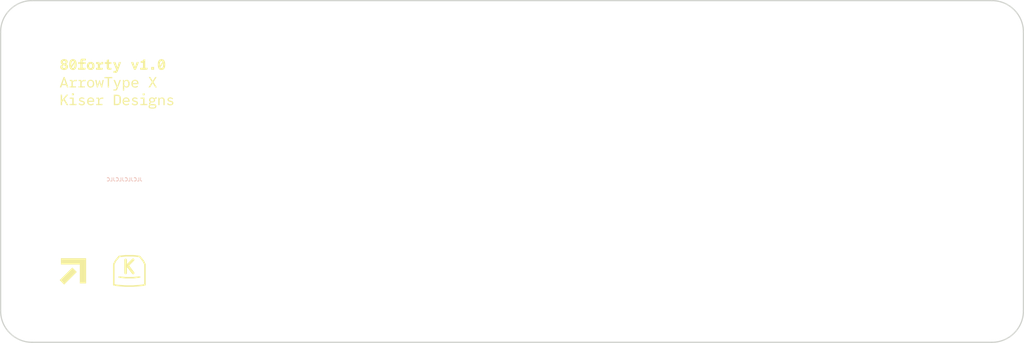
<source format=kicad_pcb>
(kicad_pcb (version 20221018) (generator pcbnew)
  (layers (0 "F.Cu" signal) (31 "B.Cu" signal) (34 "B.Paste" user) (35 "F.Paste" user) (36 "B.SilkS" user "B.Silkscreen") (37 "F.SilkS" user "F.Silkscreen") (38 "B.Mask" user) (39 "F.Mask" user) (44 "Edge.Cuts" user))
  (net 0 "")
  (footprint "" (layer "F.Cu") (at 157.559379 58.487583)
    (fp_text reference "" (at 0 0) (layer "F.SilkS") (effects (font (size 1.27 1.27))))
    (fp_text value "" (at 0 0) (layer "F.SilkS") (effects (font (size 1.27 1.27))))
    (pad "" np_thru_hole circle (at 0 0) (size 2.4 2.4) (drill 2.4) (layers "F&B.Cu" "*.Mask"))
  )
  (footprint "" (layer "F.Cu") (at 276.62188 58.487583)
    (fp_text reference "" (at 0 0) (layer "F.SilkS") (effects (font (size 1.27 1.27))))
    (fp_text value "" (at 0 0) (layer "F.SilkS") (effects (font (size 1.27 1.27))))
    (pad "" np_thru_hole circle (at 0 0) (size 2.4 2.4) (drill 2.4) (layers "F&B.Cu" "*.Mask"))
  )
  (footprint "" (layer "F.Cu") (at 62.309369 58.487583)
    (fp_text reference "" (at 0 0) (layer "F.SilkS") (effects (font (size 1.27 1.27))))
    (fp_text value "" (at 0 0) (layer "F.SilkS") (effects (font (size 1.27 1.27))))
    (pad "" np_thru_hole circle (at 0 0) (size 2.4 2.4) (drill 2.4) (layers "F&B.Cu" "*.Mask"))
  )
  (footprint "" (layer "F.Cu") (at 5.804286 72.13)
    (fp_text reference "" (at 0 0) (layer "F.SilkS") (effects (font (size 1.27 1.27))))
    (fp_text value "" (at 0 0) (layer "F.SilkS") (effects (font (size 1.27 1.27))))
    (pad "" np_thru_hole circle (at 0 0) (size 2.4 2.4) (drill 2.4) (layers "F&B.Cu" "*.Mask"))
  )
  (footprint "" (layer "F.Cu") (at 19.446869 58.487583)
    (fp_text reference "" (at 0 0) (layer "F.SilkS") (effects (font (size 1.27 1.27))))
    (fp_text value "" (at 0 0) (layer "F.SilkS") (effects (font (size 1.27 1.27))))
    (pad "" np_thru_hole circle (at 0 0) (size 2.4 2.4) (drill 2.4) (layers "F&B.Cu" "*.Mask"))
  )
  (footprint "" (layer "F.Cu") (at 19.446869 147.684913)
    (fp_text reference "" (at 0 0) (layer "F.SilkS") (effects (font (size 1.27 1.27))))
    (fp_text value "" (at 0 0) (layer "F.SilkS") (effects (font (size 1.27 1.27))))
    (pad "" np_thru_hole circle (at 0 0) (size 2.4 2.4) (drill 2.4) (layers "F&B.Cu" "*.Mask"))
  )
  (footprint "" (layer "F.Cu") (at 290.264463 72.13)
    (fp_text reference "" (at 0 0) (layer "F.SilkS") (effects (font (size 1.27 1.27))))
    (fp_text value "" (at 0 0) (layer "F.SilkS") (effects (font (size 1.27 1.27))))
    (pad "" np_thru_hole circle (at 0 0) (size 2.4 2.4) (drill 2.4) (layers "F&B.Cu" "*.Mask"))
  )
  (footprint "" (layer "F.Cu") (at 5.804286 134.042496)
    (fp_text reference "" (at 0 0) (layer "F.SilkS") (effects (font (size 1.27 1.27))))
    (fp_text value "" (at 0 0) (layer "F.SilkS") (effects (font (size 1.27 1.27))))
    (pad "" np_thru_hole circle (at 0 0) (size 2.4 2.4) (drill 2.4) (layers "F&B.Cu" "*.Mask"))
  )
  (footprint "" (layer "F.Cu") (at 169.534425 147.684913)
    (fp_text reference "" (at 0 0) (layer "F.SilkS") (effects (font (size 1.27 1.27))))
    (fp_text value "" (at 0 0) (layer "F.SilkS") (effects (font (size 1.27 1.27))))
    (pad "" np_thru_hole circle (at 0 0) (size 2.4 2.4) (drill 2.4) (layers "F&B.Cu" "*.Mask"))
  )
  (footprint "" (layer "F.Cu") (at 290.264463 134.042496)
    (fp_text reference "" (at 0 0) (layer "F.SilkS") (effects (font (size 1.27 1.27))))
    (fp_text value "" (at 0 0) (layer "F.SilkS") (effects (font (size 1.27 1.27))))
    (pad "" np_thru_hole circle (at 0 0) (size 2.4 2.4) (drill 2.4) (layers "F&B.Cu" "*.Mask"))
  )
  (footprint "" (layer "F.Cu") (at 181.509471 58.487583)
    (fp_text reference "" (at 0 0) (layer "F.SilkS") (effects (font (size 1.27 1.27))))
    (fp_text value "" (at 0 0) (layer "F.SilkS") (effects (font (size 1.27 1.27))))
    (pad "" np_thru_hole circle (at 0 0) (size 2.4 2.4) (drill 2.4) (layers "F&B.Cu" "*.Mask"))
  )
  (footprint "" (layer "F.Cu") (at 276.62188 147.684913)
    (fp_text reference "" (at 0 0) (layer "F.SilkS") (effects (font (size 1.27 1.27))))
    (fp_text value "" (at 0 0) (layer "F.SilkS") (effects (font (size 1.27 1.27))))
    (pad "" np_thru_hole circle (at 0 0) (size 2.4 2.4) (drill 2.4) (layers "F&B.Cu" "*.Mask"))
  )
  (footprint "" (layer "F.Cu") (at 57.546873 147.684913)
    (fp_text reference "" (at 0 0) (layer "F.SilkS") (effects (font (size 1.27 1.27))))
    (fp_text value "" (at 0 0) (layer "F.SilkS") (effects (font (size 1.27 1.27))))
    (pad "" np_thru_hole circle (at 0 0) (size 2.4 2.4) (drill 2.4) (layers "F&B.Cu" "*.Mask"))
  )
  (gr_poly (pts (xy 34.765583 78.475803) (xy 34.815902 78.475803) (xy 35.415904 76.768364) (xy 35.811015 76.768364) (xy 34.791484 79.393029) (xy 34.775287 79.433041) (xy 34.758469 79.471028) (xy 34.741071 79.506947) (xy 34.723136 79.540758) (xy 34.704704 79.572419) (xy 34.685818 79.601888) (xy 34.676217 79.615788) (xy 34.666518 79.629124) (xy 34.656726 79.641892) (xy 34.646846 79.654086) (xy 34.636138 79.665785) (xy 34.625182 79.677071) (xy 34.613978 79.687943) (xy 34.602527 79.698402) (xy 34.590827 79.708447) (xy 34.578879 79.718079) (xy 34.566683 79.727298) (xy 34.55424 79.736104) (xy 34.541548 79.744496) (xy 34.528608 79.752475) (xy 34.51542 79.76004) (xy 34.501984 79.767193) (xy 34.4883 79.773932) (xy 34.474368 79.780258) (xy 34.460188 79.78617) (xy 34.44576 79.79167) (xy 34.43034 79.796795) (xy 34.4145 79.80159) (xy 34.398237 79.806055) (xy 34.381545 79.810188) (xy 34.364419 79.813991) (xy 34.346853 79.817463) (xy 34.328842 79.820605) (xy 34.310382 79.823416) (xy 34.291468 79.825896) (xy 34.272093 79.828045) (xy 34.252253 79.829864) (xy 34.231943 79.831352) (xy 34.18989 79.833336) (xy 34.145895 79.833998) (xy 33.655533 79.833998) (xy 33.655533 79.498874) (xy 34.13884 79.498874) (xy 34.166663 79.498171) (xy 34.193251 79.496062) (xy 34.21861 79.492548) (xy 34.242743 79.487628) (xy 34.265658 79.481303) (xy 34.287357 79.473572) (xy 34.307848 79.464435) (xy 34.327135 79.453892) (xy 34.345222 79.441944) (xy 34.362116 79.428591) (xy 34.377822 79.413831) (xy 34.392344 79.397667) (xy 34.405688 79.380096) (xy 34.417858 79.361121) (xy 34.428861 79.340739) (xy 34.438701 79.318952) (xy 34.600983 78.930891) (xy 33.687292 76.768364) (xy 34.114151 76.768364)) (fill solid) (layer "F.SilkS"))
  (gr_poly (pts (xy 25.756839 71.176842) (xy 24.885478 71.176842) (xy 24.881571 71.176904) (xy 24.877788 71.177091) (xy 24.874129 71.177403) (xy 24.870595 71.177841) (xy 24.867184 71.178406) (xy 24.863897 71.179098) (xy 24.860735 71.179918) (xy 24.857696 71.180866) (xy 24.854781 71.181944) (xy 24.851991 71.183151) (xy 24.849324 71.184489) (xy 24.846782 71.185959) (xy 24.844363 71.187559) (xy 24.842069 71.189293) (xy 24.839899 71.191159) (xy 24.837852 71.193159) (xy 24.83593 71.195293) (xy 24.834132 71.197563) (xy 24.832458 71.199968) (xy 24.830907 71.202509) (xy 24.829481 71.205187) (xy 24.828179 71.208003) (xy 24.827001 71.210957) (xy 24.825947 71.21405) (xy 24.825017 71.217282) (xy 24.824211 71.220655) (xy 24.823529 71.224168) (xy 24.822971 71.227823) (xy 24.822537 71.23162) (xy 24.822227 71.235559) (xy 24.822041 71.239642) (xy 24.821979 71.243869) (xy 24.821979 71.705274) (xy 25.675703 71.63899) (xy 25.675703 72.185794) (xy 24.821979 72.185794) (xy 24.821979 73.293521) (xy 25.682757 73.293521) (xy 25.594562 73.850904) (xy 23.541395 73.850904) (xy 23.541395 73.293521) (xy 24.194034 73.293521) (xy 24.194034 72.185794) (xy 23.551979 72.185794) (xy 23.551979 71.64604) (xy 24.194034 71.64604) (xy 24.194034 71.212121) (xy 24.194653 71.179504) (xy 24.196507 71.147803) (xy 24.199591 71.11702) (xy 24.2039 71.087163) (xy 24.209429 71.058235) (xy 24.216172 71.030243) (xy 24.224124 71.003191) (xy 24.23328 70.977084) (xy 24.243636 70.951929) (xy 24.255184 70.927729) (xy 24.267922 70.904491) (xy 24.281843 70.882219) (xy 24.296942 70.860919) (xy 24.313214 70.840595) (xy 24.330654 70.821254) (xy 24.349256 70.8029) (xy 24.368891 70.78558) (xy 24.389426 70.769339) (xy 24.410849 70.754184) (xy 24.433151 70.740118) (xy 24.456321 70.727148) (xy 24.480349 70.715278) (xy 24.505225 70.704514) (xy 24.530937 70.694862) (xy 24.557477 70.686325) (xy 24.584832 70.678909) (xy 24.612994 70.672621) (xy 24.641952 70.667464) (xy 24.671695 70.663444) (xy 24.702213 70.660566) (xy 24.733496 70.658835) (xy 24.765534 70.658257) (xy 25.756839 70.658257)) (fill solid) (layer "F.SilkS"))
  (gr_poly (pts (xy 33.338033 76.285068) (xy 32.413758 76.285068) (xy 32.413758 78.934431) (xy 32.018647 78.934431) (xy 32.018647 76.285068) (xy 31.094368 76.285068) (xy 31.094368 75.928765) (xy 33.338033 75.928765)) (fill solid) (layer "F.SilkS"))
  (gr_poly (pts (xy 35.302067 133.197679) (xy 35.313589 133.198693) (xy 37.102178 133.375084) (xy 39.395233 133.375084) (xy 41.162644 133.198693) (xy 41.174165 133.19799) (xy 41.185569 133.197854) (xy 41.196843 133.198272) (xy 41.207973 133.199231) (xy 41.218946 133.200721) (xy 41.229747 133.202727) (xy 41.240363 133.205239) (xy 41.250781 133.208243) (xy 41.260988 133.211728) (xy 41.270969 133.215681) (xy 41.280711 133.220089) (xy 41.2902 133.224942) (xy 41.299423 133.230226) (xy 41.308367 133.235929) (xy 41.317017 133.242039) (xy 41.325361 133.248543) (xy 41.333384 133.25543) (xy 41.341073 133.262687) (xy 41.348415 133.270301) (xy 41.355396 133.278261) (xy 41.362002 133.286555) (xy 41.36822 133.295169) (xy 41.374036 133.304092) (xy 41.379436 133.313311) (xy 41.384408 133.322815) (xy 41.388937 133.33259) (xy 41.393011 133.342625) (xy 41.396614 133.352907) (xy 41.399735 133.363424) (xy 41.402359 133.374164) (xy 41.404472 133.385115) (xy 41.406062 133.396264) (xy 41.407078 133.407474) (xy 41.407487 133.418606) (xy 41.407305 133.429643) (xy 41.406545 133.440571) (xy 41.405222 133.451371) (xy 41.40335 133.462029) (xy 41.400943 133.472528) (xy 41.398016 133.482852) (xy 41.394582 133.492985) (xy 41.390655 133.502911) (xy 41.386251 133.512613) (xy 41.381383 133.522075) (xy 41.376065 133.531282) (xy 41.370312 133.540217) (xy 41.364138 133.548863) (xy 41.357556 133.557206) (xy 41.350582 133.565228) (xy 41.34323 133.572913) (xy 41.335513 133.580246) (xy 41.327446 133.58721) (xy 41.319043 133.593789) (xy 41.310318 133.599967) (xy 41.301286 133.605728) (xy 41.291961 133.611055) (xy 41.282357 133.615933) (xy 41.272487 133.620344) (xy 41.262368 133.624275) (xy 41.252011 133.627707) (xy 41.241433 133.630625) (xy 41.230646 133.633012) (xy 41.219666 133.634853) (xy 41.208507 133.636132) (xy 39.419922 133.812523) (xy 37.084534 133.812523) (xy 35.271261 133.636132) (xy 35.260111 133.634855) (xy 35.24916 133.633016) (xy 35.238419 133.63063) (xy 35.227901 133.627713) (xy 35.217618 133.624283) (xy 35.207583 133.620354) (xy 35.197807 133.615943) (xy 35.188303 133.611066) (xy 35.179083 133.60574) (xy 35.17016 133.59998) (xy 35.161546 133.593803) (xy 35.153252 133.587224) (xy 35.145292 133.580261) (xy 35.137678 133.572928) (xy 35.130421 133.565243) (xy 35.123535 133.557221) (xy 35.117031 133.548878) (xy 35.110921 133.540232) (xy 35.105219 133.531297) (xy 35.099936 133.52209) (xy 35.095084 133.512627) (xy 35.090676 133.502924) (xy 35.086724 133.492998) (xy 35.083241 133.482864) (xy 35.080238 133.472539) (xy 35.077728 133.462039) (xy 35.075723 133.451379) (xy 35.074236 133.440577) (xy 35.073278 133.429649) (xy 35.072862 133.418609) (xy 35.073 133.407476) (xy 35.073705 133.396264) (xy 35.074974 133.385103) (xy 35.076786 133.374122) (xy 35.079128 133.363335) (xy 35.081986 133.352756) (xy 35.085345 133.342399) (xy 35.089191 133.332279) (xy 35.093509 133.322409) (xy 35.098287 133.312805) (xy 35.103509 133.303479) (xy 35.109161 133.294447) (xy 35.115229 133.285722) (xy 35.121698 133.277319) (xy 35.128556 133.269252) (xy 35.135787 133.261535) (xy 35.143377 133.254182) (xy 35.151312 133.247208) (xy 35.159577 133.240627) (xy 35.168159 133.234452) (xy 35.177044 133.228699) (xy 35.186217 133.223381) (xy 35.195663 133.218512) (xy 35.205369 133.214108) (xy 35.215321 133.210181) (xy 35.225504 133.206747) (xy 35.235904 133.203818) (xy 35.246507 133.201411) (xy 35.257299 133.199538) (xy 35.268265 133.198214) (xy 35.279391 133.197454) (xy 35.290663 133.19727)) (fill solid) (layer "F.SilkS"))
  (gr_poly (pts (xy 27.188124 71.586641) (xy 27.228792 71.588371) (xy 27.268777 71.591249) (xy 27.30807 71.595269) (xy 27.34666 71.600426) (xy 27.384537 71.606715) (xy 27.421691 71.61413) (xy 27.458111 71.622667) (xy 27.493786 71.63232) (xy 27.528708 71.643084) (xy 27.562864 71.654953) (xy 27.596245 71.667924) (xy 27.628841 71.681989) (xy 27.660641 71.697145) (xy 27.691635 71.713385) (xy 27.721812 71.730706) (xy 27.751204 71.749059) (xy 27.779841 71.768394) (xy 27.807713 71.788701) (xy 27.83481 71.809969) (xy 27.861122 71.832189) (xy 27.886638 71.855349) (xy 27.911348 71.879439) (xy 27.935241 71.904449) (xy 27.958308 71.930368) (xy 27.980537 71.957187) (xy 28.001919 71.984894) (xy 28.022443 72.013479) (xy 28.042099 72.042933) (xy 28.060876 72.073243) (xy 28.078765 72.104401) (xy 28.095754 72.136396) (xy 28.111794 72.16914) (xy 28.126836 72.202556) (xy 28.140876 72.236654) (xy 28.153908 72.271444) (xy 28.165927 72.306937) (xy 28.176928 72.343143) (xy 28.186906 72.380073) (xy 28.195856 72.417737) (xy 28.203772 72.456144) (xy 28.210649 72.495307) (xy 28.216482 72.535234) (xy 28.221267 72.575937) (xy 28.224997 72.617425) (xy 28.227668 72.659709) (xy 28.229274 72.7028) (xy 28.22981 72.746707) (xy 28.229313 72.789993) (xy 28.227812 72.83254) (xy 28.225299 72.874353) (xy 28.221762 72.915437) (xy 28.217192 72.955797) (xy 28.211578 72.995439) (xy 28.20491 73.034368) (xy 28.197178 73.072589) (xy 28.18837 73.110107) (xy 28.178477 73.146927) (xy 28.167489 73.183055) (xy 28.155395 73.218496) (xy 28.142185 73.253254) (xy 28.127848 73.287335) (xy 28.112375 73.320745) (xy 28.095754 73.353488) (xy 28.078804 73.385446) (xy 28.061021 73.416499) (xy 28.042402 73.446653) (xy 28.02294 73.475913) (xy 28.00263 73.504284) (xy 27.981468 73.531772) (xy 27.959448 73.55838) (xy 27.936565 73.584116) (xy 27.912814 73.608983) (xy 27.888189 73.632987) (xy 27.862686 73.656134) (xy 27.836299 73.678427) (xy 27.809024 73.699874) (xy 27.780854 73.720477) (xy 27.751785 73.740244) (xy 27.721812 73.759179) (xy 27.691053 73.777081) (xy 27.659628 73.793753) (xy 27.62753 73.809206) (xy 27.594756 73.82345) (xy 27.5613 73.836495) (xy 27.527156 73.848352) (xy 27.492321 73.85903) (xy 27.456787 73.868541) (xy 27.420551 73.876894) (xy 27.383607 73.8841) (xy 27.345949 73.890169) (xy 27.307574 73.895112) (xy 27.268475 73.898938) (xy 27.228647 73.901658) (xy 27.188085 73.903283) (xy 27.146785 73.903822) (xy 27.104822 73.903244) (xy 27.063599 73.901513) (xy 27.023109 73.898635) (xy 26.983349 73.894615) (xy 26.944311 73.889458) (xy 26.905992 73.883169) (xy 26.868386 73.875754) (xy 26.831488 73.867217) (xy 26.795293 73.857564) (xy 26.759796 73.846801) (xy 26.724991 73.834931) (xy 26.690873 73.821961) (xy 26.657438 73.807895) (xy 26.624679 73.79274) (xy 26.592593 73.776499) (xy 26.561173 73.759179) (xy 26.530577 73.740864) (xy 26.500959 73.721636) (xy 26.472302 73.701487) (xy 26.44459 73.680413) (xy 26.417809 73.658409) (xy 26.391942 73.635469) (xy 26.366974 73.611589) (xy 26.34289 73.586763) (xy 26.319675 73.560986) (xy 26.297312 73.534253) (xy 26.275786 73.506559) (xy 26.255082 73.477899) (xy 26.235183 73.448266) (xy 26.216076 73.417657) (xy 26.197744 73.386066) (xy 26.180171 73.353488) (xy 26.16355 73.320743) (xy 26.148077 73.287332) (xy 26.13374 73.25325) (xy 26.12053 73.218491) (xy 26.108437 73.183051) (xy 26.097449 73.146923) (xy 26.087556 73.110103) (xy 26.078749 73.072585) (xy 26.071017 73.034365) (xy 26.064349 72.995437) (xy 26.058735 72.955795) (xy 26.054165 72.915435) (xy 26.050629 72.874352) (xy 26.048116 72.83254) (xy 26.046615 72.789993) (xy 26.046117 72.746707) (xy 26.670538 72.746707) (xy 26.670993 72.783254) (xy 26.672363 72.818808) (xy 26.674654 72.85337) (xy 26.677869 72.886939) (xy 26.682014 72.919516) (xy 26.687095 72.951101) (xy 26.693116 72.981694) (xy 26.700083 73.011295) (xy 26.708 73.039903) (xy 26.716874 73.067518) (xy 26.726709 73.094142) (xy 26.73751 73.119773) (xy 26.749283 73.144412) (xy 26.762032 73.168059) (xy 26.775764 73.190713) (xy 26.790482 73.212375) (xy 26.80607 73.232921) (xy 26.822418 73.252216) (xy 26.839541 73.270249) (xy 26.857454 73.287012) (xy 26.876174 73.302493) (xy 26.895716 73.316681) (xy 26.905799 73.323288) (xy 26.916094 73.329568) (xy 26.926602 73.335519) (xy 26.937325 73.341141) (xy 26.948266 73.346433) (xy 26.959425 73.351392) (xy 26.970805 73.356018) (xy 26.982408 73.360309) (xy 26.994236 73.364265) (xy 27.00629 73.367883) (xy 27.031087 73.374103) (xy 27.056814 73.378958) (xy 27.083486 73.382439) (xy 27.11112 73.384536) (xy 27.13973 73.385237) (xy 27.167058 73.384574) (xy 27.193487 73.382584) (xy 27.219027 73.37926) (xy 27.243689 73.374598) (xy 27.267482 73.368592) (xy 27.290418 73.361237) (xy 27.312506 73.352529) (xy 27.333757 73.342461) (xy 27.354181 73.331029) (xy 27.373789 73.318228) (xy 27.39259 73.304052) (xy 27.410596 73.288497) (xy 27.427816 73.271556) (xy 27.444261 73.253226) (xy 27.459941 73.233501) (xy 27.474867 73.212375) (xy 27.489585 73.190713) (xy 27.503317 73.168059) (xy 27.516067 73.144412) (xy 27.52784 73.119773) (xy 27.538641 73.094142) (xy 27.548476 73.067518) (xy 27.55735 73.039903) (xy 27.565268 73.011295) (xy 27.572235 72.981694) (xy 27.578256 72.951101) (xy 27.583337 72.919516) (xy 27.587482 72.886939) (xy 27.590697 72.85337) (xy 27.592987 72.818808) (xy 27.594358 72.783254) (xy 27.594813 72.746707) (xy 27.594359 72.710162) (xy 27.592994 72.67461) (xy 27.590721 72.640049) (xy 27.587537 72.606481) (xy 27.583444 72.573904) (xy 27.578442 72.54232) (xy 27.57253 72.511728) (xy 27.565709 72.482127) (xy 27.557978 72.453519) (xy 27.549338 72.425903) (xy 27.539788 72.399279) (xy 27.529329 72.373647) (xy 27.51796 72.349007) (xy 27.505682 72.325359) (xy 27.492494 72.302703) (xy 27.478396 72.281039) (xy 27.463431 72.260494) (xy 27.447638 72.241199) (xy 27.431019 72.223165) (xy 27.413573 72.206402) (xy 27.3953 72.190922) (xy 27.385854 72.183665) (xy 27.376201 72.176733) (xy 27.366341 72.170126) (xy 27.356274 72.163847) (xy 27.346001 72.157895) (xy 27.335521 72.152273) (xy 27.324834 72.146982) (xy 27.313941 72.142022) (xy 27.302841 72.137396) (xy 27.291534 72.133105) (xy 27.280021 72.12915) (xy 27.2683 72.125531) (xy 27.24424 72.119311) (xy 27.219353 72.114456) (xy 27.193639 72.110975) (xy 27.167098 72.108879) (xy 27.13973 72.108178) (xy 27.111081 72.10884) (xy 27.083341 72.110831) (xy 27.05651 72.114154) (xy 27.03059 72.118817) (xy 27.005578 72.124822) (xy 26.981477 72.132177) (xy 26.958284 72.140886) (xy 26.936002 72.150953) (xy 26.914629 72.162385) (xy 26.894165 72.175186) (xy 26.874611 72.189362) (xy 26.855966 72.204917) (xy 26.838231 72.221858) (xy 26.821405 72.240188) (xy 26.805489 72.259914) (xy 26.790482 72.281039) (xy 26.776344 72.302703) (xy 26.763044 72.325359) (xy 26.750592 72.349007) (xy 26.738997 72.373647) (xy 26.728271 72.399279) (xy 26.718423 72.425903) (xy 26.709464 72.453519) (xy 26.701405 72.482127) (xy 26.694254 72.511728) (xy 26.688024 72.54232) (xy 26.682724 72.573904) (xy 26.678364 72.606481) (xy 26.674956 72.640049) (xy 26.672508 72.67461) (xy 26.671032 72.710162) (xy 26.670538 72.746707) (xy 26.046117 72.746707) (xy 26.046654 72.703383) (xy 26.04826 72.660726) (xy 26.050931 72.61874) (xy 26.054661 72.577432) (xy 26.059445 72.536805) (xy 26.065279 72.496865) (xy 26.072156 72.457618) (xy 26.080072 72.419068) (xy 26.089021 72.381221) (xy 26.098999 72.344081) (xy 26.11 72.307655) (xy 26.122019 72.271946) (xy 26.13505 72.236961) (xy 26.14909 72.202704) (xy 26.164132 72.169181) (xy 26.180171 72.136396) (xy 26.197162 72.10444) (xy 26.215063 72.073388) (xy 26.233874 72.043235) (xy 26.253593 72.013976) (xy 26.274223 71.985605) (xy 26.295762 71.958117) (xy 26.31821 71.931508) (xy 26.341568 71.905772) (xy 26.365835 71.880905) (xy 26.391012 71.8569) (xy 26.417098 71.833753) (xy 26.444094 71.811458) (xy 26.471999 71.790012) (xy 26.500814 71.769407) (xy 26.530539 71.74964) (xy 26.561173 71.730706) (xy 26.592011 71.713385) (xy 26.623667 71.697145) (xy 26.656128 71.681989) (xy 26.689385 71.667924) (xy 26.723427 71.654953) (xy 26.758245 71.643084) (xy 26.793828 71.63232) (xy 26.830165 71.622667) (xy 26.867246 71.61413) (xy 26.905061 71.606715) (xy 26.9436 71.600426) (xy 26.982851 71.595269) (xy 27.022806 71.591249) (xy 27.063454 71.588371) (xy 27.104783 71.586641) (xy 27.146785 71.586063)) (fill solid) (layer "F.SilkS"))
  (gr_poly (pts (xy 20.757978 78.934421) (xy 20.341701 78.934421) (xy 20.11201 78.267683) (xy 19.512673 78.267683) (xy 19.509145 78.267683) (xy 18.905793 78.267683) (xy 18.673063 78.934421) (xy 18.26384 78.934421) (xy 18.629362 77.943118) (xy 19.019678 77.943118) (xy 19.512673 77.943118) (xy 19.998939 77.943118) (xy 19.532295 76.591983) (xy 19.489372 76.591983) (xy 19.019678 77.943118) (xy 18.629362 77.943118) (xy 19.378619 75.911115) (xy 19.650256 75.911115)) (fill solid) (layer "F.SilkS"))
  (gr_poly (pts (xy 25.679227 77.124677) (xy 25.174754 77.124677) (xy 25.138868 77.12534) (xy 25.103964 77.12733) (xy 25.070032 77.130654) (xy 25.03706 77.135316) (xy 25.00504 77.141322) (xy 24.97396 77.148677) (xy 24.94381 77.157385) (xy 24.91458 77.167453) (xy 24.88626 77.178885) (xy 24.858838 77.191686) (xy 24.832306 77.205862) (xy 24.806652 77.221417) (xy 24.781867 77.238358) (xy 24.757939 77.256688) (xy 24.734859 77.276413) (xy 24.712616 77.297539) (xy 24.692072 77.319988) (xy 24.672778 77.343682) (xy 24.654745 77.368627) (xy 24.637983 77.394827) (xy 24.622502 77.422289) (xy 24.608314 77.451017) (xy 24.595428 77.481016) (xy 24.583854 77.512291) (xy 24.573603 77.544849) (xy 24.564686 77.578693) (xy 24.557112 77.61383) (xy 24.550892 77.650263) (xy 24.546036 77.688) (xy 24.542554 77.727043) (xy 24.540458 77.7674) (xy 24.539757 77.809075) (xy 24.539757 78.602807) (xy 25.481672 78.602807) (xy 25.425227 78.934421) (xy 23.633118 78.934421) (xy 23.633118 78.602807) (xy 24.162285 78.602807) (xy 24.162285 77.099989) (xy 23.678978 77.099989) (xy 23.678978 76.768375) (xy 24.437452 76.768375) (xy 24.490369 77.28696) (xy 24.532702 77.28696) (xy 24.543741 77.256864) (xy 24.555688 77.227441) (xy 24.568545 77.1987) (xy 24.582312 77.170651) (xy 24.596988 77.143305) (xy 24.612574 77.116673) (xy 24.629069 77.090764) (xy 24.646474 77.065589) (xy 24.664788 77.041158) (xy 24.684011 77.017482) (xy 24.704144 76.994571) (xy 24.725187 76.972435) (xy 24.747139 76.951084) (xy 24.77 76.930529) (xy 24.793771 76.910781) (xy 24.818451 76.891849) (xy 24.844291 76.873867) (xy 24.871547 76.856971) (xy 24.900229 76.841171) (xy 24.930348 76.826476) (xy 24.961914 76.812897) (xy 24.994937 76.800445) (xy 25.029428 76.78913) (xy 25.065396 76.778962) (xy 25.102853 76.769951) (xy 25.141809 76.762108) (xy 25.182273 76.755444) (xy 25.224257 76.749968) (xy 25.26777 76.745691) (xy 25.312823 76.742623) (xy 25.359426 76.740774) (xy 25.407591 76.740156) (xy 25.679227 76.740156)) (fill solid) (layer "F.SilkS"))
  (gr_poly (pts (xy 39.89863 76.712507) (xy 39.939068 76.71425) (xy 39.978689 76.71716) (xy 40.017499 76.721244) (xy 40.055502 76.726506) (xy 40.092705 76.732951) (xy 40.129112 76.740585) (xy 40.164728 76.749413) (xy 40.199558 76.759439) (xy 40.233609 76.77067) (xy 40.266884 76.783109) (xy 40.299389 76.796762) (xy 40.33113 76.811635) (xy 40.362111 76.827732) (xy 40.392337 76.845059) (xy 40.421814 76.86362) (xy 40.450384 76.883258) (xy 40.477894 76.903821) (xy 40.50436 76.925326) (xy 40.529798 76.947786) (xy 40.554223 76.971219) (xy 40.577651 76.995639) (xy 40.600097 77.021061) (xy 40.621577 77.047502) (xy 40.642105 77.074977) (xy 40.661699 77.103501) (xy 40.680372 77.133089) (xy 40.698141 77.163757) (xy 40.715021 77.195521) (xy 40.731028 77.228395) (xy 40.746177 77.262396) (xy 40.760483 77.297539) (xy 40.773797 77.333051) (xy 40.785964 77.369473) (xy 40.796994 77.406804) (xy 40.806897 77.445045) (xy 40.815684 77.484196) (xy 40.823365 77.524257) (xy 40.829951 77.565226) (xy 40.835451 77.607106) (xy 40.839876 77.649895) (xy 40.843237 77.693593) (xy 40.845543 77.7382) (xy 40.846806 77.783717) (xy 40.847035 77.830143) (xy 40.846241 77.877479) (xy 40.844434 77.925723) (xy 40.841624 77.974877) (xy 39.20352 77.974877) (xy 39.204002 77.984762) (xy 39.207499 78.026656) (xy 39.212387 78.067325) (xy 39.21866 78.106774) (xy 39.226312 78.14501) (xy 39.235339 78.182036) (xy 39.245735 78.217859) (xy 39.257496 78.252483) (xy 39.270616 78.285914) (xy 39.285089 78.318156) (xy 39.300911 78.349215) (xy 39.318077 78.379096) (xy 39.336581 78.407805) (xy 39.356419 78.435345) (xy 39.377584 78.461724) (xy 39.400737 78.486734) (xy 39.425223 78.510169) (xy 39.451053 78.532022) (xy 39.478236 78.552289) (xy 39.506784 78.570964) (xy 39.536707 78.588042) (xy 39.568014 78.603518) (xy 39.600717 78.617388) (xy 39.634826 78.629645) (xy 39.67035 78.640284) (xy 39.7073 78.649301) (xy 39.745688 78.65669) (xy 39.785522 78.662446) (xy 39.826813 78.666563) (xy 39.869572 78.669038) (xy 39.913808 78.669864) (xy 39.937455 78.669616) (xy 39.960765 78.668872) (xy 39.983734 78.667631) (xy 40.006357 78.665895) (xy 40.028629 78.663662) (xy 40.050544 78.660934) (xy 40.072097 78.657709) (xy 40.093284 78.653988) (xy 40.114098 78.649772) (xy 40.134535 78.645059) (xy 40.15459 78.63985) (xy 40.174257 78.634145) (xy 40.193532 78.627945) (xy 40.212409 78.621248) (xy 40.230882 78.614055) (xy 40.248947 78.606367) (xy 40.266723 78.598223) (xy 40.284329 78.58967) (xy 40.301758 78.580715) (xy 40.319007 78.571361) (xy 40.33607 78.561615) (xy 40.352942 78.551482) (xy 40.369617 78.540966) (xy 40.386091 78.530073) (xy 40.402358 78.518808) (xy 40.418413 78.507176) (xy 40.434251 78.495183) (xy 40.449867 78.482834) (xy 40.465256 78.470133) (xy 40.480411 78.457086) (xy 40.49533 78.443699) (xy 40.510005 78.429975) (xy 40.742839 78.669864) (xy 40.722789 78.688757) (xy 40.702331 78.707071) (xy 40.68147 78.724806) (xy 40.660211 78.741963) (xy 40.63856 78.758541) (xy 40.616521 78.77454) (xy 40.594099 78.789961) (xy 40.571301 78.804802) (xy 40.54813 78.819065) (xy 40.524593 78.832749) (xy 40.500693 78.845854) (xy 40.476438 78.85838) (xy 40.45183 78.870326) (xy 40.426877 78.881694) (xy 40.401582 78.892483) (xy 40.375951 78.902693) (xy 40.349947 78.913524) (xy 40.323524 78.923544) (xy 40.296677 78.932769) (xy 40.269401 78.941214) (xy 40.241692 78.948895) (xy 40.213543 78.955826) (xy 40.184949 78.962024) (xy 40.155906 78.967504) (xy 40.126409 78.972282) (xy 40.096451 78.976372) (xy 40.066028 78.97979) (xy 40.035136 78.982552) (xy 40.003767 78.984674) (xy 39.971919 78.98617) (xy 39.939584 78.987056) (xy 39.906759 78.987348) (xy 39.862895 78.98681) (xy 39.819935 78.985192) (xy 39.777875 78.982488) (xy 39.736708 78.978695) (xy 39.696431 78.973805) (xy 39.657037 78.967815) (xy 39.618522 78.96072) (xy 39.58088 78.952513) (xy 39.544106 78.943189) (xy 39.508196 78.932745) (xy 39.473143 78.921173) (xy 39.438942 78.90847) (xy 39.405589 78.89463) (xy 39.373078 78.879647) (xy 39.341405 78.863518) (xy 39.310562 78.846235) (xy 39.280629 78.827962) (xy 39.251678 78.808857) (xy 39.223698 78.788915) (xy 39.19668 78.76813) (xy 39.170612 78.746497) (xy 39.145485 78.724012) (xy 39.121289 78.700669) (xy 39.098013 78.676463) (xy 39.075646 78.651389) (xy 39.054178 78.625442) (xy 39.033599 78.598616) (xy 39.013899 78.570907) (xy 38.995066 78.54231) (xy 38.977092 78.512818) (xy 38.959965 78.482428) (xy 38.943675 78.451134) (xy 38.928918 78.419052) (xy 38.915075 78.386309) (xy 38.902151 78.352904) (xy 38.890153 78.318838) (xy 38.879085 78.284111) (xy 38.868952 78.248723) (xy 38.859759 78.212673) (xy 38.851512 78.175962) (xy 38.844216 78.13859) (xy 38.837876 78.100556) (xy 38.832497 78.061861) (xy 38.828084 78.022504) (xy 38.824643 77.982486) (xy 38.822179 77.941807) (xy 38.820696 77.900465) (xy 38.820201 77.858462) (xy 38.820696 77.816419) (xy 38.822178 77.77496) (xy 38.824642 77.73409) (xy 38.828083 77.693814) (xy 38.830566 77.671491) (xy 39.208858 77.671491) (xy 40.476982 77.671491) (xy 40.476781 77.665484) (xy 40.473961 77.624002) (xy 40.469767 77.58391) (xy 40.464209 77.545203) (xy 40.457296 77.507876) (xy 40.44904 77.471923) (xy 40.439451 77.43734) (xy 40.428539 77.404121) (xy 40.416314 77.372261) (xy 40.402786 77.341755) (xy 40.387967 77.312598) (xy 40.371866 77.284784) (xy 40.354493 77.258309) (xy 40.335859 77.233167) (xy 40.315974 77.209354) (xy 40.294354 77.187527) (xy 40.271829 77.167034) (xy 40.248405 77.147885) (xy 40.224086 77.130089) (xy 40.19888 77.113658) (xy 40.172789 77.098602) (xy 40.14582 77.08493) (xy 40.117978 77.072654) (xy 40.089268 77.061783) (xy 40.059694 77.052328) (xy 40.029263 77.0443) (xy 39.997979 77.037708) (xy 39.965848 77.032563) (xy 39.932874 77.028875) (xy 39.899064 77.026655) (xy 39.864421 77.025912) (xy 39.826553 77.026739) (xy 39.789676 77.02922) (xy 39.753792 77.033355) (xy 39.718901 77.039143) (xy 39.685001 77.046585) (xy 39.652093 77.055681) (xy 39.620178 77.066431) (xy 39.589255 77.078834) (xy 39.559323 77.09289) (xy 39.530384 77.1086) (xy 39.502438 77.125964) (xy 39.475483 77.144981) (xy 39.44952 77.165651) (xy 39.424549 77.187975) (xy 39.400571 77.211952) (xy 39.377584 77.237582) (xy 39.355837 77.264661) (xy 39.335568 77.29298) (xy 39.316766 77.32254) (xy 39.299422 77.353339) (xy 39.283525 77.385379) (xy 39.269064 77.418659) (xy 39.25603 77.453179) (xy 39.244412 77.488939) (xy 39.234199 77.525939) (xy 39.225381 77.56418) (xy 39.217949 77.603661) (xy 39.211891 77.644381) (xy 39.208858 77.671491) (xy 38.830566 77.671491) (xy 38.832496 77.654138) (xy 38.837874 77.615066) (xy 38.844214 77.576605) (xy 38.85151 77.538758) (xy 38.859757 77.501531) (xy 38.868949 77.46493) (xy 38.879082 77.428959) (xy 38.890151 77.393624) (xy 38.902149 77.358929) (xy 38.915073 77.32488) (xy 38.928917 77.291483) (xy 38.943675 77.258741) (xy 38.959342 77.226823) (xy 38.975913 77.195882) (xy 38.993384 77.165902) (xy 39.011749 77.136868) (xy 39.031003 77.108764) (xy 39.05114 77.081574) (xy 39.072157 77.055284) (xy 39.094046 77.029877) (xy 39.116803 77.005339) (xy 39.140424 76.981653) (xy 39.164902 76.958804) (xy 39.190233 76.936776) (xy 39.216411 76.915554) (xy 39.243431 76.895123) (xy 39.271289 76.875467) (xy 39.299978 76.85657) (xy 39.329453 76.83925) (xy 39.359668 76.823009) (xy 39.390616 76.807854) (xy 39.422293 76.793788) (xy 39.454694 76.780818) (xy 39.487813 76.768949) (xy 39.521645 76.758185) (xy 39.556185 76.748532) (xy 39.591428 76.739995) (xy 39.627368 76.73258) (xy 39.664001 76.726291) (xy 39.701321 76.721134) (xy 39.739324 76.717114) (xy 39.778003 76.714236) (xy 39.817354 76.712505) (xy 39.857371 76.711927)) (fill solid) (layer "F.SilkS"))
  (gr_poly (pts (xy 44.242396 75.928765) (xy 44.927163 77.0647) (xy 44.965592 77.0647) (xy 45.63234 75.928765) (xy 46.073314 75.928765) (xy 45.15173 77.381149) (xy 46.136811 78.934421) (xy 45.678197 78.934421) (xy 44.960196 77.713819) (xy 44.912669 77.713819) (xy 44.175364 78.934421) (xy 43.713227 78.934421) (xy 44.714724 77.372761) (xy 43.790833 75.925225) (xy 44.242396 75.925225)) (fill solid) (layer "F.SilkS"))
  (gr_poly (pts (xy 25.830925 135.241275) (xy 24.017645 135.241275) (xy 24.017645 129.804975) (xy 18.58487 129.804975) (xy 18.58487 127.995222) (xy 25.830925 127.995222)) (fill solid) (layer "F.SilkS"))
  (gr_poly (pts (xy 42.570226 83.679284) (xy 43.416896 83.679284) (xy 43.360448 84.010898) (xy 41.399007 84.010898) (xy 41.399007 83.679284) (xy 42.196284 83.679284) (xy 42.196284 82.176456) (xy 41.44134 82.176456) (xy 41.44134 81.844841) (xy 42.570226 81.844841)) (fill solid) (layer "F.SilkS"))
  (gr_poly (pts (xy 29.08791 78.207695) (xy 29.122767 78.207695) (xy 29.64798 76.771894) (xy 29.697368 76.771894) (xy 30.222581 78.207695) (xy 30.260848 78.207695) (xy 30.540507 76.771894) (xy 30.903867 76.771894) (xy 30.42056 78.934421) (xy 30.159505 78.934421) (xy 29.690771 77.572696) (xy 29.647413 77.572696) (xy 29.175258 78.934421) (xy 28.91773 78.934421) (xy 28.427368 76.771894) (xy 28.80484 76.771894)) (fill solid) (layer "F.SilkS"))
  (gr_poly (pts (xy 39.825683 73.043043) (xy 39.900952 73.043043) (xy 40.305405 71.64251) (xy 40.975678 71.64251) (xy 40.08668 73.850904) (xy 39.592784 73.850904) (xy 38.689677 71.64251) (xy 39.381124 71.64251)) (fill solid) (layer "F.SilkS"))
  (gr_poly (pts (xy 39.316237 128.079805) (xy 39.334224 128.081011) (xy 39.352147 128.083079) (xy 39.369972 128.086011) (xy 39.387669 128.089808) (xy 39.405203 128.094473) (xy 39.422545 128.100007) (xy 39.43966 128.106412) (xy 39.456516 128.11369) (xy 39.473082 128.121844) (xy 39.489325 128.130875) (xy 39.505213 128.140784) (xy 39.520713 128.151575) (xy 39.535793 128.163249) (xy 39.550422 128.175807) (xy 39.564565 128.189253) (xy 39.577711 128.203395) (xy 39.590029 128.218022) (xy 39.601515 128.233102) (xy 39.612169 128.248601) (xy 39.621989 128.264489) (xy 39.630971 128.280731) (xy 39.639116 128.297297) (xy 39.64642 128.314154) (xy 39.652882 128.331269) (xy 39.658499 128.348611) (xy 39.66327 128.366146) (xy 39.667193 128.383843) (xy 39.670266 128.401669) (xy 39.672487 128.419592) (xy 39.673854 128.43758) (xy 39.674366 128.4556) (xy 39.674019 128.47362) (xy 39.672813 128.491608) (xy 39.670745 128.509531) (xy 39.667813 128.527357) (xy 39.664016 128.545054) (xy 39.659351 128.562589) (xy 39.653817 128.57993) (xy 39.647411 128.597046) (xy 39.640132 128.613902) (xy 39.631978 128.630468) (xy 39.622947 128.646711) (xy 39.613037 128.662599) (xy 39.602245 128.678098) (xy 39.590571 128.693178) (xy 39.578011 128.707805) (xy 39.564565 128.721947) (xy 38.181677 130.111901) (xy 39.621008 132.027469) (xy 39.632439 132.043215) (xy 39.642926 132.059341) (xy 39.652473 132.075813) (xy 39.661087 132.092597) (xy 39.668774 132.109661) (xy 39.675539 132.12697) (xy 39.681387 132.144491) (xy 39.686326 132.162191) (xy 39.69036 132.180035) (xy 39.693496 132.19799) (xy 39.695739 132.216022) (xy 39.697095 132.234098) (xy 39.69757 132.252185) (xy 39.69717 132.270248) (xy 39.6959 132.288255) (xy 39.693767 132.306171) (xy 39.690775 132.323962) (xy 39.686932 132.341597) (xy 39.682243 132.359039) (xy 39.676713 132.376257) (xy 39.670349 132.393217) (xy 39.663155 132.409884) (xy 39.655139 132.426226) (xy 39.646306 132.442208) (xy 39.636662 132.457798) (xy 39.626212 132.472961) (xy 39.614962 132.487664) (xy 39.602918 132.501874) (xy 39.590086 132.515556) (xy 39.576472 132.528678) (xy 39.562082 132.541205) (xy 39.546921 132.553104) (xy 39.534192 132.562076) (xy 39.521159 132.57047) (xy 39.507847 132.578285) (xy 39.494281 132.585521) (xy 39.480488 132.592178) (xy 39.466493 132.598256) (xy 39.452323 132.603756) (xy 39.438003 132.608676) (xy 39.423559 132.613018) (xy 39.409017 132.61678) (xy 39.394402 132.619964) (xy 39.379741 132.622569) (xy 39.365059 132.624595) (xy 39.350382 132.626043) (xy 39.335736 132.626911) (xy 39.321147 132.6272) (xy 39.299989 132.626582) (xy 39.278888 132.624734) (xy 39.2579 132.621667) (xy 39.237084 132.617391) (xy 39.216495 132.611917) (xy 39.19619 132.605253) (xy 39.176227 132.597412) (xy 39.156661 132.588402) (xy 39.13755 132.578235) (xy 39.118951 132.56692) (xy 39.10092 132.554468) (xy 39.083515 132.540889) (xy 39.066791 132.526193) (xy 39.050807 132.510391) (xy 39.035618 132.493492) (xy 39.021281 132.475508) (xy 37.645452 130.644595) (xy 37.543147 130.74689) (xy 37.543147 132.246198) (xy 37.542655 132.265595) (xy 37.541195 132.28474) (xy 37.53879 132.30361) (xy 37.535465 132.32218) (xy 37.531243 132.340428) (xy 37.526148 132.358329) (xy 37.520205 132.375858) (xy 37.513437 132.392993) (xy 37.505868 132.40971) (xy 37.497521 132.425984) (xy 37.488422 132.441791) (xy 37.478593 132.457108) (xy 37.468059 132.471911) (xy 37.456844 132.486176) (xy 37.44497 132.499879) (xy 37.432464 132.512996) (xy 37.419347 132.525503) (xy 37.405644 132.537376) (xy 37.39138 132.548592) (xy 37.376577 132.559126) (xy 37.361261 132.568955) (xy 37.345454 132.578055) (xy 37.32918 132.586401) (xy 37.312464 132.59397) (xy 37.29533 132.600738) (xy 37.2778 132.606682) (xy 37.2599 132.611776) (xy 37.241654 132.615998) (xy 37.223084 132.619323) (xy 37.204215 132.621728) (xy 37.185071 132.623188) (xy 37.165675 132.623681) (xy 37.146279 132.623188) (xy 37.127135 132.621728) (xy 37.108265 132.619323) (xy 37.089695 132.615998) (xy 37.071448 132.611776) (xy 37.053547 132.606682) (xy 37.036018 132.600738) (xy 37.018883 132.59397) (xy 37.002167 132.586401) (xy 36.985893 132.578055) (xy 36.970086 132.568955) (xy 36.954769 132.559126) (xy 36.939966 132.548592) (xy 36.925702 132.537376) (xy 36.911999 132.525503) (xy 36.898882 132.512996) (xy 36.886375 132.499879) (xy 36.874502 132.486176) (xy 36.863286 132.471911) (xy 36.852752 132.457108) (xy 36.842923 132.441791) (xy 36.833824 132.425984) (xy 36.825478 132.40971) (xy 36.817908 132.392993) (xy 36.81114 132.375858) (xy 36.805197 132.358329) (xy 36.800102 132.340428) (xy 36.795881 132.32218) (xy 36.792555 132.30361) (xy 36.790151 132.28474) (xy 36.78869 132.265595) (xy 36.788198 132.246198) (xy 36.788198 130.591678) (xy 36.788205 130.591533) (xy 36.788221 130.591376) (xy 36.788253 130.591183) (xy 36.788306 130.590969) (xy 36.788384 130.59075) (xy 36.788434 130.590643) (xy 36.788493 130.590541) (xy 36.788561 130.590445) (xy 36.788639 130.590358) (xy 36.788727 130.590281) (xy 36.788825 130.590216) (xy 36.788936 130.590166) (xy 36.789059 130.590131) (xy 36.789194 130.590115) (xy 36.789343 130.590118) (xy 36.789507 130.590144) (xy 36.789685 130.590193) (xy 36.789879 130.590268) (xy 36.790089 130.590371) (xy 36.790315 130.590503) (xy 36.790559 130.590667) (xy 36.790822 130.590865) (xy 36.791102 130.591098) (xy 36.791403 130.591368) (xy 36.791723 130.591678) (xy 36.791723 128.496158) (xy 36.792215 128.476763) (xy 36.793675 128.45762) (xy 36.79608 128.438752) (xy 36.799405 128.420183) (xy 36.803627 128.401937) (xy 36.808722 128.384037) (xy 36.814665 128.366509) (xy 36.821433 128.349375) (xy 36.829002 128.332659) (xy 36.837349 128.316386) (xy 36.846448 128.30058) (xy 36.856277 128.285263) (xy 36.866811 128.270461) (xy 36.878027 128.256197) (xy 36.8899 128.242495) (xy 36.902407 128.229378) (xy 36.915524 128.216872) (xy 36.929226 128.204999) (xy 36.943491 128.193783) (xy 36.958294 128.183249) (xy 36.973611 128.173421) (xy 36.989418 128.164321) (xy 37.005692 128.155975) (xy 37.022408 128.148406) (xy 37.039543 128.141638) (xy 37.057072 128.135695) (xy 37.074973 128.1306) (xy 37.09322 128.126379) (xy 37.11179 128.123053) (xy 37.130659 128.120649) (xy 37.149804 128.119188) (xy 37.1692 128.118696) (xy 37.188595 128.119188) (xy 37.20774 128.120649) (xy 37.226608 128.123053) (xy 37.245178 128.126379) (xy 37.263425 128.1306) (xy 37.281325 128.135695) (xy 37.298854 128.141638) (xy 37.315989 128.148406) (xy 37.332705 128.155975) (xy 37.348978 128.164321) (xy 37.364785 128.173421) (xy 37.380102 128.183249) (xy 37.394905 128.193783) (xy 37.409169 128.204999) (xy 37.422872 128.216872) (xy 37.435988 128.229378) (xy 37.448495 128.242495) (xy 37.460368 128.256197) (xy 37.471584 128.270461) (xy 37.482118 128.285263) (xy 37.491947 128.30058) (xy 37.501046 128.316386) (xy 37.509392 128.332659) (xy 37.516962 128.349375) (xy 37.52373 128.366509) (xy 37.529673 128.384037) (xy 37.534767 128.401937) (xy 37.538989 128.420183) (xy 37.542315 128.438752) (xy 37.544719 128.45762) (xy 37.54618 128.476763) (xy 37.546672 128.496158) (xy 37.546672 129.681501) (xy 39.031871 128.189253) (xy 39.046015 128.176107) (xy 39.060643 128.16379) (xy 39.075723 128.152304) (xy 39.091223 128.141651) (xy 39.107111 128.131832) (xy 39.123354 128.122849) (xy 39.13992 128.114705) (xy 39.156777 128.107402) (xy 39.173892 128.10094) (xy 39.191233 128.095323) (xy 39.208767 128.090552) (xy 39.226464 128.08663) (xy 39.244289 128.083557) (xy 39.262212 128.081336) (xy 39.280199 128.079969) (xy 39.298218 128.079458)) (fill solid) (layer "F.SilkS"))
  (gr_poly (pts (xy 37.487735 76.730064) (xy 37.51994 76.731564) (xy 37.551567 76.734077) (xy 37.582614 76.737613) (xy 37.613083 76.742183) (xy 37.642972 76.747796) (xy 37.672283 76.754464) (xy 37.701015 76.762196) (xy 37.729168 76.771003) (xy 37.756743 76.780895) (xy 37.783738 76.791883) (xy 37.810155 76.803977) (xy 37.835993 76.817188) (xy 37.861252 76.831525) (xy 37.885933 76.846999) (xy 37.910034 76.86362) (xy 37.934137 76.881234) (xy 37.9575 76.899684) (xy 37.980129 76.918982) (xy 38.00203 76.939138) (xy 38.023208 76.960161) (xy 38.043668 76.982063) (xy 38.063414 77.004854) (xy 38.082453 77.028545) (xy 38.100789 77.053144) (xy 38.118428 77.078664) (xy 38.135374 77.105114) (xy 38.151633 77.132505) (xy 38.16721 77.160846) (xy 38.18211 77.190149) (xy 38.196338 77.220424) (xy 38.2099 77.251681) (xy 38.222716 77.283765) (xy 38.234705 77.316525) (xy 38.245867 77.349978) (xy 38.256202 77.384138) (xy 38.26571 77.419022) (xy 38.274392 77.454646) (xy 38.282246 77.491023) (xy 38.289274 77.528171) (xy 38.295475 77.566104) (xy 38.300849 77.604837) (xy 38.305396 77.644387) (xy 38.309116 77.684769) (xy 38.31201 77.725998) (xy 38.314077 77.768089) (xy 38.315317 77.811059) (xy 38.31573 77.854922) (xy 38.314076 77.940742) (xy 38.312009 77.982522) (xy 38.309115 78.023542) (xy 38.305395 78.063798) (xy 38.300847 78.103283) (xy 38.295473 78.141993) (xy 38.289272 78.179923) (xy 38.282244 78.217068) (xy 38.27439 78.253422) (xy 38.265708 78.28898) (xy 38.2562 78.323737) (xy 38.245865 78.357688) (xy 38.234704 78.390828) (xy 38.222715 78.423152) (xy 38.2099 78.454654) (xy 38.19634 78.485288) (xy 38.182119 78.515017) (xy 38.167236 78.543848) (xy 38.151692 78.571784) (xy 38.135486 78.598832) (xy 38.118619 78.624996) (xy 38.10109 78.650281) (xy 38.0829 78.674693) (xy 38.064048 78.698237) (xy 38.044535 78.720919) (xy 38.024361 78.742742) (xy 38.003525 78.763713) (xy 37.982027 78.783837) (xy 37.959868 78.803118) (xy 37.937047 78.821563) (xy 37.913564 78.839175) (xy 37.889463 78.855215) (xy 37.864782 78.870258) (xy 37.839523 78.884298) (xy 37.813685 78.89733) (xy 37.787268 78.90935) (xy 37.760273 78.920352) (xy 37.732699 78.93033) (xy 37.704546 78.939281) (xy 37.675814 78.947197) (xy 37.646503 78.954075) (xy 37.616614 78.959909) (xy 37.586146 78.964694) (xy 37.555099 78.968425) (xy 37.523474 78.971096) (xy 37.491269 78.972702) (xy 37.458486 78.973239) (xy 37.428387 78.972783) (xy 37.39894 78.971413) (xy 37.370133 78.969123) (xy 37.341957 78.965908) (xy 37.314401 78.961762) (xy 37.287455 78.956681) (xy 37.261109 78.95066) (xy 37.235351 78.943693) (xy 37.210173 78.935775) (xy 37.185563 78.926901) (xy 37.161511 78.917067) (xy 37.138007 78.906265) (xy 37.11504 78.894493) (xy 37.0926 78.881744) (xy 37.070677 78.868013) (xy 37.049261 78.853295) (xy 37.028424 78.83833) (xy 37.008243 78.822549) (xy 36.988714 78.805961) (xy 36.96983 78.788578) (xy 36.951588 78.77041) (xy 36.933981 78.751466) (xy 36.917004 78.731758) (xy 36.900653 78.711295) (xy 36.884922 78.690089) (xy 36.869806 78.668148) (xy 36.855299 78.645485) (xy 36.841397 78.622108) (xy 36.828095 78.598029) (xy 36.815387 78.573258) (xy 36.803268 78.547805) (xy 36.791733 78.521681) (xy 36.75293 78.521681) (xy 36.75293 79.834018) (xy 36.375448 79.834018) (xy 36.375448 77.847863) (xy 36.752925 77.847863) (xy 36.753545 77.894204) (xy 36.755405 77.939301) (xy 36.758506 77.983147) (xy 36.762846 78.025737) (xy 36.768427 78.067066) (xy 36.775248 78.10713) (xy 36.783309 78.145922) (xy 36.79261 78.183438) (xy 36.803152 78.219672) (xy 36.814934 78.254621) (xy 36.827956 78.288277) (xy 36.842219 78.320637) (xy 36.857722 78.351694) (xy 36.874465 78.381445) (xy 36.892448 78.409884) (xy 36.911672 78.437005) (xy 36.93135 78.463258) (xy 36.952014 78.48778) (xy 36.97366 78.510576) (xy 36.996283 78.531651) (xy 37.019878 78.55101) (xy 37.044439 78.568659) (xy 37.069961 78.584602) (xy 37.096439 78.598846) (xy 37.123868 78.611394) (xy 37.152243 78.622252) (xy 37.181558 78.631426) (xy 37.211809 78.63892) (xy 37.242989 78.64474) (xy 37.275095 78.64889) (xy 37.308121 78.651377) (xy 37.342062 78.652204) (xy 37.376662 78.651378) (xy 37.410343 78.648897) (xy 37.443094 78.644763) (xy 37.474904 78.638975) (xy 37.505764 78.631533) (xy 37.535662 78.622438) (xy 37.564589 78.611689) (xy 37.592534 78.599287) (xy 37.619487 78.585231) (xy 37.645438 78.569521) (xy 37.670375 78.552157) (xy 37.69429 78.53314) (xy 37.717171 78.512469) (xy 37.739009 78.490145) (xy 37.759792 78.466166) (xy 37.779511 78.440534) (xy 37.798113 78.413416) (xy 37.815552 78.384974) (xy 37.831823 78.35521) (xy 37.846922 78.324122) (xy 37.860843 78.291711) (xy 37.87358 78.257976) (xy 37.885129 78.222919) (xy 37.895485 78.186539) (xy 37.904641 78.148836) (xy 37.912594 78.10981) (xy 37.919337 78.069461) (xy 37.924866 78.027789) (xy 37.929175 77.984794) (xy 37.93226 77.940477) (xy 37.934114 77.894836) (xy 37.934733 77.847873) (xy 37.934114 77.800288) (xy 37.93226 77.754104) (xy 37.929175 77.709315) (xy 37.924866 77.665916) (xy 37.919338 77.623902) (xy 37.912595 77.583268) (xy 37.904643 77.544008) (xy 37.895486 77.506118) (xy 37.885131 77.469592) (xy 37.873582 77.434426) (xy 37.860845 77.400613) (xy 37.846924 77.368149) (xy 37.831825 77.33703) (xy 37.815553 77.307248) (xy 37.798113 77.278801) (xy 37.779511 77.251681) (xy 37.75921 77.22605) (xy 37.73799 77.202071) (xy 37.715839 77.179747) (xy 37.692748 77.159076) (xy 37.668706 77.140059) (xy 37.643703 77.122695) (xy 37.617728 77.106985) (xy 37.590772 77.092929) (xy 37.562823 77.080527) (xy 37.533872 77.069778) (xy 37.503908 77.060682) (xy 37.472921 77.053241) (xy 37.440901 77.047453) (xy 37.407837 77.043319) (xy 37.373719 77.040838) (xy 37.338537 77.040012) (xy 37.304596 77.040839) (xy 37.271571 77.043326) (xy 37.239465 77.047476) (xy 37.208284 77.053296) (xy 37.178034 77.06079) (xy 37.148719 77.069963) (xy 37.120345 77.080821) (xy 37.092916 77.093369) (xy 37.066438 77.107612) (xy 37.040916 77.123554) (xy 37.016355 77.141202) (xy 36.992761 77.160561) (xy 36.970138 77.181635) (xy 36.948491 77.204429) (xy 36.927826 77.22895) (xy 36.908147 77.255201) (xy 36.888963 77.282901) (xy 36.871092 77.311775) (xy 36.854522 77.341837) (xy 36.839245 77.373103) (xy 36.825249 77.405589) (xy 36.812525 77.43931) (xy 36.801061 77.474282) (xy 36.790848 77.51052) (xy 36.781875 77.54804) (xy 36.774133 77.586856) (xy 36.767609 77.626986) (xy 36.762295 77.668443) (xy 36.75818 77.711244) (xy 36.755254 77.755404) (xy 36.753505 77.800938) (xy 36.752925 77.847863) (xy 36.375448 77.847863) (xy 36.375448 76.768375) (xy 36.685893 76.768375) (xy 36.724701 77.209343) (xy 36.763504 77.209343) (xy 36.77446 77.180653) (xy 36.78616 77.152796) (xy 36.798604 77.125775) (xy 36.811793 77.099596) (xy 36.825725 77.074265) (xy 36.840401 77.049787) (xy 36.855822 77.026167) (xy 36.871987 77.00341) (xy 36.888895 76.98152) (xy 36.906548 76.960505) (xy 36.924945 76.940367) (xy 36.944086 76.921114) (xy 36.963972 76.902749) (xy 36.984601 76.885279) (xy 37.005974 76.868707) (xy 37.028092 76.853041) (xy 37.050829 76.838281) (xy 37.074069 76.824437) (xy 37.097814 76.811513) (xy 37.122072 76.799514) (xy 37.146846 76.788446) (xy 37.172143 76.778313) (xy 37.197967 76.76912) (xy 37.224323 76.760874) (xy 37.251216 76.753578) (xy 37.278653 76.747238) (xy 37.306636 76.74186) (xy 37.335173 76.737448) (xy 37.364268 76.734008) (xy 37.393926 76.731544) (xy 37.424152 76.730062) (xy 37.454951 76.729566)) (fill solid) (layer "F.SilkS"))
  (gr_poly (pts (xy 45.332474 73.850904) (xy 44.496394 73.850904) (xy 44.496394 73.035993) (xy 45.332474 73.035993)) (fill solid) (layer "F.SilkS"))
  (gr_poly (pts (xy 50.049719 81.786204) (xy 50.082652 81.787874) (xy 50.11499 81.790221) (xy 50.146729 81.79325) (xy 50.177863 81.796966) (xy 50.208387 81.801375) (xy 50.238296 81.806481) (xy 50.267585 81.81229) (xy 50.296249 81.818807) (xy 50.324282 81.826038) (xy 50.351679 81.833987) (xy 50.378436 81.842659) (xy 50.404546 81.852061) (xy 50.430006 81.862196) (xy 50.454809 81.87307) (xy 50.479036 81.883983) (xy 50.502772 81.895547) (xy 50.526022 81.907751) (xy 50.548791 81.920585) (xy 50.571086 81.93404) (xy 50.592909 81.948104) (xy 50.614268 81.962767) (xy 50.635167 81.97802) (xy 50.655611 81.993852) (xy 50.675606 82.010252) (xy 50.695156 82.027211) (xy 50.714267 82.044717) (xy 50.732944 82.062762) (xy 50.751192 82.081334) (xy 50.769017 82.100423) (xy 50.786423 82.120018) (xy 50.511256 82.342268) (xy 50.499186 82.3273) (xy 50.48679 82.312824) (xy 50.474074 82.298833) (xy 50.461042 82.285324) (xy 50.4477 82.27229) (xy 50.434054 82.259727) (xy 50.420107 82.247628) (xy 50.405866 82.23599) (xy 50.391336 82.224807) (xy 50.376521 82.214074) (xy 50.361427 82.203785) (xy 50.346059 82.193935) (xy 50.330423 82.18452) (xy 50.314523 82.175533) (xy 50.298364 82.166971) (xy 50.281952 82.158827) (xy 50.265252 82.151138) (xy 50.248231 82.143946) (xy 50.230901 82.137249) (xy 50.213271 82.131048) (xy 50.195351 82.125343) (xy 50.177153 82.120135) (xy 50.158686 82.115422) (xy 50.13996 82.111205) (xy 50.120987 82.107485) (xy 50.101775 82.10426) (xy 50.082336 82.101531) (xy 50.062681 82.099299) (xy 50.042818 82.097562) (xy 50.022758 82.096322) (xy 50.002513 82.095578) (xy 49.982092 82.09533) (xy 49.956045 82.095661) (xy 49.930816 82.096659) (xy 49.906392 82.098329) (xy 49.882764 82.100676) (xy 49.859921 82.103705) (xy 49.837854 82.107421) (xy 49.816551 82.11183) (xy 49.796003 82.116936) (xy 49.776199 82.122745) (xy 49.757128 82.129263) (xy 49.738781 82.136493) (xy 49.721148 82.144442) (xy 49.704217 82.153115) (xy 49.687978 82.162516) (xy 49.672422 82.172651) (xy 49.657537 82.183526) (xy 49.643479 82.194896) (xy 49.630403 82.206519) (xy 49.618299 82.218401) (xy 49.607155 82.230546) (xy 49.596962 82.242959) (xy 49.58771 82.255646) (xy 49.579388 82.268612) (xy 49.571986 82.281862) (xy 49.565493 82.295402) (xy 49.559899 82.309235) (xy 49.555194 82.323369) (xy 49.551368 82.337808) (xy 49.54841 82.352556) (xy 49.54631 82.36762) (xy 49.545058 82.383005) (xy 49.544642 82.398715) (xy 49.544973 82.413722) (xy 49.545965 82.428311) (xy 49.547619 82.442475) (xy 49.549934 82.456211) (xy 49.552911 82.469512) (xy 49.556549 82.482373) (xy 49.560849 82.49479) (xy 49.56581 82.506758) (xy 49.571433 82.51827) (xy 49.577717 82.529322) (xy 49.584663 82.539909) (xy 49.59227 82.550026) (xy 49.600539 82.559667) (xy 49.609469 82.568828) (xy 49.61906 82.577503) (xy 49.629313 82.585686) (xy 49.640516 82.593623) (xy 49.652953 82.60156) (xy 49.666621 82.609497) (xy 49.681513 82.617434) (xy 49.697625 82.625371) (xy 49.714951 82.633308) (xy 49.733487 82.641246) (xy 49.753226 82.649183) (xy 49.774165 82.657121) (xy 49.796297 82.665058) (xy 49.819618 82.672995) (xy 49.844122 82.680933) (xy 49.869804 82.68887) (xy 49.896659 82.696807) (xy 49.953868 82.71268) (xy 50.183172 82.769127) (xy 50.228645 82.78062) (xy 50.272454 82.792603) (xy 50.314589 82.805072) (xy 50.35504 82.818021) (xy 50.393795 82.831445) (xy 50.430845 82.84534) (xy 50.466179 82.859699) (xy 50.499788 82.874519) (xy 50.53166 82.889793) (xy 50.561786 82.905516) (xy 50.590154 82.921685) (xy 50.616756 82.938292) (xy 50.641579 82.955335) (xy 50.664615 82.972806) (xy 50.685853 82.990701) (xy 50.705282 83.009016) (xy 50.723844 83.027908) (xy 50.741171 83.047545) (xy 50.757268 83.067925) (xy 50.772141 83.08905) (xy 50.785794 83.110919) (xy 50.798233 83.133532) (xy 50.809462 83.156889) (xy 50.819488 83.18099) (xy 50.828315 83.205835) (xy 50.835948 83.231425) (xy 50.842393 83.257758) (xy 50.847654 83.284836) (xy 50.851737 83.312657) (xy 50.854648 83.341223) (xy 50.85639 83.370533) (xy 50.856969 83.400587) (xy 50.85602 83.439116) (xy 50.853173 83.476648) (xy 50.848435 83.513178) (xy 50.841812 83.5487) (xy 50.833307 83.583209) (xy 50.822926 83.6167) (xy 50.810675 83.649168) (xy 50.796558 83.680607) (xy 50.780581 83.711013) (xy 50.762749 83.74038) (xy 50.743066 83.768703) (xy 50.721539 83.795976) (xy 50.698173 83.822195) (xy 50.672971 83.847354) (xy 50.645941 83.871449) (xy 50.617086 83.894473) (xy 50.586578 83.91626) (xy 50.554586 83.936641) (xy 50.521116 83.955617) (xy 50.486173 83.973187) (xy 50.449763 83.989352) (xy 50.41189 84.004111) (xy 50.37256 84.017465) (xy 50.331777 84.029413) (xy 50.289548 84.039956) (xy 50.245877 84.049092) (xy 50.200769 84.056824) (xy 50.15423 84.063149) (xy 50.106264 84.068069) (xy 50.056878 84.071583) (xy 50.006076 84.073692) (xy 49.953863 84.074395) (xy 49.915166 84.073981) (xy 49.877126 84.072741) (xy 49.839737 84.070674) (xy 49.802995 84.06778) (xy 49.766892 84.06406) (xy 49.731426 84.059512) (xy 49.69659 84.054138) (xy 49.662379 84.047937) (xy 49.628789 84.04091) (xy 49.595813 84.033055) (xy 49.563447 84.024374) (xy 49.531686 84.014867) (xy 49.500524 84.004533) (xy 49.469957 83.993372) (xy 49.439978 83.981384) (xy 49.410584 83.96857) (xy 49.382474 83.954846) (xy 49.35503 83.940141) (xy 49.328258 83.924464) (xy 49.302163 83.907826) (xy 49.27675 83.890237) (xy 49.252024 83.871708) (xy 49.227991 83.852248) (xy 49.204655 83.831869) (xy 49.182022 83.81058) (xy 49.160096 83.788392) (xy 49.138884 83.765315) (xy 49.11839 83.741359) (xy 49.09862 83.716535) (xy 49.079578 83.690853) (xy 49.06127 83.664323) (xy 49.043701 83.636956) (xy 49.332978 83.421766) (xy 49.347034 83.443262) (xy 49.361421 83.464092) (xy 49.376139 83.48425) (xy 49.391188 83.503731) (xy 49.406567 83.52253) (xy 49.422277 83.540641) (xy 49.438318 83.558061) (xy 49.454689 83.574783) (xy 49.471391 83.590802) (xy 49.488424 83.606113) (xy 49.505788 83.620711) (xy 49.523482 83.63459) (xy 49.541506 83.647747) (xy 49.559862 83.660175) (xy 49.578548 83.671869) (xy 49.597565 83.682824) (xy 49.616993 83.693115) (xy 49.636913 83.702817) (xy 49.657319 83.711919) (xy 49.678205 83.720412) (xy 49.699567 83.728285) (xy 49.721399 83.735528) (xy 49.743696 83.74213) (xy 49.766454 83.74808) (xy 49.789666 83.75337) (xy 49.813328 83.757988) (xy 49.837434 83.761923) (xy 49.86198 83.765167) (xy 49.88696 83.767707) (xy 49.912369 83.769535) (xy 49.938201 83.770639) (xy 49.964452 83.771009) (xy 49.994506 83.770638) (xy 50.023804 83.769528) (xy 50.052338 83.767684) (xy 50.080097 83.765111) (xy 50.10707 83.761815) (xy 50.133248 83.757801) (xy 50.158619 83.753073) (xy 50.183174 83.747638) (xy 50.206902 83.741499) (xy 50.229792 83.734663) (xy 50.251835 83.727135) (xy 50.27302 83.718919) (xy 50.293337 83.71002) (xy 50.312775 83.700445) (xy 50.331324 83.690198) (xy 50.348974 83.679284) (xy 50.365674 83.66775) (xy 50.381371 83.655642) (xy 50.396056 83.642967) (xy 50.409717 83.629728) (xy 50.422346 83.615932) (xy 50.428269 83.608826) (xy 50.43393 83.601583) (xy 50.439327 83.594202) (xy 50.44446 83.586686) (xy 50.449327 83.579033) (xy 50.453926 83.571246) (xy 50.458256 83.563325) (xy 50.462317 83.55527) (xy 50.466106 83.547081) (xy 50.469622 83.53876) (xy 50.472865 83.530308) (xy 50.475832 83.521724) (xy 50.478523 83.51301) (xy 50.480936 83.504166) (xy 50.483071 83.495193) (xy 50.484924 83.486091) (xy 50.486496 83.476861) (xy 50.487786 83.467504) (xy 50.488791 83.45802) (xy 50.48951 83.448411) (xy 50.489943 83.438676) (xy 50.490087 83.428816) (xy 50.489716 83.412526) (xy 50.488606 83.396728) (xy 50.486762 83.381415) (xy 50.484189 83.366583) (xy 50.480893 83.352227) (xy 50.476879 83.33834) (xy 50.472152 83.32492) (xy 50.466716 83.311959) (xy 50.460578 83.299453) (xy 50.453742 83.287397) (xy 50.446214 83.275785) (xy 50.437999 83.264613) (xy 50.429101 83.253875) (xy 50.419526 83.243566) (xy 50.40928 83.233682) (xy 50.398367 83.224216) (xy 50.385839 83.215035) (xy 50.372061 83.206009) (xy 50.357021 83.197128) (xy 50.340711 83.188382) (xy 50.323119 83.17976) (xy 50.304234 83.171252) (xy 50.284048 83.162848) (xy 50.262549 83.154536) (xy 50.239727 83.146308) (xy 50.215571 83.138151) (xy 50.190073 83.130057) (xy 50.16322 83.122014) (xy 50.135003 83.114013) (xy 50.105411 83.106042) (xy 50.042064 83.090152) (xy 49.81276 83.033715) (xy 49.771829 83.023505) (xy 49.732377 83.012727) (xy 49.694393 83.00139) (xy 49.657866 82.989506) (xy 49.622786 82.977084) (xy 49.589143 82.964135) (xy 49.556926 82.950669) (xy 49.526125 82.936697) (xy 49.49673 82.922228) (xy 49.46873 82.907274) (xy 49.442115 82.891844) (xy 49.416875 82.875949) (xy 49.392999 82.8596) (xy 49.370477 82.842806) (xy 49.349298 82.825577) (xy 49.329453 82.807925) (xy 49.311471 82.788411) (xy 49.294574 82.768224) (xy 49.278772 82.747356) (xy 49.264077 82.725795) (xy 49.250498 82.703531) (xy 49.238045 82.680555) (xy 49.22673 82.656854) (xy 49.216561 82.63242) (xy 49.20755 82.607242) (xy 49.199708 82.581309) (xy 49.193043 82.554611) (xy 49.187567 82.527137) (xy 49.18329 82.498879) (xy 49.180222 82.469824) (xy 49.178373 82.439962) (xy 49.177755 82.409284) (xy 49.178622 82.375262) (xy 49.181221 82.341989) (xy 49.185546 82.30947) (xy 49.191591 82.27771) (xy 49.199352 82.246715) (xy 49.208824 82.21649) (xy 49.220001 82.187041) (xy 49.232878 82.158371) (xy 49.24745 82.130488) (xy 49.263712 82.103395) (xy 49.281659 82.077098) (xy 49.301285 82.051602) (xy 49.322585 82.026913) (xy 49.345554 82.003035) (xy 49.370188 81.979975) (xy 49.39648 81.957736) (xy 49.424218 81.93661) (xy 49.453186 81.916885) (xy 49.483373 81.898555) (xy 49.51477 81.881614) (xy 49.547366 81.866059) (xy 49.58115 81.851883) (xy 49.616112 81.839082) (xy 49.652243 81.82765) (xy 49.689531 81.817582) (xy 49.727966 81.808874) (xy 49.767538 81.801519) (xy 49.808237 81.795513) (xy 49.850052 81.790851) (xy 49.892973 81.787527) (xy 49.93699 81.785537) (xy 49.982092 81.784874)) (fill solid) (layer "F.SilkS"))
  (gr_poly (pts (xy 24.653247 81.786204) (xy 24.686179 81.787874) (xy 24.718517 81.790221) (xy 24.750256 81.79325) (xy 24.78139 81.796966) (xy 24.811915 81.801375) (xy 24.841824 81.806481) (xy 24.871113 81.81229) (xy 24.899777 81.818807) (xy 24.92781 81.826038) (xy 24.955208 81.833987) (xy 24.981965 81.842659) (xy 25.008076 81.852061) (xy 25.033536 81.862196) (xy 25.05834 81.87307) (xy 25.082567 81.883983) (xy 25.106303 81.895547) (xy 25.129553 81.907751) (xy 25.152323 81.920585) (xy 25.174617 81.93404) (xy 25.196441 81.948104) (xy 25.2178 81.962767) (xy 25.238699 81.97802) (xy 25.259143 81.993852) (xy 25.279137 82.010252) (xy 25.298687 82.027211) (xy 25.317798 82.044717) (xy 25.336475 82.062762) (xy 25.354722 82.081334) (xy 25.372546 82.100423) (xy 25.389951 82.120018) (xy 25.114787 82.342268) (xy 25.102716 82.3273) (xy 25.090319 82.312824) (xy 25.077602 82.298833) (xy 25.06457 82.285324) (xy 25.051228 82.27229) (xy 25.037581 82.259727) (xy 25.023634 82.247628) (xy 25.009393 82.23599) (xy 24.994862 82.224807) (xy 24.980048 82.214074) (xy 24.964954 82.203785) (xy 24.949586 82.193935) (xy 24.93395 82.18452) (xy 24.91805 82.175533) (xy 24.901892 82.166971) (xy 24.885481 82.158827) (xy 24.86878 82.151138) (xy 24.85176 82.143946) (xy 24.834429 82.137249) (xy 24.816798 82.131048) (xy 24.798879 82.125343) (xy 24.78068 82.120135) (xy 24.762212 82.115422) (xy 24.743487 82.111205) (xy 24.724513 82.107485) (xy 24.705301 82.10426) (xy 24.685863 82.101531) (xy 24.666207 82.099299) (xy 24.646344 82.097562) (xy 24.626285 82.096322) (xy 24.60604 82.095578) (xy 24.58562 82.09533) (xy 24.559573 82.095661) (xy 24.534343 82.096659) (xy 24.509919 82.098329) (xy 24.486291 82.100676) (xy 24.463449 82.103705) (xy 24.441381 82.107421) (xy 24.420079 82.11183) (xy 24.39953 82.116936) (xy 24.379726 82.122745) (xy 24.360656 82.129263) (xy 24.342309 82.136493) (xy 24.324676 82.144442) (xy 24.307745 82.153115) (xy 24.291506 82.162516) (xy 24.27595 82.172651) (xy 24.261065 82.183526) (xy 24.247008 82.194896) (xy 24.233932 82.206519) (xy 24.221827 82.218401) (xy 24.210684 82.230546) (xy 24.200492 82.242959) (xy 24.19124 82.255646) (xy 24.182918 82.268612) (xy 24.175516 82.281862) (xy 24.169024 82.295402) (xy 24.163431 82.309235) (xy 24.158727 82.323369) (xy 24.154901 82.337808) (xy 24.151943 82.352556) (xy 24.149843 82.36762) (xy 24.148591 82.383005) (xy 24.148176 82.398715) (xy 24.148507 82.413722) (xy 24.149499 82.428311) (xy 24.151153 82.442475) (xy 24.153468 82.456211) (xy 24.156444 82.469512) (xy 24.160082 82.482373) (xy 24.164382 82.49479) (xy 24.169343 82.506758) (xy 24.174965 82.51827) (xy 24.181249 82.529322) (xy 24.188194 82.539909) (xy 24.195801 82.550026) (xy 24.204069 82.559667) (xy 24.212999 82.568828) (xy 24.22259 82.577503) (xy 24.232842 82.585686) (xy 24.244044 82.593623) (xy 24.256481 82.60156) (xy 24.270149 82.609497) (xy 24.285041 82.617434) (xy 24.301153 82.625371) (xy 24.318479 82.633308) (xy 24.337015 82.641246) (xy 24.356755 82.649183) (xy 24.377693 82.657121) (xy 24.399825 82.665058) (xy 24.423146 82.672995) (xy 24.44765 82.680933) (xy 24.473332 82.68887) (xy 24.500188 82.696807) (xy 24.557396 82.71268) (xy 24.786703 82.769127) (xy 24.832176 82.78062) (xy 24.875985 82.792603) (xy 24.918121 82.805072) (xy 24.958571 82.818021) (xy 24.997327 82.831445) (xy 25.034377 82.84534) (xy 25.069711 82.859699) (xy 25.10332 82.874519) (xy 25.135192 82.889793) (xy 25.165318 82.905516) (xy 25.193687 82.921685) (xy 25.220289 82.938292) (xy 25.245113 82.955335) (xy 25.268149 82.972806) (xy 25.289386 82.990701) (xy 25.308815 83.009016) (xy 25.327378 83.027908) (xy 25.344706 83.047545) (xy 25.360804 83.067925) (xy 25.375678 83.08905) (xy 25.389331 83.110919) (xy 25.401771 83.133532) (xy 25.413001 83.156889) (xy 25.423027 83.18099) (xy 25.431855 83.205835) (xy 25.439488 83.231425) (xy 25.445933 83.257758) (xy 25.451195 83.284836) (xy 25.455278 83.312657) (xy 25.458188 83.341223) (xy 25.459931 83.370533) (xy 25.460511 83.400587) (xy 25.459561 83.439116) (xy 25.456714 83.476648) (xy 25.451976 83.513178) (xy 25.445352 83.5487) (xy 25.436847 83.583209) (xy 25.426466 83.6167) (xy 25.414214 83.649168) (xy 25.400097 83.680607) (xy 25.384119 83.711013) (xy 25.366286 83.74038) (xy 25.346604 83.768703) (xy 25.325076 83.795976) (xy 25.301709 83.822195) (xy 25.276508 83.847354) (xy 25.249477 83.871449) (xy 25.220622 83.894473) (xy 25.190113 83.91626) (xy 25.158121 83.936641) (xy 25.124651 83.955617) (xy 25.089708 83.973187) (xy 25.053298 83.989352) (xy 25.015425 84.004111) (xy 24.976095 84.017465) (xy 24.935312 84.029413) (xy 24.893083 84.039956) (xy 24.849412 84.049092) (xy 24.804304 84.056824) (xy 24.757765 84.063149) (xy 24.7098 84.068069) (xy 24.660414 84.071583) (xy 24.609612 84.073692) (xy 24.557399 84.074395) (xy 24.518703 84.073981) (xy 24.480663 84.072741) (xy 24.443275 84.070674) (xy 24.406532 84.06778) (xy 24.37043 84.06406) (xy 24.334964 84.059512) (xy 24.300128 84.054138) (xy 24.265917 84.047937) (xy 24.232327 84.04091) (xy 24.199351 84.033055) (xy 24.166986 84.024374) (xy 24.135224 84.014867) (xy 24.104063 84.004533) (xy 24.073495 83.993372) (xy 24.043517 83.981384) (xy 24.014122 83.96857) (xy 23.986011 83.954846) (xy 23.958566 83.940141) (xy 23.931794 83.924464) (xy 23.905698 83.907826) (xy 23.880284 83.890237) (xy 23.855558 83.871708) (xy 23.831524 83.852248) (xy 23.808188 83.831869) (xy 23.785554 83.81058) (xy 23.763629 83.788392) (xy 23.742417 83.765315) (xy 23.721922 83.741359) (xy 23.702152 83.716535) (xy 23.68311 83.690853) (xy 23.664802 83.664323) (xy 23.647232 83.636956) (xy 23.936511 83.421766) (xy 23.950567 83.443262) (xy 23.964953 83.464092) (xy 23.97967 83.48425) (xy 23.994718 83.503731) (xy 24.010097 83.52253) (xy 24.025807 83.540641) (xy 24.041847 83.558061) (xy 24.058218 83.574783) (xy 24.07492 83.590802) (xy 24.091953 83.606113) (xy 24.109316 83.620711) (xy 24.12701 83.63459) (xy 24.145035 83.647747) (xy 24.16339 83.660175) (xy 24.182076 83.671869) (xy 24.201093 83.682824) (xy 24.220523 83.693115) (xy 24.240443 83.702817) (xy 24.260849 83.711919) (xy 24.281736 83.720412) (xy 24.303098 83.728285) (xy 24.32493 83.735528) (xy 24.347228 83.74213) (xy 24.369985 83.74808) (xy 24.393197 83.75337) (xy 24.416859 83.757988) (xy 24.440966 83.761923) (xy 24.465511 83.765167) (xy 24.490491 83.767707) (xy 24.5159 83.769535) (xy 24.541732 83.770639) (xy 24.567983 83.771009) (xy 24.598036 83.770638) (xy 24.627335 83.769528) (xy 24.655869 83.767684) (xy 24.683628 83.765111) (xy 24.710601 83.761815) (xy 24.736779 83.757801) (xy 24.76215 83.753073) (xy 24.786705 83.747638) (xy 24.810433 83.741499) (xy 24.833324 83.734663) (xy 24.855368 83.727135) (xy 24.876553 83.718919) (xy 24.896871 83.71002) (xy 24.916309 83.700445) (xy 24.934859 83.690198) (xy 24.95251 83.679284) (xy 24.96921 83.66775) (xy 24.984907 83.655642) (xy 24.999592 83.642967) (xy 25.013253 83.629728) (xy 25.025881 83.615932) (xy 25.031804 83.608826) (xy 25.037465 83.601583) (xy 25.042862 83.594202) (xy 25.047995 83.586686) (xy 25.052861 83.579033) (xy 25.05746 83.571246) (xy 25.061791 83.563325) (xy 25.065851 83.55527) (xy 25.06964 83.547081) (xy 25.073156 83.53876) (xy 25.076399 83.530308) (xy 25.079366 83.521724) (xy 25.082057 83.51301) (xy 25.08447 83.504166) (xy 25.086604 83.495193) (xy 25.088458 83.486091) (xy 25.09003 83.476861) (xy 25.091319 83.467504) (xy 25.092324 83.45802) (xy 25.093044 83.448411) (xy 25.093476 83.438676) (xy 25.093621 83.428816) (xy 25.093249 83.412526) (xy 25.092139 83.396728) (xy 25.090295 83.381415) (xy 25.087723 83.366583) (xy 25.084427 83.352227) (xy 25.080412 83.33834) (xy 25.075685 83.32492) (xy 25.07025 83.311959) (xy 25.064111 83.299453) (xy 25.057275 83.287397) (xy 25.049747 83.275785) (xy 25.041531 83.264613) (xy 25.032633 83.253875) (xy 25.023058 83.243566) (xy 25.012811 83.233682) (xy 25.001897 83.224216) (xy 24.989369 83.215035) (xy 24.975591 83.206009) (xy 24.960551 83.197128) (xy 24.944241 83.188382) (xy 24.926648 83.17976) (xy 24.907764 83.171252) (xy 24.887577 83.162848) (xy 24.866078 83.154536) (xy 24.843256 83.146308) (xy 24.819101 83.138151) (xy 24.793602 83.130057) (xy 24.766749 83.122014) (xy 24.738532 83.114013) (xy 24.70894 83.106042) (xy 24.645592 83.090152) (xy 24.416285 83.033715) (xy 24.375356 83.023505) (xy 24.335905 83.012727) (xy 24.297921 83.00139) (xy 24.261394 82.989506) (xy 24.226314 82.977084) (xy 24.192671 82.964135) (xy 24.160454 82.950669) (xy 24.129653 82.936697) (xy 24.100257 82.922228) (xy 24.072257 82.907274) (xy 24.045642 82.891844) (xy 24.020401 82.875949) (xy 23.996525 82.8596) (xy 23.974003 82.842806) (xy 23.952824 82.825577) (xy 23.932979 82.807925) (xy 23.914416 82.788411) (xy 23.897088 82.768224) (xy 23.88099 82.747356) (xy 23.866116 82.725795) (xy 23.852462 82.703531) (xy 23.840023 82.680555) (xy 23.828793 82.656854) (xy 23.818767 82.63242) (xy 23.809939 82.607242) (xy 23.802306 82.581309) (xy 23.795861 82.554611) (xy 23.790599 82.527137) (xy 23.786516 82.498879) (xy 23.783605 82.469824) (xy 23.781863 82.439962) (xy 23.781283 82.409284) (xy 23.782151 82.375262) (xy 23.784749 82.341989) (xy 23.789074 82.30947) (xy 23.795119 82.27771) (xy 23.80288 82.246715) (xy 23.812352 82.21649) (xy 23.823528 82.187041) (xy 23.836405 82.158371) (xy 23.850977 82.130488) (xy 23.867239 82.103395) (xy 23.885186 82.077098) (xy 23.904812 82.051602) (xy 23.926112 82.026913) (xy 23.949082 82.003035) (xy 23.973715 81.979975) (xy 24.000008 81.957736) (xy 24.027746 81.93661) (xy 24.056715 81.916885) (xy 24.086902 81.898555) (xy 24.118299 81.881614) (xy 24.150895 81.866059) (xy 24.184679 81.851883) (xy 24.219642 81.839082) (xy 24.255772 81.82765) (xy 24.29306 81.817582) (xy 24.331495 81.808874) (xy 24.371067 81.801519) (xy 24.411766 81.795513) (xy 24.453581 81.790851) (xy 24.496502 81.787527) (xy 24.540518 81.785537) (xy 24.58562 81.784874)) (fill solid) (layer "F.SilkS"))
  (gr_poly (pts (xy 19.607036 70.783247) (xy 19.644392 70.785123) (xy 19.681071 70.78776) (xy 19.717068 70.791161) (xy 19.752377 70.795332) (xy 19.786994 70.800278) (xy 19.820914 70.806005) (xy 19.85413 70.812518) (xy 19.886639 70.819821) (xy 19.918434 70.82792) (xy 19.949511 70.83682) (xy 19.979865 70.846527) (xy 20.00949 70.857045) (xy 20.038381 70.86838) (xy 20.066534 70.880537) (xy 20.093902 70.893393) (xy 20.120443 70.906823) (xy 20.146157 70.920821) (xy 20.171045 70.935383) (xy 20.195105 70.950502) (xy 20.218339 70.966175) (xy 20.240746 70.982395) (xy 20.262326 70.999157) (xy 20.283079 71.016457) (xy 20.303005 71.034289) (xy 20.322105 71.052648) (xy 20.340377 71.071529) (xy 20.357823 71.090926) (xy 20.374442 71.110834) (xy 20.390234 71.131248) (xy 20.4052 71.152164) (xy 20.419298 71.173496) (xy 20.432486 71.195153) (xy 20.444765 71.217131) (xy 20.456134 71.239424) (xy 20.466593 71.262026) (xy 20.476143 71.284934) (xy 20.484784 71.308141) (xy 20.492515 71.331643) (xy 20.499336 71.355434) (xy 20.505248 71.379509) (xy 20.510251 71.403864) (xy 20.514343 71.428493) (xy 20.517527 71.45339) (xy 20.5198 71.478552) (xy 20.521165 71.503972) (xy 20.521619 71.529646) (xy 20.521122 71.557799) (xy 20.519628 71.585373) (xy 20.517131 71.612369) (xy 20.513627 71.638786) (xy 20.509109 71.664624) (xy 20.503573 71.689883) (xy 20.497015 71.714564) (xy 20.489428 71.738666) (xy 20.480807 71.762189) (xy 20.471148 71.785133) (xy 20.460444 71.807498) (xy 20.448692 71.829284) (xy 20.435886 71.850491) (xy 20.42202 71.871119) (xy 20.40709 71.891168) (xy 20.391091 71.910637) (xy 20.374141 71.92953) (xy 20.356364 71.947844) (xy 20.33776 71.96558) (xy 20.31833 71.982737) (xy 20.298072 71.999315) (xy 20.276988 72.015315) (xy 20.255077 72.030735) (xy 20.23234 72.045577) (xy 20.208775 72.05984) (xy 20.184384 72.073525) (xy 20.159165 72.08663) (xy 20.13312 72.099157) (xy 20.106248 72.111105) (xy 20.078549 72.122475) (xy 20.050023 72.133265) (xy 20.020671 72.143476) (xy 20.020671 72.192864) (xy 20.058415 72.206466) (xy 20.094913 72.220807) (xy 20.130161 72.235881) (xy 20.164153 72.251683) (xy 20.196884 72.268209) (xy 20.228349 72.285452) (xy 20.258543 72.303409) (xy 20.287461 72.322073) (xy 20.315096 72.34144) (xy 20.341445 72.361504) (xy 20.366502 72.38226) (xy 20.390262 72.403704) (xy 20.41272 72.42583) (xy 20.43387 72.448633) (xy 20.453707 72.472108) (xy 20.472227 72.496249) (xy 20.489508 72.521093) (xy 20.505637 72.546671) (xy 20.520618 72.572972) (xy 20.534458 72.599986) (xy 20.547161 72.627704) (xy 20.558732 72.656114) (xy 20.569177 72.685206) (xy 20.5785 72.71497) (xy 20.586707 72.745396) (xy 20.593803 72.776472) (xy 20.599794 72.80819) (xy 20.604683 72.840538) (xy 20.608477 72.873506) (xy 20.611181 72.907083) (xy 20.612799 72.94126) (xy 20.613337 72.976026) (xy 20.6128 73.010835) (xy 20.611188 73.045141) (xy 20.608501 73.078942) (xy 20.604739 73.11223) (xy 20.599902 73.145002) (xy 20.593991 73.177252) (xy 20.587004 73.208975) (xy 20.578943 73.240166) (xy 20.569807 73.27082) (xy 20.559596 73.30093) (xy 20.54831 73.330493) (xy 20.535949 73.359504) (xy 20.522514 73.387956) (xy 20.508003 73.415845) (xy 20.492417 73.443165) (xy 20.475757 73.469913) (xy 20.458144 73.495998) (xy 20.4397 73.521339) (xy 20.420418 73.545936) (xy 20.400295 73.569789) (xy 20.379323 73.592898) (xy 20.357499 73.615263) (xy 20.334818 73.636884) (xy 20.311273 73.657761) (xy 20.28686 73.677894) (xy 20.261574 73.697283) (xy 20.23541 73.715927) (xy 20.208361 73.733828) (xy 20.180425 73.750984) (xy 20.151594 73.767396) (xy 20.121864 73.783063) (xy 20.09123 73.797987) (xy 20.059811 73.812085) (xy 20.02773 73.825273) (xy 19.994987 73.837552) (xy 19.961584 73.848921) (xy 19.927518 73.85938) (xy 19.892792 73.86893) (xy 19.857404 73.87757) (xy 19.821355 73.8853) (xy 19.784644 73.892121) (xy 19.747271 73.898032) (xy 19.709237 73.903034) (xy 19.670542 73.907126) (xy 19.631185 73.910309) (xy 19.591167 73.912583) (xy 19.550487 73.913947) (xy 19.509145 73.914401) (xy 19.423486 73.912741) (xy 19.381897 73.910657) (xy 19.341135 73.907732) (xy 19.301199 73.903958) (xy 19.26209 73.899333) (xy 19.223808 73.893849) (xy 19.186353 73.887503) (xy 19.149725 73.880288) (xy 19.113924 73.8722) (xy 19.078949 73.863234) (xy 19.044801 73.853384) (xy 19.01148 73.842646) (xy 18.978986 73.831013) (xy 18.947319 73.818482) (xy 18.916479 73.805047) (xy 18.886507 73.790826) (xy 18.857444 73.775948) (xy 18.829291 73.76042) (xy 18.802047 73.744246) (xy 18.775713 73.727431) (xy 18.750288 73.709981) (xy 18.725773 73.6919) (xy 18.702167 73.673194) (xy 18.679471 73.653868) (xy 18.657684 73.633927) (xy 18.636806 73.613377) (xy 18.616838 73.592222) (xy 18.59778 73.570468) (xy 18.579631 73.54812) (xy 18.562392 73.525182) (xy 18.546061 73.501661) (xy 18.530062 73.477019) (xy 18.515132 73.452047) (xy 18.501266 73.426744) (xy 18.48846 73.401111) (xy 18.476708 73.375148) (xy 18.466005 73.348854) (xy 18.456346 73.32223) (xy 18.447726 73.295276) (xy 18.440139 73.267991) (xy 18.43358 73.240376) (xy 18.428045 73.21243) (xy 18.423528 73.184153) (xy 18.420023 73.155546) (xy 18.417527 73.126609) (xy 18.416032 73.097341) (xy 18.415535 73.067742) (xy 18.416112 73.038182) (xy 18.417837 73.009041) (xy 18.420698 72.980323) (xy 18.424289 72.954847) (xy 19.03642 72.954847) (xy 19.036958 72.98027) (xy 19.03857 73.004939) (xy 19.041257 73.028843) (xy 19.045019 73.051972) (xy 19.049856 73.074315) (xy 19.055768 73.095862) (xy 19.062755 73.116604) (xy 19.070816 73.136528) (xy 19.079952 73.155626) (xy 19.090164 73.173887) (xy 19.10145 73.191301) (xy 19.113811 73.207856) (xy 19.127247 73.223543) (xy 19.141758 73.238352) (xy 19.157343 73.252272) (xy 19.174004 73.265292) (xy 19.191451 73.278069) (xy 19.209399 73.289946) (xy 19.227854 73.300934) (xy 19.24682 73.311044) (xy 19.266303 73.320285) (xy 19.286308 73.328669) (xy 19.30684 73.336205) (xy 19.327904 73.342904) (xy 19.349506 73.348776) (xy 19.37165 73.353831) (xy 19.394342 73.358081) (xy 19.417587 73.361534) (xy 19.441391 73.364202) (xy 19.465757 73.366095) (xy 19.490692 73.367224) (xy 19.5162 73.367597) (xy 19.542327 73.367185) (xy 19.567787 73.365951) (xy 19.592575 73.3639) (xy 19.616686 73.361038) (xy 19.640116 73.35737) (xy 19.662858 73.352901) (xy 19.684907 73.347636) (xy 19.706259 73.34158) (xy 19.726908 73.334739) (xy 19.746849 73.327117) (xy 19.766076 73.318721) (xy 19.784586 73.309554) (xy 19.802372 73.299623) (xy 19.819429 73.288932) (xy 19.835752 73.277487) (xy 19.851336 73.265292) (xy 19.866094 73.252396) (xy 19.879938 73.238848) (xy 19.892861 73.224659) (xy 19.90486 73.20984) (xy 19.915928 73.1944) (xy 19.926061 73.178351) (xy 19.935254 73.161702) (xy 19.9435 73.144464) (xy 19.950797 73.126648) (xy 19.957137 73.108263) (xy 19.962515 73.089319) (xy 19.966928 73.069829) (xy 19.970369 73.049801) (xy 19.972833 73.029245) (xy 19.974315 73.008174) (xy 19.974811 72.986596) (xy 19.974645 72.973491) (xy 19.974149 72.96064) (xy 19.973322 72.948048) (xy 19.972165 72.935719) (xy 19.970677 72.923658) (xy 19.968858 72.911872) (xy 19.966708 72.900365) (xy 19.964228 72.889142) (xy 19.961417 72.878208) (xy 19.958275 72.867568) (xy 19.954802 72.857229) (xy 19.950999 72.847194) (xy 19.946865 72.837469) (xy 19.9424 72.828059) (xy 19.937604 72.818969) (xy 19.932478 72.810204) (xy 19.926897 72.801647) (xy 19.920743 72.793172) (xy 19.914021 72.78478) (xy 19.906735 72.776471) (xy 19.898891 72.768244) (xy 19.890494 72.7601) (xy 19.88155 72.752039) (xy 19.872063 72.74406) (xy 19.862039 72.736164) (xy 19.851482 72.72835) (xy 19.840398 72.72062) (xy 19.828793 72.712972) (xy 19.81667 72.705407) (xy 19.804037 72.697925) (xy 19.790896 72.690526) (xy 19.777255 72.68321) (xy 19.748144 72.668661) (xy 19.716345 72.65411) (xy 19.681819 72.639559) (xy 19.644522 72.625007) (xy 19.604414 72.610454) (xy 19.561454 72.595902) (xy 19.515599 72.581349) (xy 19.46681 72.566796) (xy 19.322172 72.520938) (xy 19.303981 72.531605) (xy 19.286446 72.542443) (xy 19.269563 72.553456) (xy 19.253325 72.564651) (xy 19.237728 72.57603) (xy 19.222767 72.587602) (xy 19.208436 72.599369) (xy 19.19473 72.611338) (xy 19.181645 72.623513) (xy 19.169175 72.6359) (xy 19.157314 72.648504) (xy 19.146058 72.66133) (xy 19.135401 72.674383) (xy 19.125339 72.687669) (xy 19.115866 72.701192) (xy 19.106977 72.714959) (xy 19.098627 72.728311) (xy 19.090778 72.741906) (xy 19.083436 72.755739) (xy 19.076605 72.769805) (xy 19.070291 72.784098) (xy 19.064499 72.798612) (xy 19.059234 72.813344) (xy 19.054501 72.828288) (xy 19.050306 72.843439) (xy 19.046653 72.858791) (xy 19.043548 72.874339) (xy 19.040996 72.890079) (xy 19.039002 72.906005) (xy 19.037571 72.922112) (xy 19.036709 72.938394) (xy 19.03642 72.954847) (xy 18.424289 72.954847) (xy 18.424685 72.952036) (xy 18.429789 72.924182) (xy 18.435999 72.896769) (xy 18.443304 72.869799) (xy 18.451694 72.84328) (xy 18.46116 72.817216) (xy 18.47169 72.791611) (xy 18.483274 72.766472) (xy 18.495902 72.741803) (xy 18.509563 72.717609) (xy 18.524248 72.693896) (xy 18.539946 72.670669) (xy 18.556646 72.647932) (xy 18.575208 72.625814) (xy 18.595176 72.604441) (xy 18.61655 72.583812) (xy 18.639329 72.563927) (xy 18.663513 72.544785) (xy 18.689103 72.526388) (xy 18.716099 72.508736) (xy 18.744501 72.491827) (xy 18.774308 72.475662) (xy 18.80552 72.460242) (xy 18.838139 72.445565) (xy 18.872162 72.431633) (xy 18.907592 72.418445) (xy 18.944427 72.406) (xy 18.982668 72.3943) (xy 19.022314 72.383344) (xy 19.022314 72.330437) (xy 18.993003 72.316876) (xy 18.964601 72.302659) (xy 18.937109 72.287791) (xy 18.910527 72.272278) (xy 18.884854 72.256124) (xy 18.860091 72.239335) (xy 18.836237 72.221915) (xy 18.813292 72.203871) (xy 18.791257 72.185206) (xy 18.770132 72.165927) (xy 18.749916 72.146038) (xy 18.73061 72.125545) (xy 18.712213 72.104453) (xy 18.694726 72.082766) (xy 18.678149 72.060491) (xy 18.662481 72.037631) (xy 18.647723 72.014313) (xy 18.633879 71.990654) (xy 18.620956 71.966643) (xy 18.608957 71.942271) (xy 18.597889 71.917528) (xy 18.587756 71.892401) (xy 18.578564 71.866883) (xy 18.570317 71.840961) (xy 18.563022 71.814625) (xy 18.556682 71.787866) (xy 18.551303 71.760673) (xy 18.546891 71.733035) (xy 18.543451 71.704943) (xy 18.540987 71.676385) (xy 18.539505 71.647351) (xy 18.539009 71.617831) (xy 19.128144 71.617831) (xy 19.128516 71.636726) (xy 19.129632 71.655052) (xy 19.131492 71.67282) (xy 19.134097 71.690039) (xy 19.137446 71.706722) (xy 19.141538 71.722877) (xy 19.146375 71.738515) (xy 19.151957 71.753647) (xy 19.158282 71.768283) (xy 19.165351 71.782433) (xy 19.173165 71.796107) (xy 19.181722 71.809317) (xy 19.191024 71.822071) (xy 19.20107 71.834381) (xy 19.21186 71.846257) (xy 19.223394 71.85771) (xy 19.235838 71.868831) (xy 19.249356 71.879716) (xy 19.263949 71.890373) (xy 19.279617 71.900813) (xy 19.29636 71.911047) (xy 19.314178 71.921084) (xy 19.333071 71.930936) (xy 19.353039 71.940612) (xy 19.374081 71.950123) (xy 19.396199 71.959478) (xy 19.419391 71.968689) (xy 19.443658 71.977765) (xy 19.469 71.986718) (xy 19.495417 71.995556) (xy 19.522909 72.004291) (xy 19.551476 72.012932) (xy 19.696116 72.05174) (xy 19.725553 72.034087) (xy 19.753015 72.015524) (xy 19.778514 71.996052) (xy 19.79053 71.985975) (xy 19.80206 71.97567) (xy 19.813103 71.965138) (xy 19.823662 71.954379) (xy 19.833738 71.943392) (xy 19.843332 71.932178) (xy 19.852445 71.920737) (xy 19.861079 71.909068) (xy 19.869235 71.897172) (xy 19.876915 71.885048) (xy 19.884119 71.872698) (xy 19.890848 71.86012) (xy 19.897105 71.847314) (xy 19.902891 71.834281) (xy 19.908206 71.821021) (xy 19.913052 71.807534) (xy 19.91743 71.793819) (xy 19.921343 71.779878) (xy 19.92479 71.765708) (xy 19.927773 71.751312) (xy 19.930294 71.736688) (xy 19.932353 71.721837) (xy 19.935094 71.691453) (xy 19.936005 71.660159) (xy 19.935592 71.639942) (xy 19.934351 71.620299) (xy 19.932284 71.601224) (xy 19.929391 71.582713) (xy 19.92567 71.56476) (xy 19.921123 71.54736) (xy 19.915748 71.530508) (xy 19.909547 71.514199) (xy 19.90252 71.498427) (xy 19.894665 71.483187) (xy 19.885983 71.468474) (xy 19.876475 71.454283) (xy 19.86614 71.440608) (xy 19.854977 71.427445) (xy 19.842988 71.414788) (xy 19.830173 71.402632) (xy 19.816572 71.391096) (xy 19.802233 71.380305) (xy 19.78716 71.370258) (xy 19.771358 71.360956) (xy 19.754833 71.352398) (xy 19.737589 71.344584) (xy 19.719633 71.337514) (xy 19.700968 71.331189) (xy 19.6816 71.325607) (xy 19.661535 71.32077) (xy 19.640777 71.316678) (xy 19.619332 71.313329) (xy 19.597205 71.310725) (xy 19.574401 71.308864) (xy 19.550925 71.307748) (xy 19.526782 71.307376) (xy 19.50268 71.307708) (xy 19.479322 71.308706) (xy 19.456708 71.310376) (xy 19.434839 71.312722) (xy 19.413713 71.315751) (xy 19.393332 71.319467) (xy 19.373695 71.323876) (xy 19.354802 71.328983) (xy 19.336654 71.334792) (xy 19.319249 71.341309) (xy 19.302589 71.348539) (xy 19.286673 71.356488) (xy 19.271501 71.365161) (xy 19.257074 71.374562) (xy 19.24339 71.384697) (xy 19.230451 71.395572) (xy 19.218256 71.406983) (xy 19.20681 71.418725) (xy 19.196119 71.430797) (xy 19.186188 71.4432) (xy 19.177021 71.455934) (xy 19.168624 71.468999) (xy 19.161003 71.482394) (xy 19.154161 71.49612) (xy 19.148106 71.510176) (xy 19.142841 71.524563) (xy 19.138371 71.539281) (xy 19.134703 71.55433) (xy 19.131841 71.569709) (xy 19.12979 71.585419) (xy 19.128556 71.60146) (xy 19.128144 71.617831) (xy 18.539009 71.617831) (xy 18.539465 71.586989) (xy 18.540835 71.556637) (xy 18.543125 71.526772) (xy 18.546341 71.497386) (xy 18.550486 71.468477) (xy 18.555566 71.440038) (xy 18.561587 71.412064) (xy 18.568554 71.38455) (xy 18.576472 71.357491) (xy 18.585345 71.330882) (xy 18.59518 71.304717) (xy 18.605981 71.278992) (xy 18.617753 71.253701) (xy 18.630502 71.228839) (xy 18.644233 71.204401) (xy 18.658951 71.180382) (xy 18.674538 71.156941) (xy 18.690873 71.134234) (xy 18.707964 71.112249) (xy 18.725814 71.090978) (xy 18.744429 71.070409) (xy 18.763814 71.050533) (xy 18.783974 71.031339) (xy 18.804914 71.012817) (xy 18.82664 70.994956) (xy 18.849156 70.977746) (xy 18.872469 70.961177) (xy 18.896582 70.945239) (xy 18.921501 70.929921) (xy 18.947232 70.915213) (xy 18.973779 70.901105) (xy 19.001147 70.887586) (xy 19.029259 70.87477) (xy 19.058032 70.862781) (xy 19.087467 70.851619) (xy 19.117563 70.841284) (xy 19.148321 70.831775) (xy 19.17974 70.823093) (xy 19.211821 70.815238) (xy 19.244563 70.80821) (xy 19.277967 70.802009) (xy 19.312032 70.796635) (xy 19.346759 70.792087) (xy 19.382147 70.788366) (xy 19.418196 70.785472) (xy 19.454908 70.783405) (xy 19.49228 70.782165) (xy 19.530314 70.781751)) (fill solid) (layer "F.SilkS"))
  (gr_poly (pts (xy 46.090958 82.169396) (xy 45.748764 82.169396) (xy 45.74033 82.16948) (xy 45.732227 82.169741) (xy 45.724455 82.170187) (xy 45.717013 82.17083) (xy 45.709903 82.171679) (xy 45.703123 82.172745) (xy 45.696673 82.174039) (xy 45.690555 82.175571) (xy 45.684767 82.17735) (xy 45.679309 82.179388) (xy 45.674183 82.181694) (xy 45.669387 82.184279) (xy 45.664921 82.187153) (xy 45.660787 82.190327) (xy 45.656982 82.193811) (xy 45.653509 82.197615) (xy 45.650285 82.201047) (xy 45.647232 82.204732) (xy 45.644355 82.208677) (xy 45.641658 82.212884) (xy 45.639148 82.217361) (xy 45.636829 82.222111) (xy 45.634706 82.227141) (xy 45.632785 82.232454) (xy 45.63107 82.238057) (xy 45.629568 82.243954) (xy 45.628282 82.250151) (xy 45.627219 82.256653) (xy 45.626383 82.263465) (xy 45.625779 82.270591) (xy 45.625413 82.278038) (xy 45.62529 82.28581) (xy 45.62529 82.525699) (xy 45.62442 82.567414) (xy 45.621804 82.607899) (xy 45.61743 82.647165) (xy 45.611289 82.685221) (xy 45.60337 82.722079) (xy 45.593663 82.757748) (xy 45.582158 82.792238) (xy 45.568845 82.825561) (xy 45.553712 82.857726) (xy 45.53675 82.888743) (xy 45.517949 82.918624) (xy 45.497297 82.947378) (xy 45.474786 82.975015) (xy 45.450403 83.001547) (xy 45.42414 83.026983) (xy 45.395986 83.051334) (xy 45.366882 83.074401) (xy 45.336455 83.09598) (xy 45.304705 83.116072) (xy 45.271632 83.134675) (xy 45.237236 83.15179) (xy 45.201517 83.167417) (xy 45.164475 83.181556) (xy 45.12611 83.194207) (xy 45.086422 83.205369) (xy 45.045411 83.215044) (xy 45.003077 83.22323) (xy 44.959421 83.229927) (xy 44.914441 83.235137) (xy 44.868139 83.238858) (xy 44.820514 83.24109) (xy 44.771566 83.241834) (xy 44.535207 83.241834) (xy 44.517636 83.242082) (xy 44.500638 83.24282) (xy 44.484208 83.244044) (xy 44.468342 83.245749) (xy 44.453035 83.247929) (xy 44.43828 83.250579) (xy 44.424074 83.253695) (xy 44.41041 83.25727) (xy 44.397283 83.2613) (xy 44.384689 83.26578) (xy 44.372622 83.270704) (xy 44.361077 83.276068) (xy 44.350049 83.281866) (xy 44.339532 83.288092) (xy 44.329522 83.294743) (xy 44.320013 83.301812) (xy 44.311041 83.309333) (xy 44.302648 83.31734) (xy 44.294834 83.325823) (xy 44.287599 83.334771) (xy 44.280943 83.344174) (xy 44.274865 83.354022) (xy 44.269367 83.364304) (xy 44.264447 83.375009) (xy 44.260106 83.386129) (xy 44.256344 83.397651) (xy 44.253161 83.409567) (xy 44.250556 83.421865) (xy 44.248531 83.434534) (xy 44.247084 83.447566) (xy 44.246216 83.460949) (xy 44.245926 83.474673) (xy 44.246216 83.488357) (xy 44.247084 83.501633) (xy 44.248531 83.514505) (xy 44.250556 83.52698) (xy 44.253161 83.539062) (xy 44.256344 83.550757) (xy 44.260106 83.56207) (xy 44.264447 83.573005) (xy 44.269367 83.583568) (xy 44.274865 83.593764) (xy 44.280943 83.603599) (xy 44.287599 83.613077) (xy 44.294834 83.622203) (xy 44.302648 83.630983) (xy 44.311041 83.639422) (xy 44.320013 83.647525) (xy 44.329522 83.655176) (xy 44.339532 83.662258) (xy 44.350049 83.668782) (xy 44.361077 83.674758) (xy 44.372622 83.680196) (xy 44.384689 83.685108) (xy 44.397283 83.689502) (xy 44.41041 83.69339) (xy 44.424074 83.696782) (xy 44.43828 83.699688) (xy 44.453035 83.702119) (xy 44.468342 83.704085) (xy 44.484208 83.705595) (xy 44.500638 83.706662) (xy 44.517636 83.707294) (xy 44.535207 83.707502) (xy 45.32543 83.707502) (xy 45.36454 83.708163) (xy 45.402497 83.710141) (xy 45.439307 83.713432) (xy 45.474975 83.718031) (xy 45.509506 83.723932) (xy 45.542905 83.73113) (xy 45.575178 83.73962) (xy 45.606329 83.749396) (xy 45.636364 83.760455) (xy 45.665288 83.77279) (xy 45.693106 83.786396) (xy 45.719824 83.801268) (xy 45.745446 83.817401) (xy 45.769978 83.83479) (xy 45.793424 83.853429) (xy 45.815791 83.873314) (xy 45.836918 83.894396) (xy 45.856644 83.916631) (xy 45.874975 83.940013) (xy 45.891915 83.964537) (xy 45.907471 83.990198) (xy 45.921647 84.016991) (xy 45.934448 84.044911) (xy 45.945879 84.073952) (xy 45.955947 84.10411) (xy 45.964655 84.135378) (xy 45.972009 84.167753) (xy 45.978015 84.201228) (xy 45.982677 84.235798) (xy 45.986 84.271459) (xy 45.987991 84.308206) (xy 45.988653 84.346032) (xy 45.988281 84.37096) (xy 45.987165 84.395475) (xy 45.985304 84.419576) (xy 45.9827 84.443264) (xy 45.979351 84.466539) (xy 45.975259 84.4894) (xy 45.970422 84.511848) (xy 45.964841 84.533883) (xy 45.958516 84.555504) (xy 45.951446 84.576711) (xy 45.943633 84.597505) (xy 45.935075 84.617886) (xy 45.925773 84.637853) (xy 45.915727 84.657407) (xy 45.904937 84.676548) (xy 45.893402 84.695275) (xy 45.881248 84.712887) (xy 45.868592 84.730003) (xy 45.855429 84.746623) (xy 45.841755 84.762747) (xy 45.827563 84.778375) (xy 45.81285 84.793507) (xy 45.79761 84.808142) (xy 45.781837 84.822281) (xy 45.765527 84.835925) (xy 45.748674 84.849071) (xy 45.731274 84.861722) (xy 45.71332 84.873877) (xy 45.694809 84.885536) (xy 45.675734 84.896698) (xy 45.656091 84.907364) (xy 45.635875 84.917534) (xy 45.615162 84.926545) (xy 45.594031 84.935049) (xy 45.572476 84.943036) (xy 45.550492 84.950496) (xy 45.528075 84.957418) (xy 45.505217 84.963793) (xy 45.481916 84.96961) (xy 45.458164 84.974858) (xy 45.433958 84.979527) (xy 45.409293 84.983608) (xy 45.384161 84.987089) (xy 45.35856 84.98996) (xy 45.332483 84.992211) (xy 45.305926 84.993832) (xy 45.278882 84.994812) (xy 45.251348 84.995141) (xy 44.496394 84.995141) (xy 44.496394 84.995151) (xy 44.450795 84.994572) (xy 44.406602 84.992836) (xy 44.363814 84.989942) (xy 44.322432 84.98589) (xy 44.282455 84.980681) (xy 44.243884 84.974315) (xy 44.206718 84.966791) (xy 44.170958 84.958109) (xy 44.136604 84.948269) (xy 44.103656 84.937272) (xy 44.072112 84.925117) (xy 44.041975 84.911805) (xy 44.013243 84.897335) (xy 43.985917 84.881707) (xy 43.959996 84.864921) (xy 43.935481 84.846978) (xy 43.912412 84.828003) (xy 43.890831 84.808125) (xy 43.870739 84.787347) (xy 43.852135 84.765675) (xy 43.83502 84.743114) (xy 43.819393 84.71967) (xy 43.805254 84.695346) (xy 43.792604 84.67015) (xy 43.781442 84.644085) (xy 43.771768 84.617158) (xy 43.763583 84.589372) (xy 43.756886 84.560734) (xy 43.751677 84.531248) (xy 43.747957 84.50092) (xy 43.745724 84.469755) (xy 43.74498 84.437757) (xy 43.745354 84.414194) (xy 43.746482 84.391126) (xy 43.748375 84.368555) (xy 43.749817 84.356621) (xy 44.122457 84.356621) (xy 44.122911 84.377458) (xy 44.124269 84.397634) (xy 44.126526 84.417147) (xy 44.129678 84.436) (xy 44.133718 84.45419) (xy 44.138642 84.471719) (xy 44.144444 84.488587) (xy 44.15112 84.504793) (xy 44.158663 84.520338) (xy 44.16707 84.535221) (xy 44.176335 84.549442) (xy 44.186453 84.563003) (xy 44.197418 84.575901) (xy 44.209225 84.588139) (xy 44.22187 84.599715) (xy 44.235347 84.610629) (xy 44.249734 84.620922) (xy 44.265113 84.630625) (xy 44.281484 84.639729) (xy 44.298847 84.648224) (xy 44.317203 84.656097) (xy 44.33655 84.663341) (xy 44.356889 84.669943) (xy 44.378221 84.675895) (xy 44.400544 84.681185) (xy 44.42386 84.685803) (xy 44.448168 84.689739) (xy 44.473468 84.692982) (xy 44.49976 84.695523) (xy 44.527044 84.697351) (xy 44.555321 84.698455) (xy 44.58459 84.698825) (xy 45.159617 84.698825) (xy 45.186364 84.698493) (xy 45.212356 84.697495) (xy 45.237583 84.695826) (xy 45.262035 84.693479) (xy 45.285701 84.69045) (xy 45.308572 84.686734) (xy 45.330636 84.682325) (xy 45.351883 84.677219) (xy 45.372304 84.671409) (xy 45.391888 84.664892) (xy 45.410624 84.657662) (xy 45.428502 84.649713) (xy 45.445512 84.64104) (xy 45.461644 84.631639) (xy 45.476887 84.621504) (xy 45.491232 84.610629) (xy 45.505329 84.599715) (xy 45.518517 84.588139) (xy 45.530795 84.575901) (xy 45.542164 84.563003) (xy 45.552623 84.549442) (xy 45.562172 84.535221) (xy 45.570812 84.520338) (xy 45.578543 84.504793) (xy 45.585364 84.488587) (xy 45.591276 84.471719) (xy 45.596278 84.45419) (xy 45.60037 84.436) (xy 45.603553 84.417147) (xy 45.605827 84.397634) (xy 45.607191 84.377458) (xy 45.607646 84.356621) (xy 45.607314 84.340291) (xy 45.606316 84.324364) (xy 45.604646 84.308829) (xy 45.6023 84.293676) (xy 45.599271 84.278895) (xy 45.595555 84.264475) (xy 45.591146 84.250407) (xy 45.58604 84.23668) (xy 45.580231 84.223283) (xy 45.573714 84.210207) (xy 45.566484 84.19744) (xy 45.558536 84.184974) (xy 45.549864 84.172797) (xy 45.540463 84.1609) (xy 45.530329 84.149272) (xy 45.519455 84.137902) (xy 45.507839 84.127611) (xy 45.495484 84.117909) (xy 45.482396 84.108806) (xy 45.468578 84.100313) (xy 45.454037 84.09244) (xy 45.438778 84.085198) (xy 45.422806 84.078596) (xy 45.406126 84.072645) (xy 45.388742 84.067356) (xy 45.370662 84.062738) (xy 45.351888 84.058802) (xy 45.332427 84.055559) (xy 45.312284 84.053018) (xy 45.291464 84.051191) (xy 45.269972 84.050086) (xy 45.247813 84.049716) (xy 44.489345 84.049716) (xy 44.467186 84.050048) (xy 44.445688 84.051045) (xy 44.424852 84.052715) (xy 44.404678 84.055061) (xy 44.385164 84.058089) (xy 44.366313 84.061804) (xy 44.348122 84.066212) (xy 44.330593 84.071318) (xy 44.313726 84.077126) (xy 44.29752 84.083642) (xy 44.281976 84.090872) (xy 44.267093 84.09882) (xy 44.252872 84.107492) (xy 44.239312 84.116893) (xy 44.226414 84.127027) (xy 44.214178 84.137902) (xy 44.202684 84.149273) (xy 44.192006 84.160903) (xy 44.182134 84.172801) (xy 44.173059 84.184978) (xy 44.164768 84.197445) (xy 44.157253 84.210211) (xy 44.150502 84.223287) (xy 44.144506 84.236683) (xy 44.139254 84.25041) (xy 44.134736 84.264478) (xy 44.130941 84.278897) (xy 44.127859 84.293677) (xy 44.12548 84.30883) (xy 44.123794 84.324364) (xy 44.12279 84.340291) (xy 44.122457 84.356621) (xy 43.749817 84.356621) (xy 43.751043 84.346479) (xy 43.754497 84.3249) (xy 43.758746 84.303816) (xy 43.763802 84.283229) (xy 43.769674 84.263137) (xy 43.776373 84.243541) (xy 43.783909 84.224442) (xy 43.792293 84.205838) (xy 43.801534 84.187731) (xy 43.811644 84.17012) (xy 43.822632 84.153005) (xy 43.834509 84.136386) (xy 43.847285 84.120263) (xy 43.860184 84.104096) (xy 43.87375 84.088664) (xy 43.887988 84.073954) (xy 43.902902 84.059958) (xy 43.918499 84.046665) (xy 43.934783 84.034064) (xy 43.95176 84.022146) (xy 43.969434 84.010899) (xy 43.987812 84.000314) (xy 44.006897 83.99038) (xy 44.026695 83.981086) (xy 44.047212 83.972424) (xy 44.068452 83.964381) (xy 44.090421 83.956948) (xy 44.113124 83.950115) (xy 44.136566 83.943871) (xy 44.136566 83.905073) (xy 44.106468 83.891968) (xy 44.078344 83.877788) (xy 44.052183 83.862533) (xy 44.039836 83.854502) (xy 44.027976 83.846203) (xy 44.016602 83.837635) (xy 44.005712 83.828798) (xy 43.995306 83.819693) (xy 43.985381 83.810318) (xy 43.975937 83.800675) (xy 43.966972 83.790764) (xy 43.958485 83.780583) (xy 43.950475 83.770134) (xy 43.942941 83.759417) (xy 43.93588 83.74843) (xy 43.929292 83.737175) (xy 43.923176 83.725651) (xy 43.91753 83.713859) (xy 43.912353 83.701798) (xy 43.907643 83.689468) (xy 43.9034 83.676869) (xy 43.899622 83.664002) (xy 43.896308 83.650866) (xy 43.893456 83.637462) (xy 43.891065 83.623788) (xy 43.887662 83.595636) (xy 43.886088 83.566409) (xy 43.886379 83.548054) (xy 43.88726 83.53003) (xy 43.88874 83.512336) (xy 43.890829 83.494973) (xy 43.893539 83.477941) (xy 43.89688 83.461239) (xy 43.900861 83.444869) (xy 43.905493 83.428828) (xy 43.910787 83.413119) (xy 43.916752 83.39774) (xy 43.9234 83.382692) (xy 43.93074 83.367974) (xy 43.938782 83.353588) (xy 43.947538 83.339532) (xy 43.957017 83.325806) (xy 43.967229 83.312411) (xy 43.978142 83.299428) (xy 43.989711 83.286942) (xy 44.001932 83.274952) (xy 44.014798 83.263459) (xy 44.028305 83.252462) (xy 44.042448 83.241961) (xy 44.057221 83.231956) (xy 44.07262 83.222448) (xy 44.088639 83.213436) (xy 44.105273 83.20492) (xy 44.122517 83.1969) (xy 44.140365 83.189376) (xy 44.158813 83.182348) (xy 44.177855 83.175816) (xy 44.197487 83.169779) (xy 44.217703 83.164238) (xy 44.217703 83.1219) (xy 44.198146 83.111691) (xy 44.179158 83.100902) (xy 44.160729 83.089534) (xy 44.142847 83.077587) (xy 44.125503 83.065061) (xy 44.108685 83.051957) (xy 44.092385 83.038273) (xy 44.076591 83.02401) (xy 44.061293 83.009169) (xy 44.046481 82.993748) (xy 44.032144 82.977749) (xy 44.018273 82.961171) (xy 44.004856 82.944014) (xy 43.991883 82.926279) (xy 43.979344 82.907964) (xy 43.967229 82.889072) (xy 43.956316 82.869681) (xy 43.94607 82.849877) (xy 43.936495 82.829661) (xy 43.927597 82.809031) (xy 43.919382 82.787988) (xy 43.911854 82.766532) (xy 43.905018 82.744663) (xy 43.89888 82.722381) (xy 43.893444 82.699685) (xy 43.888717 82.676576) (xy 43.884703 82.653054) (xy 43.881407 82.629118) (xy 43.878834 82.604768) (xy 43.87699 82.580005) (xy 43.87588 82.554829) (xy 43.87556 82.532759) (xy 44.260041 82.532759) (xy 44.260538 82.558227) (xy 44.262039 82.583039) (xy 44.264552 82.6072) (xy 44.268088 82.630714) (xy 44.272658 82.653588) (xy 44.278272 82.675825) (xy 44.28494 82.697432) (xy 44.292673 82.718414) (xy 44.30148 82.738775) (xy 44.311373 82.758521) (xy 44.322361 82.777657) (xy 44.334456 82.796189) (xy 44.347666 82.814121) (xy 44.362004 82.831459) (xy 44.377478 82.848208) (xy 44.394099 82.864373) (xy 44.410384 82.879092) (xy 44.427485 82.892824) (xy 44.445393 82.905574) (xy 44.464097 82.917348) (xy 44.483587 82.928149) (xy 44.503852 82.937984) (xy 44.524882 82.946857) (xy 44.546666 82.954775) (xy 44.569195 82.961741) (xy 44.592458 82.967762) (xy 44.616444 82.972842) (xy 44.641144 82.976987) (xy 44.666546 82.980202) (xy 44.692641 82.982491) (xy 44.719418 82.983861) (xy 44.746867 82.984317) (xy 44.7756 82.983861) (xy 44.803589 82.982491) (xy 44.830833 82.980202) (xy 44.857333 82.976987) (xy 44.883088 82.972842) (xy 44.908099 82.967762) (xy 44.932366 82.961741) (xy 44.955889 82.954775) (xy 44.978668 82.946857) (xy 45.000702 82.937984) (xy 45.021993 82.928149) (xy 45.042539 82.917348) (xy 45.062341 82.905574) (xy 45.0814 82.892824) (xy 45.099714 82.879092) (xy 45.117284 82.864373) (xy 45.133945 82.848826) (xy 45.14953 82.832614) (xy 45.164041 82.815729) (xy 45.177476 82.798168) (xy 45.189837 82.779926) (xy 45.201124 82.760996) (xy 45.211335 82.741373) (xy 45.220471 82.721053) (xy 45.228533 82.700031) (xy 45.23552 82.6783) (xy 45.241432 82.655856) (xy 45.246269 82.632694) (xy 45.250031 82.608809) (xy 45.252718 82.584194) (xy 45.25433 82.558846) (xy 45.254868 82.532759) (xy 45.25433 82.507292) (xy 45.252718 82.482488) (xy 45.250031 82.458344) (xy 45.246269 82.434862) (xy 45.241432 82.412042) (xy 45.23552 82.389883) (xy 45.228533 82.368386) (xy 45.220471 82.34755) (xy 45.211335 82.327376) (xy 45.201124 82.307863) (xy 45.189837 82.289012) (xy 45.177476 82.270823) (xy 45.164041 82.253296) (xy 45.14953 82.23643) (xy 45.133945 82.220226) (xy 45.117284 82.204684) (xy 45.099716 82.189965) (xy 45.081402 82.176233) (xy 45.062345 82.163483) (xy 45.042543 82.15171) (xy 45.021997 82.140908) (xy 45.000707 82.131073) (xy 44.978672 82.1222) (xy 44.955893 82.114282) (xy 44.93237 82.107316) (xy 44.908102 82.101295) (xy 44.88309 82.096215) (xy 44.857334 82.09207) (xy 44.830834 82.088856) (xy 44.803589 82.086566) (xy 44.7756 82.085196) (xy 44.746867 82.08474) (xy 44.718799 82.085196) (xy 44.691479 82.086566) (xy 44.664914 82.088856) (xy 44.639108 82.09207) (xy 44.614067 82.096215) (xy 44.589795 82.101295) (xy 44.566299 82.107316) (xy 44.543583 82.114282) (xy 44.521652 82.1222) (xy 44.500512 82.131073) (xy 44.480167 82.140908) (xy 44.460624 82.15171) (xy 44.441887 82.163483) (xy 44.423961 82.176233) (xy 44.406852 82.189965) (xy 44.390564 82.204684) (xy 44.375147 82.220228) (xy 44.360649 82.236434) (xy 44.347081 82.253301) (xy 44.334454 82.270829) (xy 44.322777 82.289019) (xy 44.312061 82.30787) (xy 44.302317 82.327383) (xy 44.293555 82.347558) (xy 44.285784 82.368393) (xy 44.279016 82.38989) (xy 44.273261 82.412048) (xy 44.268529 82.434868) (xy 44.264831 82.458349) (xy 44.262177 82.482491) (xy 44.260576 82.507294) (xy 44.260041 82.532759) (xy 43.87556 82.532759) (xy 43.875509 82.529239) (xy 43.875881 82.502988) (xy 43.876997 82.477145) (xy 43.878857 82.451704) (xy 43.881462 82.426662) (xy 43.88481 82.402012) (xy 43.888903 82.377749) (xy 43.89374 82.353869) (xy 43.899321 82.330366) (xy 43.905646 82.307235) (xy 43.912715 82.28447) (xy 43.920529 82.262067) (xy 43.929087 82.240021) (xy 43.938388 82.218326) (xy 43.948435 82.196977) (xy 43.959225 82.175969) (xy 43.970759 82.155297) (xy 43.983038 82.13508) (xy 43.996066 82.115436) (xy 44.009849 82.096362) (xy 44.024391 82.07785) (xy 44.039698 82.059898) (xy 44.055776 82.042498) (xy 44.072628 82.025646) (xy 44.090261 82.009336) (xy 44.10868 81.993564) (xy 44.127889 81.978324) (xy 44.147894 81.963612) (xy 44.168701 81.94942) (xy 44.190313 81.935746) (xy 44.212737 81.922583) (xy 44.235978 81.909925) (xy 44.260041 81.897769) (xy 44.284225 81.886236) (xy 44.309153 81.875446) (xy 44.334826 81.865401) (xy 44.361243 81.856099) (xy 44.388404 81.847542) (xy 44.416309 81.839729) (xy 44.444958 81.83266) (xy 44.474352 81.826335) (xy 44.504489 81.820754) (xy 44.535371 81.815918) (xy 44.566997 81.811825) (xy 44.599368 81.808477) (xy 44.632483 81.805872) (xy 44.666342 81.804012) (xy 44.700945 81.802896) (xy 44.736293 81.802524) (xy 44.770317 81.802854) (xy 44.803597 81.803846) (xy 44.836132 81.805499) (xy 44.867924 81.807813) (xy 44.898971 81.810789) (xy 44.929274 81.814426) (xy 44.958833 81.818724) (xy 44.987647 81.823684) (xy 45.015717 81.829305) (xy 45.043043 81.835588) (xy 45.069625 81.842532) (xy 45.095463 81.850138) (xy 45.120556 81.858406) (xy 45.144905 81.867335) (xy 45.16851 81.876927) (xy 45.191371 81.88718) (xy 45.213612 81.898052) (xy 45.235351 81.909498) (xy 45.256584 81.921513) (xy 45.277306 81.934091) (xy 45.29751 81.947227) (xy 45.317193 81.960915) (xy 45.336349 81.975152) (xy 45.354972 81.989931) (xy 45.373058 82.005247) (xy 45.390602 82.021096) (xy 45.407597 82.037471) (xy 45.42404 82.054368) (xy 45.439924 82.071781) (xy 45.455246 82.089706) (xy 45.469998 82.108136) (xy 45.484177 82.127068) (xy 45.51946 82.127068) (xy 45.51946 82.08474) (xy 45.51979 82.064565) (xy 45.520776 82.045051) (xy 45.522414 82.026199) (xy 45.524697 82.008008) (xy 45.527621 81.990478) (xy 45.531181 81.973611) (xy 45.535371 81.957404) (xy 45.540186 81.941859) (xy 45.545622 81.926976) (xy 45.551672 81.912755) (xy 45.558332 81.899195) (xy 45.565596 81.886297) (xy 45.57346 81.87406) (xy 45.581918 81.862486) (xy 45.590965 81.851573) (xy 45.600596 81.841322) (xy 45.605702 81.836443) (xy 45.611095 81.83173) (xy 45.622747 81.822794) (xy 45.635546 81.814509) (xy 45.649487 81.80687) (xy 45.664566 81.799871) (xy 45.680776 81.793509) (xy 45.698113 81.787776) (xy 45.716571 81.78267) (xy 45.736145 81.778183) (xy 45.756831 81.774311) (xy 45.778622 81.771049) (xy 45.801515 81.768391) (xy 45.825502 81.766334) (xy 45.85058 81.76487) (xy 45.876744 81.763996) (xy 45.903987 81.763705) (xy 46.090958 81.763705)) (fill solid) (layer "F.SilkS"))
  (gr_poly (pts (xy 47.628883 81.806911) (xy 47.673325 81.809509) (xy 47.716526 81.813833) (xy 47.758487 81.819878) (xy 47.799208 81.827638) (xy 47.838688 81.837109) (xy 47.876928 81.848286) (xy 47.913929 81.861162) (xy 47.949689 81.875733) (xy 47.984208 81.891995) (xy 48.017488 81.909941) (xy 48.049527 81.929567) (xy 48.080327 81.950867) (xy 48.109886 81.973836) (xy 48.138205 81.99847) (xy 48.165283 82.024763) (xy 48.190914 82.052707) (xy 48.214892 82.082294) (xy 48.237216 82.113514) (xy 48.257886 82.146357) (xy 48.276903 82.180812) (xy 48.294266 82.216869) (xy 48.309976 82.254518) (xy 48.324031 82.293749) (xy 48.336434 82.33455) (xy 48.347182 82.376912) (xy 48.356278 82.420825) (xy 48.363719 82.466277) (xy 48.369507 82.51326) (xy 48.373641 82.561762) (xy 48.376121 82.611773) (xy 48.376948 82.663282) (xy 48.376948 84.010898) (xy 48.003006 84.010898) (xy 48.003006 82.680932) (xy 48.002428 82.645791) (xy 48.000698 82.611802) (xy 47.997821 82.57896) (xy 47.993801 82.547261) (xy 47.988645 82.516699) (xy 47.982357 82.487268) (xy 47.974942 82.458964) (xy 47.966406 82.431781) (xy 47.956754 82.405715) (xy 47.945991 82.380759) (xy 47.934122 82.35691) (xy 47.921152 82.334161) (xy 47.907086 82.312508) (xy 47.89193 82.291946) (xy 47.875689 82.272469) (xy 47.858368 82.254072) (xy 47.840052 82.236791) (xy 47.820822 82.220663) (xy 47.800672 82.205682) (xy 47.779597 82.191843) (xy 47.757593 82.179141) (xy 47.734653 82.16757) (xy 47.710772 82.157126) (xy 47.685946 82.147803) (xy 47.66017 82.139597) (xy 47.633437 82.132501) (xy 47.605743 82.126512) (xy 47.577082 82.121622) (xy 47.54745 82.117829) (xy 47.516842 82.115125) (xy 47.485251 82.113507) (xy 47.452673 82.112969) (xy 47.420676 82.113548) (xy 47.389517 82.115284) (xy 47.359205 82.118178) (xy 47.329751 82.122229) (xy 47.301166 82.127438) (xy 47.273458 82.133804) (xy 47.24664 82.141328) (xy 47.220721 82.15001) (xy 47.195712 82.159849) (xy 47.171622 82.170845) (xy 47.148463 82.182999) (xy 47.126244 82.196311) (xy 47.104976 82.21078) (xy 47.08467 82.226406) (xy 47.065335 82.24319) (xy 47.046982 82.261132) (xy 47.029661 82.280149) (xy 47.01342 82.300153) (xy 46.998264 82.321139) (xy 46.984199 82.343101) (xy 46.971229 82.366034) (xy 46.95936 82.389934) (xy 46.948596 82.414794) (xy 46.938944 82.440611) (xy 46.930408 82.467378) (xy 46.922994 82.495091) (xy 46.916705 82.523745) (xy 46.911549 82.553334) (xy 46.90753 82.583853) (xy 46.904652 82.615298) (xy 46.902922 82.647662) (xy 46.902344 82.680942) (xy 46.902344 84.010908) (xy 46.531922 84.010908) (xy 46.531922 81.848371) (xy 46.845897 81.848371) (xy 46.860006 82.215264) (xy 46.898809 82.215264) (xy 46.909763 82.192402) (xy 46.921451 82.170119) (xy 46.933863 82.148415) (xy 46.946987 82.127289) (xy 46.960814 82.106743) (xy 46.975334 82.086775) (xy 46.990536 82.067386) (xy 47.006409 82.048576) (xy 47.022944 82.030344) (xy 47.040129 82.012691) (xy 47.057956 81.995617) (xy 47.076413 81.979122) (xy 47.09549 81.963206) (xy 47.115176 81.947868) (xy 47.135462 81.933109) (xy 47.156337 81.918928) (xy 47.177834 81.905453) (xy 47.199999 81.892809) (xy 47.222835 81.881003) (xy 47.246348 81.870039) (xy 47.270544 81.859922) (xy 47.295427 81.850658) (xy 47.321002 81.842251) (xy 47.347276 81.834707) (xy 47.374252 81.828031) (xy 47.401936 81.822229) (xy 47.430334 81.817305) (xy 47.45945 81.813265) (xy 47.48929 81.810113) (xy 47.519858 81.807856) (xy 47.55116 81.806497) (xy 47.583201 81.806043)) (fill solid) (layer "F.SilkS"))
  (gr_poly (pts (xy 22.114647 70.786792) (xy 22.174887 70.791387) (xy 22.233401 70.799051) (xy 22.290194 70.809791) (xy 22.345271 70.82361) (xy 22.398638 70.840515) (xy 22.4503 70.86051) (xy 22.500262 70.8836) (xy 22.548529 70.909791) (xy 22.595106 70.939087) (xy 22.639998 70.971494) (xy 22.683211 71.007017) (xy 22.72475 71.045662) (xy 22.764619 71.087432) (xy 22.802824 71.132334) (xy 22.839371 71.180372) (xy 22.873352 71.23085) (xy 22.905179 71.284387) (xy 22.934846 71.340983) (xy 22.962347 71.400638) (xy 22.987678 71.463353) (xy 23.010833 71.529126) (xy 23.031808 71.597959) (xy 23.050597 71.669851) (xy 23.067195 71.744802) (xy 23.081597 71.822812) (xy 23.093797 71.903882) (xy 23.10379 71.98801) (xy 23.111572 72.075198) (xy 23.117137 72.165445) (xy 23.12048 72.258751) (xy 23.121595 72.355116) (xy 23.12048 72.45086) (xy 23.117137 72.543618) (xy 23.111572 72.633378) (xy 23.103791 72.720131) (xy 23.093797 72.803866) (xy 23.081597 72.884573) (xy 23.067196 72.96224) (xy 23.050598 73.036859) (xy 23.031809 73.108419) (xy 23.010835 73.176909) (xy 22.987679 73.242319) (xy 22.962348 73.304639) (xy 22.934846 73.363859) (xy 22.90518 73.419967) (xy 22.873353 73.472954) (xy 22.839371 73.52281) (xy 22.803445 73.570228) (xy 22.765777 73.614588) (xy 22.726363 73.655888) (xy 22.685197 73.694128) (xy 22.642274 73.729309) (xy 22.597588 73.761431) (xy 22.551136 73.790494) (xy 22.50291 73.816497) (xy 22.452907 73.839441) (xy 22.401121 73.859326) (xy 22.347547 73.876151) (xy 22.29218 73.889918) (xy 22.235015 73.900625) (xy 22.176046 73.908273) (xy 22.115268 73.912861) (xy 22.052676 73.914391) (xy 21.990085 73.912861) (xy 21.929307 73.908273) (xy 21.870339 73.900625) (xy 21.813173 73.889918) (xy 21.757806 73.876151) (xy 21.704233 73.859326) (xy 21.652447 73.839441) (xy 21.602444 73.816497) (xy 21.554218 73.790494) (xy 21.507765 73.761431) (xy 21.463079 73.729309) (xy 21.420156 73.694128) (xy 21.378989 73.655888) (xy 21.339574 73.614588) (xy 21.301906 73.570228) (xy 21.265979 73.52281) (xy 21.232618 73.472374) (xy 21.201334 73.418956) (xy 21.172139 73.362552) (xy 21.145041 73.303154) (xy 21.120052 73.24076) (xy 21.097182 73.175362) (xy 21.082789 73.127894) (xy 21.691402 73.127894) (xy 21.701495 73.147257) (xy 21.718191 73.175488) (xy 21.735869 73.201806) (xy 21.754524 73.226207) (xy 21.77415 73.248685) (xy 21.784326 73.259202) (xy 21.794742 73.269236) (xy 21.805399 73.278786) (xy 21.816296 73.287853) (xy 21.827431 73.296436) (xy 21.838805 73.304533) (xy 21.850417 73.312144) (xy 21.862265 73.319269) (xy 21.87435 73.325907) (xy 21.886671 73.332058) (xy 21.899227 73.33772) (xy 21.912018 73.342893) (xy 21.925042 73.347576) (xy 21.938299 73.351769) (xy 21.951789 73.355471) (xy 21.965511 73.358682) (xy 21.979464 73.3614) (xy 21.993648 73.363626) (xy 22.008062 73.365358) (xy 22.022705 73.366596) (xy 22.037576 73.367339) (xy 22.052676 73.367587) (xy 22.081987 73.366596) (xy 22.110388 73.363626) (xy 22.137879 73.358682) (xy 22.164461 73.351769) (xy 22.190134 73.342893) (xy 22.214897 73.332058) (xy 22.238751 73.319269) (xy 22.261696 73.304533) (xy 22.28373 73.287853) (xy 22.304856 73.269236) (xy 22.325071 73.248685) (xy 22.344377 73.226207) (xy 22.362774 73.201806) (xy 22.380261 73.175488) (xy 22.396839 73.147257) (xy 22.412506 73.117119) (xy 22.427846 73.084418) (xy 22.44212 73.049799) (xy 22.455341 73.013247) (xy 22.467517 72.974746) (xy 22.47866 72.934281) (xy 22.48878 72.891837) (xy 22.497887 72.847398) (xy 22.505992 72.800948) (xy 22.513104 72.752473) (xy 22.519235 72.701956) (xy 22.524394 72.649382) (xy 22.528592 72.594735) (xy 22.531839 72.538001) (xy 22.534145 72.479163) (xy 22.535521 72.418207) (xy 22.535978 72.355116) (xy 22.534 72.230776) (xy 22.528096 72.114456) (xy 22.518305 72.006239) (xy 22.511965 71.955195) (xy 22.504669 71.906207) (xy 22.498625 71.871819) (xy 22.454842 71.871819) (xy 22.225535 72.436262) (xy 21.691402 73.127894) (xy 21.082789 73.127894) (xy 21.076441 73.106957) (xy 21.057839 73.035539) (xy 21.041387 72.961104) (xy 21.027096 72.883644) (xy 21.014974 72.803157) (xy 21.005033 72.719636) (xy 20.997284 72.633077) (xy 20.991736 72.543474) (xy 20.988399 72.450822) (xy 20.987285 72.355116) (xy 21.562315 72.355116) (xy 21.564292 72.479308) (xy 21.570197 72.59523) (xy 21.579988 72.702884) (xy 21.586328 72.75361) (xy 21.590581 72.781975) (xy 21.643451 72.781975) (xy 21.862175 72.26693) (xy 22.40101 71.56745) (xy 22.396839 71.559415) (xy 22.380261 71.531072) (xy 22.362774 71.504579) (xy 22.344377 71.479952) (xy 22.325071 71.457206) (xy 22.304856 71.436356) (xy 22.294407 71.426647) (xy 22.28373 71.417419) (xy 22.272827 71.408672) (xy 22.261696 71.400409) (xy 22.250337 71.392632) (xy 22.238751 71.385342) (xy 22.226938 71.378542) (xy 22.214897 71.372234) (xy 22.202629 71.366419) (xy 22.190134 71.3611) (xy 22.177411 71.356278) (xy 22.164461 71.351956) (xy 22.151284 71.348135) (xy 22.137879 71.344817) (xy 22.124247 71.342004) (xy 22.110388 71.339698) (xy 22.096301 71.337901) (xy 22.081987 71.336615) (xy 22.067445 71.335843) (xy 22.052676 71.335584) (xy 22.022705 71.336577) (xy 21.993648 71.339553) (xy 21.965511 71.344514) (xy 21.938299 71.35146) (xy 21.912018 71.360389) (xy 21.886671 71.371303) (xy 21.862265 71.384202) (xy 21.838805 71.399085) (xy 21.816296 71.415953) (xy 21.794742 71.434805) (xy 21.77415 71.455641) (xy 21.754524 71.478463) (xy 21.735869 71.503268) (xy 21.718191 71.530058) (xy 21.701495 71.558833) (xy 21.685786 71.589592) (xy 21.671028 71.622335) (xy 21.657184 71.657068) (xy 21.644261 71.693795) (xy 21.632262 71.732521) (xy 21.621194 71.773253) (xy 21.611061 71.815995) (xy 21.601869 71.860753) (xy 21.593622 71.907531) (xy 21.586327 71.956335) (xy 21.579987 72.007169) (xy 21.574609 72.06004) (xy 21.570197 72.114952) (xy 21.566756 72.17191) (xy 21.564292 72.23092) (xy 21.56281 72.291987) (xy 21.562315 72.355116) (xy 20.987285 72.355116) (xy 20.98836 72.258749) (xy 20.991591 72.165442) (xy 20.996982 72.075194) (xy 21.004538 71.988006) (xy 21.014264 71.903877) (xy 21.026166 71.822808) (xy 21.040249 71.744798) (xy 21.056518 71.669847) (xy 21.074977 71.597956) (xy 21.095633 71.529124) (xy 21.118491 71.463351) (xy 21.143554 71.400637) (xy 21.17083 71.340982) (xy 21.200323 71.284387) (xy 21.232037 71.23085) (xy 21.265979 71.180372) (xy 21.301905 71.132916) (xy 21.339573 71.088446) (xy 21.378988 71.046972) (xy 21.420154 71.008507) (xy 21.463078 70.973058) (xy 21.507763 70.940638) (xy 21.554216 70.911257) (xy 21.602442 70.884924) (xy 21.652445 70.86165) (xy 21.704231 70.841446) (xy 21.757805 70.824321) (xy 21.813172 70.810287) (xy 21.870338 70.799354) (xy 21.929307 70.791531) (xy 21.990084 70.78683) (xy 22.052676 70.785261)) (fill solid) (layer "F.SilkS"))
  (gr_poly (pts (xy 42.781886 73.286461) (xy 43.487437 73.286461) (xy 43.392187 73.850904) (xy 41.353145 73.850904) (xy 41.353145 73.286461) (xy 42.139837 73.286461) (xy 42.139837 71.864769) (xy 41.494253 71.864769) (xy 41.494253 71.363813) (xy 41.535925 71.360839) (xy 41.576274 71.357202) (xy 41.615301 71.352904) (xy 41.653004 71.347944) (xy 41.689384 71.342322) (xy 41.724441 71.336038) (xy 41.758174 71.329093) (xy 41.790584 71.321485) (xy 41.821997 71.313209) (xy 41.852708 71.30423) (xy 41.882674 71.294507) (xy 41.911854 71.283998) (xy 41.940207 71.272663) (xy 41.967691 71.260461) (xy 41.994265 71.24735) (xy 42.007198 71.240441) (xy 42.019888 71.23329) (xy 42.032372 71.22585) (xy 42.044685 71.218085) (xy 42.056823 71.209999) (xy 42.06878 71.201597) (xy 42.080551 71.192886) (xy 42.092131 71.183869) (xy 42.103514 71.174552) (xy 42.114696 71.16494) (xy 42.125672 71.155039) (xy 42.136435 71.144854) (xy 42.146982 71.13439) (xy 42.157306 71.123652) (xy 42.167403 71.112646) (xy 42.177268 71.101376) (xy 42.186895 71.089848) (xy 42.196279 71.078067) (xy 42.206118 71.065996) (xy 42.215798 71.053594) (xy 42.225322 71.040861) (xy 42.234697 71.027797) (xy 42.243927 71.014402) (xy 42.253017 71.000677) (xy 42.261973 70.98662) (xy 42.270801 70.972233) (xy 42.288088 70.942467) (xy 42.304921 70.911377) (xy 42.32134 70.878964) (xy 42.337387 70.845228) (xy 42.781886 70.845228)) (fill solid) (layer "F.SilkS"))
  (gr_poly (pts (xy 30.727478 72.274) (xy 30.300619 72.274) (xy 30.271307 72.274495) (xy 30.2429 72.275977) (xy 30.215391 72.278441) (xy 30.188777 72.281882) (xy 30.163052 72.286294) (xy 30.13821 72.291672) (xy 30.114247 72.298012) (xy 30.091157 72.305307) (xy 30.068936 72.313554) (xy 30.047577 72.322746) (xy 30.027076 72.332879) (xy 30.007428 72.343948) (xy 29.988627 72.355947) (xy 29.970669 72.368871) (xy 29.953548 72.382715) (xy 29.937259 72.397474) (xy 29.9225 72.413846) (xy 29.908657 72.431215) (xy 29.895733 72.449587) (xy 29.883735 72.468967) (xy 29.872667 72.489359) (xy 29.862534 72.51077) (xy 29.853342 72.533203) (xy 29.845095 72.556665) (xy 29.837799 72.581161) (xy 29.83146 72.606694) (xy 29.826081 72.633272) (xy 29.821669 72.660899) (xy 29.818228 72.689579) (xy 29.815764 72.719319) (xy 29.814282 72.750122) (xy 29.813787 72.781996) (xy 29.813787 73.293521) (xy 30.625173 73.293521) (xy 30.53698 73.850904) (xy 28.670784 73.850904) (xy 28.670784 73.293521) (xy 29.189367 73.293521) (xy 29.189367 72.199903) (xy 28.681366 72.199903) (xy 28.681366 71.64252) (xy 29.637396 71.64252) (xy 29.725589 72.199903) (xy 29.796143 72.199903) (xy 29.804494 72.165342) (xy 29.813672 72.131767) (xy 29.823677 72.099174) (xy 29.834508 72.067558) (xy 29.846167 72.036914) (xy 29.858652 72.007236) (xy 29.871963 71.978519) (xy 29.886102 71.950758) (xy 29.901067 71.923948) (xy 29.91686 71.898083) (xy 29.933479 71.873159) (xy 29.950925 71.849171) (xy 29.969197 71.826112) (xy 29.988297 71.803978) (xy 30.008223 71.782764) (xy 30.028977 71.762464) (xy 30.050598 71.743862) (xy 30.073129 71.726422) (xy 30.09657 71.71015) (xy 30.12092 71.695051) (xy 30.14618 71.68113) (xy 30.172349 71.668393) (xy 30.199427 71.656844) (xy 30.227415 71.646489) (xy 30.256313 71.637332) (xy 30.28612 71.62938) (xy 30.316837 71.622637) (xy 30.348463 71.617109) (xy 30.380999 71.6128) (xy 30.414444 71.609715) (xy 30.448798 71.607861) (xy 30.484062 71.607242) (xy 30.727478 71.607242)) (fill solid) (layer "F.SilkS"))
  (gr_poly (pts (xy 23.139229 77.124677) (xy 22.634756 77.124677) (xy 22.59887 77.12534) (xy 22.563966 77.12733) (xy 22.530033 77.130654) (xy 22.497062 77.135316) (xy 22.465041 77.141322) (xy 22.433961 77.148677) (xy 22.403812 77.157385) (xy 22.374582 77.167453) (xy 22.346261 77.178885) (xy 22.31884 77.191686) (xy 22.292308 77.205862) (xy 22.266654 77.221417) (xy 22.241868 77.238358) (xy 22.217941 77.256688) (xy 22.194861 77.276413) (xy 22.172618 77.297539) (xy 22.152073 77.319988) (xy 22.132779 77.343682) (xy 22.114746 77.368627) (xy 22.097984 77.394827) (xy 22.082504 77.422289) (xy 22.068316 77.451017) (xy 22.055429 77.481016) (xy 22.043856 77.512291) (xy 22.033605 77.544849) (xy 22.024687 77.578693) (xy 22.017113 77.61383) (xy 22.010893 77.650263) (xy 22.006037 77.688) (xy 22.002556 77.727043) (xy 22.00046 77.7674) (xy 21.999759 77.809075) (xy 21.999759 78.602807) (xy 22.941674 78.602807) (xy 22.885229 78.934421) (xy 21.09312 78.934421) (xy 21.09312 78.602807) (xy 21.622287 78.602807) (xy 21.622287 77.099989) (xy 21.13898 77.099989) (xy 21.13898 76.768375) (xy 21.897451 76.768375) (xy 21.950369 77.28696) (xy 21.992704 77.28696) (xy 22.003742 77.256864) (xy 22.01569 77.227441) (xy 22.028547 77.1987) (xy 22.042314 77.170651) (xy 22.05699 77.143305) (xy 22.072575 77.116673) (xy 22.089071 77.090764) (xy 22.106475 77.065589) (xy 22.124789 77.041158) (xy 22.144013 77.017482) (xy 22.164146 76.994571) (xy 22.185188 76.972435) (xy 22.20714 76.951084) (xy 22.230002 76.930529) (xy 22.253773 76.910781) (xy 22.278453 76.891849) (xy 22.304292 76.873867) (xy 22.331548 76.856971) (xy 22.36023 76.841171) (xy 22.390349 76.826476) (xy 22.421915 76.812897) (xy 22.454938 76.800445) (xy 22.489428 76.78913) (xy 22.525397 76.778962) (xy 22.562854 76.769951) (xy 22.601809 76.762108) (xy 22.642274 76.755444) (xy 22.684258 76.749968) (xy 22.727771 76.745691) (xy 22.772825 76.742623) (xy 22.819428 76.740774) (xy 22.867592 76.740156) (xy 23.139229 76.740156)) (fill solid) (layer "F.SilkS"))
  (gr_poly (pts (xy 30.759227 82.204684) (xy 30.254756 82.204684) (xy 30.21887 82.205347) (xy 30.183966 82.207337) (xy 30.150033 82.21066) (xy 30.117062 82.215322) (xy 30.085042 82.221327) (xy 30.053962 82.228681) (xy 30.023812 82.237388) (xy 29.994582 82.247455) (xy 29.966261 82.258886) (xy 29.93884 82.271686) (xy 29.912308 82.285861) (xy 29.886654 82.301416) (xy 29.861869 82.318355) (xy 29.837941 82.336685) (xy 29.814861 82.35641) (xy 29.792618 82.377536) (xy 29.772073 82.399985) (xy 29.752779 82.423679) (xy 29.734745 82.448624) (xy 29.717983 82.474824) (xy 29.702503 82.502286) (xy 29.688314 82.531013) (xy 29.675427 82.561013) (xy 29.663854 82.592288) (xy 29.653603 82.624846) (xy 29.644685 82.65869) (xy 29.637111 82.693826) (xy 29.630891 82.73026) (xy 29.626035 82.767996) (xy 29.622554 82.80704) (xy 29.620457 82.847397) (xy 29.619756 82.889072) (xy 29.619756 83.679284) (xy 30.561674 83.679284) (xy 30.505226 84.010898) (xy 28.713117 84.010898) (xy 28.713117 83.679284) (xy 29.242284 83.679284) (xy 29.242284 82.179986) (xy 28.758978 82.179986) (xy 28.758978 81.848371) (xy 29.517451 81.848371) (xy 29.570369 82.366957) (xy 29.612702 82.366957) (xy 29.62374 82.336863) (xy 29.635688 82.307441) (xy 29.648546 82.2787) (xy 29.662312 82.250652) (xy 29.676989 82.223307) (xy 29.692574 82.196674) (xy 29.709069 82.170765) (xy 29.726474 82.14559) (xy 29.744788 82.121158) (xy 29.764012 82.097482) (xy 29.784145 82.07457) (xy 29.805187 82.052433) (xy 29.827139 82.031082) (xy 29.850001 82.010526) (xy 29.873772 81.990778) (xy 29.898453 81.971845) (xy 29.924293 81.953864) (xy 29.951548 81.936968) (xy 29.98023 81.921167) (xy 30.010349 81.906473) (xy 30.041914 81.892894) (xy 30.074937 81.880442) (xy 30.109427 81.869127) (xy 30.145396 81.858958) (xy 30.182853 81.849948) (xy 30.221808 81.842105) (xy 30.262272 81.83544) (xy 30.304256 81.829964) (xy 30.347769 81.825687) (xy 30.392822 81.822619) (xy 30.439426 81.820771) (xy 30.48759 81.820153) (xy 30.759227 81.820153)) (fill solid) (layer "F.SilkS"))
  (gr_poly (pts (xy 34.730837 73.088901) (xy 34.800198 73.088901) (xy 35.214814 71.64604) (xy 35.853338 71.64604) (xy 34.925532 74.203688) (xy 34.906523 74.25512) (xy 34.886562 74.303619) (xy 34.865692 74.349224) (xy 34.854929 74.370955) (xy 34.843954 74.391977) (xy 34.832772 74.412297) (xy 34.821389 74.431919) (xy 34.809809 74.450849) (xy 34.798038 74.469092) (xy 34.786081 74.486652) (xy 34.773943 74.503535) (xy 34.76163 74.519747) (xy 34.749146 74.535292) (xy 34.736411 74.550217) (xy 34.723341 74.564564) (xy 34.709929 74.578331) (xy 34.696172 74.59152) (xy 34.682063 74.60413) (xy 34.667598 74.616161) (xy 34.652771 74.627613) (xy 34.637577 74.638487) (xy 34.622011 74.648781) (xy 34.606068 74.658497) (xy 34.589743 74.667633) (xy 34.57303 74.676191) (xy 34.555924 74.68417) (xy 34.53842 74.69157) (xy 34.520513 74.698391) (xy 34.502198 74.704634) (xy 34.483428 74.710381) (xy 34.464158 74.715719) (xy 34.444381 74.720655) (xy 34.424092 74.725193) (xy 34.403286 74.729338) (xy 34.381959 74.733095) (xy 34.360104 74.73647) (xy 34.337717 74.739468) (xy 34.291326 74.744353) (xy 34.242744 74.747791) (xy 34.191929 74.749823) (xy 34.13884 74.750491) (xy 33.676702 74.750491) (xy 33.676702 74.203688) (xy 34.13178 74.203688) (xy 34.152493 74.203151) (xy 34.172296 74.201544) (xy 34.19119 74.198873) (xy 34.209174 74.195143) (xy 34.226248 74.190358) (xy 34.242413 74.184524) (xy 34.257668 74.177646) (xy 34.272014 74.169729) (xy 34.28545 74.160779) (xy 34.297976 74.1508) (xy 34.309593 74.139799) (xy 34.3203 74.127779) (xy 34.330098 74.114746) (xy 34.338986 74.100706) (xy 34.346965 74.085664) (xy 34.354035 74.069624) (xy 34.45281 73.819156) (xy 33.581452 71.64604) (xy 34.276423 71.64604)) (fill solid) (layer "F.SilkS"))
  (gr_poly (pts (xy 41.215561 127.279117) (xy 41.226721 127.280684) (xy 41.237699 127.282743) (xy 41.248481 127.285289) (xy 41.259051 127.288315) (xy 41.269394 127.291818) (xy 41.279494 127.295791) (xy 41.289335 127.300229) (xy 41.298903 127.305128) (xy 41.308181 127.310481) (xy 41.317154 127.316285) (xy 41.325807 127.322532) (xy 41.334124 127.329219) (xy 41.34209 127.33634) (xy 41.349689 127.343889) (xy 41.356905 127.351862) (xy 41.363724 127.360253) (xy 42.407949 128.67257) (xy 42.411761 128.677712) (xy 42.415284 128.682606) (xy 42.418557 128.687333) (xy 42.421624 128.691976) (xy 42.424525 128.696619) (xy 42.427302 128.701343) (xy 42.429996 128.706232) (xy 42.432648 128.711368) (xy 42.90537 129.635664) (xy 42.908554 129.641651) (xy 42.911494 129.647712) (xy 42.914197 129.653836) (xy 42.916667 129.660012) (xy 42.91891 129.666231) (xy 42.920931 129.672482) (xy 42.922734 129.678753) (xy 42.924326 129.685036) (xy 42.925711 129.691319) (xy 42.926895 129.697593) (xy 42.927881 129.703846) (xy 42.928677 129.710068) (xy 42.929286 129.716248) (xy 42.929715 129.722378) (xy 42.929967 129.728445) (xy 42.930049 129.734439) (xy 42.930049 135.639936) (xy 42.929823 135.649805) (xy 42.929152 135.659562) (xy 42.928046 135.669197) (xy 42.926514 135.678701) (xy 42.924566 135.688066) (xy 42.922212 135.697282) (xy 42.919461 135.706341) (xy 42.916324 135.715233) (xy 42.912809 135.72395) (xy 42.908926 135.732481) (xy 42.904686 135.740819) (xy 42.900097 135.748954) (xy 42.89517 135.756877) (xy 42.889914 135.764579) (xy 42.884339 135.772051) (xy 42.878455 135.779285) (xy 42.872271 135.78627) (xy 42.865797 135.792998) (xy 42.859043 135.799459) (xy 42.852017 135.805646) (xy 42.844731 135.811548) (xy 42.837194 135.817157) (xy 42.829415 135.822464) (xy 42.821404 135.827459) (xy 42.813171 135.832134) (xy 42.804726 135.836479) (xy 42.796078 135.840486) (xy 42.787236 135.844145) (xy 42.778211 135.847448) (xy 42.769012 135.850385) (xy 42.75965 135.852947) (xy 42.750133 135.855126) (xy 41.889359 136.020918) (xy 39.395213 136.218468) (xy 37.088049 136.218468) (xy 34.604498 136.024458) (xy 33.71903 135.855126) (xy 33.709202 135.853257) (xy 33.699568 135.850965) (xy 33.690136 135.848261) (xy 33.680913 135.845156) (xy 33.671907 135.841661) (xy 33.663125 135.837786) (xy 33.654577 135.833544) (xy 33.646268 135.828944) (xy 33.638208 135.823998) (xy 33.630403 135.818717) (xy 33.622862 135.813111) (xy 33.615592 135.807193) (xy 33.608602 135.800972) (xy 33.601898 135.794459) (xy 33.595488 135.787667) (xy 33.589381 135.780605) (xy 33.583584 135.773284) (xy 33.578105 135.765716) (xy 33.572951 135.757912) (xy 33.568131 135.749882) (xy 33.563652 135.741638) (xy 33.559522 135.73319) (xy 33.555748 135.72455) (xy 33.552338 135.715728) (xy 33.549301 135.706736) (xy 33.546643 135.697584) (xy 33.544373 135.688284) (xy 33.542499 135.678845) (xy 33.541027 135.669281) (xy 33.539966 135.6596) (xy 33.539324 135.649815) (xy 33.539109 135.639936) (xy 33.539109 135.463524) (xy 33.983623 135.463524) (xy 34.66448 135.594058) (xy 37.109228 135.784549) (xy 39.381119 135.784549) (xy 41.832922 135.590518) (xy 42.48909 135.463524) (xy 42.48556 135.463524) (xy 42.48556 129.790856) (xy 42.048116 128.933617) (xy 41.074453 127.709476) (xy 39.356425 127.518985) (xy 37.098648 127.518985) (xy 35.394735 127.709476) (xy 34.421067 128.933617) (xy 33.983623 129.790856) (xy 33.983623 135.463524) (xy 33.539109 135.463524) (xy 33.539109 129.734439) (xy 33.539192 129.727865) (xy 33.539446 129.721369) (xy 33.539876 129.714945) (xy 33.540486 129.708588) (xy 33.541283 129.702294) (xy 33.542271 129.696057) (xy 33.543455 129.689871) (xy 33.544841 129.683732) (xy 33.546433 129.677633) (xy 33.548238 129.671571) (xy 33.550259 129.66554) (xy 33.552502 129.659535) (xy 33.554973 129.653549) (xy 33.557677 129.647579) (xy 33.560618 129.641619) (xy 33.563802 129.635664) (xy 34.036525 128.711368) (xy 34.039179 128.706087) (xy 34.041874 128.700848) (xy 34.044651 128.695691) (xy 34.047552 128.690656) (xy 34.049062 128.688198) (xy 34.050619 128.685786) (xy 34.052227 128.683425) (xy 34.053892 128.681121) (xy 34.055619 128.678878) (xy 34.057413 128.676702) (xy 34.05928 128.674597) (xy 34.061224 128.67257) (xy 35.105449 127.360253) (xy 35.112305 127.351862) (xy 35.119627 127.34389) (xy 35.127383 127.336341) (xy 35.135543 127.329222) (xy 35.144074 127.322536) (xy 35.152947 127.31629) (xy 35.16213 127.310488) (xy 35.171592 127.305136) (xy 35.181302 127.300238) (xy 35.191229 127.2958) (xy 35.201342 127.291827) (xy 35.21161 127.288324) (xy 35.222002 127.285296) (xy 35.232487 127.282749) (xy 35.243034 127.280688) (xy 35.253612 127.279117) (xy 37.073949 127.074507) (xy 39.395228 127.074507)) (fill solid) (layer "F.SilkS"))
  (gr_poly (pts (xy 34.728094 81.009836) (xy 34.79326 81.013054) (xy 34.856462 81.018412) (xy 34.91771 81.025905) (xy 34.977016 81.035526) (xy 35.034389 81.047271) (xy 35.08984 81.061135) (xy 35.143379 81.077112) (xy 35.195016 81.095197) (xy 35.244762 81.115386) (xy 35.292627 81.137672) (xy 35.338621 81.162051) (xy 35.382754 81.188517) (xy 35.425037 81.217066) (xy 35.465481 81.247691) (xy 35.504095 81.280388) (xy 35.5406 81.315199) (xy 35.574713 81.352165) (xy 35.606438 81.391291) (xy 35.635781 81.432581) (xy 35.662746 81.476043) (xy 35.68734 81.521679) (xy 35.709567 81.569496) (xy 35.729432 81.6195) (xy 35.746941 81.671694) (xy 35.762098 81.726084) (xy 35.774909 81.782676) (xy 35.78538 81.841475) (xy 35.793514 81.902485) (xy 35.799318 81.965713) (xy 35.802797 82.031162) (xy 35.803955 82.098839) (xy 35.803955 82.931389) (xy 35.802757 82.999066) (xy 35.79916 83.064516) (xy 35.793166 83.127743) (xy 35.784774 83.188754) (xy 35.773984 83.247552) (xy 35.760797 83.304144) (xy 35.745211 83.358535) (xy 35.727228 83.410729) (xy 35.706848 83.460732) (xy 35.684069 83.508549) (xy 35.658892 83.554186) (xy 35.631318 83.597647) (xy 35.601345 83.638938) (xy 35.568975 83.678064) (xy 35.534206 83.715029) (xy 35.49704 83.74984) (xy 35.457765 83.782501) (xy 35.416666 83.813018) (xy 35.373738 83.841394) (xy 35.328975 83.867636) (xy 35.282373 83.891749) (xy 35.233925 83.913738) (xy 35.183628 83.933608) (xy 35.131475 83.951364) (xy 35.077462 83.967012) (xy 35.021583 83.980557) (xy 34.963834 83.992003) (xy 34.904209 84.001357) (xy 34.842703 84.008623) (xy 34.77931 84.013807) (xy 34.714026 84.016913) (xy 34.646846 84.017947) (xy 33.779012 84.017947) (xy 33.779012 81.368594) (xy 34.170588 81.368594) (xy 34.170588 83.658125) (xy 34.632726 83.658125) (xy 34.632726 83.654595) (xy 34.680268 83.653891) (xy 34.726316 83.651777) (xy 34.770865 83.648246) (xy 34.81391 83.643294) (xy 34.855447 83.636916) (xy 34.895469 83.629107) (xy 34.933973 83.619861) (xy 34.970951 83.609173) (xy 35.006401 83.597039) (xy 35.040315 83.583452) (xy 35.07269 83.568409) (xy 35.103519 83.551903) (xy 35.132798 83.533929) (xy 35.160522 83.514484) (xy 35.186686 83.49356) (xy 35.211284 83.471154) (xy 35.234972 83.447258) (xy 35.257095 83.421874) (xy 35.277658 83.395003) (xy 35.296665 83.366642) (xy 35.314122 83.336794) (xy 35.330034 83.305457) (xy 35.344406 83.272632) (xy 35.357243 83.238319) (xy 35.368551 83.202517) (xy 35.378334 83.165227) (xy 35.386598 83.126448) (xy 35.393348 83.086182) (xy 35.398589 83.044426) (xy 35.402326 83.001183) (xy 35.404564 82.956451) (xy 35.405309 82.91023) (xy 35.405309 82.112959) (xy 35.404566 82.066738) (xy 35.40234 82.022006) (xy 35.398636 81.978763) (xy 35.393459 81.937008) (xy 35.386814 81.896741) (xy 35.378707 81.857962) (xy 35.369143 81.820672) (xy 35.358127 81.784871) (xy 35.345663 81.750557) (xy 35.331758 81.717732) (xy 35.316416 81.686395) (xy 35.299643 81.656547) (xy 35.281444 81.628187) (xy 35.261823 81.601315) (xy 35.240786 81.575931) (xy 35.218338 81.552035) (xy 35.193821 81.529627) (xy 35.167889 81.508703) (xy 35.14053 81.489256) (xy 35.111734 81.471282) (xy 35.081491 81.454776) (xy 35.049791 81.439732) (xy 35.016624 81.426146) (xy 34.981978 81.414012) (xy 34.945844 81.403325) (xy 34.908212 81.39408) (xy 34.86907 81.386271) (xy 34.828409 81.379893) (xy 34.786219 81.374942) (xy 34.742488 81.371412) (xy 34.697207 81.369298) (xy 34.650365 81.368594) (xy 34.170588 81.368594) (xy 33.779012 81.368594) (xy 33.779012 81.008762) (xy 34.660955 81.008762)) (fill solid) (layer "F.SilkS"))
  (gr_poly (pts (xy 39.893241 81.786204) (xy 39.926173 81.787874) (xy 39.958512 81.790221) (xy 39.990251 81.79325) (xy 40.021386 81.796966) (xy 40.05191 81.801375) (xy 40.08182 81.806481) (xy 40.111109 81.81229) (xy 40.139773 81.818807) (xy 40.167807 81.826038) (xy 40.195205 81.833987) (xy 40.221962 81.842659) (xy 40.248072 81.852061) (xy 40.273532 81.862196) (xy 40.298335 81.87307) (xy 40.322562 81.883983) (xy 40.346298 81.895547) (xy 40.369548 81.907751) (xy 40.392318 81.920585) (xy 40.414612 81.93404) (xy 40.436436 81.948104) (xy 40.457794 81.962767) (xy 40.478693 81.97802) (xy 40.499137 81.993852) (xy 40.519132 82.010252) (xy 40.538682 82.027211) (xy 40.557793 82.044717) (xy 40.57647 82.062762) (xy 40.594719 82.081334) (xy 40.612543 82.100423) (xy 40.629949 82.120018) (xy 40.354782 82.342268) (xy 40.342712 82.3273) (xy 40.330316 82.312824) (xy 40.3176 82.298833) (xy 40.304568 82.285324) (xy 40.291227 82.27229) (xy 40.27758 82.259727) (xy 40.263634 82.247628) (xy 40.249392 82.23599) (xy 40.234862 82.224807) (xy 40.220047 82.214074) (xy 40.204953 82.203785) (xy 40.189585 82.193935) (xy 40.173949 82.18452) (xy 40.158049 82.175533) (xy 40.14189 82.166971) (xy 40.125478 82.158827) (xy 40.108778 82.151138) (xy 40.091758 82.143946) (xy 40.074427 82.137249) (xy 40.056797 82.131048) (xy 40.038877 82.125343) (xy 40.020679 82.120135) (xy 40.002212 82.115422) (xy 39.983486 82.111205) (xy 39.964512 82.107485) (xy 39.9453 82.10426) (xy 39.925861 82.101531) (xy 39.906205 82.099299) (xy 39.886341 82.097562) (xy 39.866281 82.096322) (xy 39.846035 82.095578) (xy 39.825613 82.09533) (xy 39.799567 82.095661) (xy 39.774337 82.096659) (xy 39.749913 82.098329) (xy 39.726285 82.100676) (xy 39.703443 82.103705) (xy 39.681375 82.107421) (xy 39.660072 82.11183) (xy 39.639524 82.116936) (xy 39.61972 82.122745) (xy 39.60065 82.129263) (xy 39.582303 82.136493) (xy 39.564669 82.144442) (xy 39.547738 82.153115) (xy 39.531499 82.162516) (xy 39.515943 82.172651) (xy 39.501058 82.183526) (xy 39.487 82.194896) (xy 39.473925 82.206519) (xy 39.46182 82.218401) (xy 39.450677 82.230546) (xy 39.440485 82.242959) (xy 39.431233 82.255646) (xy 39.422911 82.268612) (xy 39.415509 82.281862) (xy 39.409017 82.295402) (xy 39.403424 82.309235) (xy 39.398719 82.323369) (xy 39.394894 82.337808) (xy 39.391936 82.352556) (xy 39.389836 82.36762) (xy 39.388584 82.383005) (xy 39.388169 82.398715) (xy 39.388499 82.413722) (xy 39.389492 82.428311) (xy 39.391145 82.442475) (xy 39.393461 82.456211) (xy 39.396437 82.469512) (xy 39.400075 82.482373) (xy 39.404375 82.49479) (xy 39.409336 82.506758) (xy 39.414959 82.51827) (xy 39.421243 82.529322) (xy 39.428189 82.539909) (xy 39.435796 82.550026) (xy 39.444065 82.559667) (xy 39.452995 82.568828) (xy 39.462587 82.577503) (xy 39.47284 82.585686) (xy 39.484042 82.593623) (xy 39.496479 82.60156) (xy 39.510146 82.609497) (xy 39.525038 82.617434) (xy 39.54115 82.625371) (xy 39.558476 82.633308) (xy 39.577011 82.641246) (xy 39.596751 82.649183) (xy 39.617689 82.657121) (xy 39.639821 82.665058) (xy 39.663142 82.672995) (xy 39.687646 82.680933) (xy 39.713328 82.68887) (xy 39.740184 82.696807) (xy 39.797394 82.71268) (xy 40.026698 82.769127) (xy 40.072171 82.78062) (xy 40.115981 82.792603) (xy 40.158116 82.805072) (xy 40.198566 82.818021) (xy 40.237321 82.831445) (xy 40.274371 82.84534) (xy 40.309705 82.859699) (xy 40.343313 82.874519) (xy 40.375185 82.889793) (xy 40.405311 82.905516) (xy 40.433679 82.921685) (xy 40.46028 82.938292) (xy 40.485103 82.955335) (xy 40.508138 82.972806) (xy 40.529375 82.990701) (xy 40.548803 83.009016) (xy 40.567366 83.027908) (xy 40.584694 83.047545) (xy 40.600792 83.067925) (xy 40.615665 83.08905) (xy 40.629319 83.110919) (xy 40.641758 83.133532) (xy 40.652988 83.156889) (xy 40.663014 83.18099) (xy 40.671841 83.205835) (xy 40.679474 83.231425) (xy 40.685919 83.257758) (xy 40.69118 83.284836) (xy 40.695264 83.312657) (xy 40.698174 83.341223) (xy 40.699916 83.370533) (xy 40.700496 83.400587) (xy 40.699546 83.439116) (xy 40.696699 83.476648) (xy 40.691962 83.513178) (xy 40.685338 83.5487) (xy 40.676833 83.583209) (xy 40.666452 83.6167) (xy 40.654201 83.649168) (xy 40.640084 83.680607) (xy 40.624107 83.711013) (xy 40.606275 83.74038) (xy 40.586593 83.768703) (xy 40.565066 83.795976) (xy 40.541699 83.822195) (xy 40.516498 83.847354) (xy 40.489467 83.871449) (xy 40.460612 83.894473) (xy 40.430103 83.91626) (xy 40.398111 83.936641) (xy 40.36464 83.955617) (xy 40.329697 83.973187) (xy 40.293287 83.989352) (xy 40.255414 84.004111) (xy 40.216084 84.017465) (xy 40.175302 84.029413) (xy 40.133072 84.039956) (xy 40.089402 84.049092) (xy 40.044294 84.056824) (xy 39.997755 84.063149) (xy 39.94979 84.068069) (xy 39.900404 84.071583) (xy 39.849602 84.073692) (xy 39.797389 84.074395) (xy 39.758693 84.073981) (xy 39.720652 84.072741) (xy 39.683263 84.070674) (xy 39.64652 84.06778) (xy 39.610418 84.06406) (xy 39.574951 84.059512) (xy 39.540114 84.054138) (xy 39.505904 84.047937) (xy 39.472313 84.04091) (xy 39.439337 84.033055) (xy 39.406971 84.024374) (xy 39.37521 84.014867) (xy 39.344048 84.004533) (xy 39.313481 83.993372) (xy 39.283504 83.981384) (xy 39.25411 83.96857) (xy 39.225999 83.954846) (xy 39.198555 83.940141) (xy 39.171782 83.924464) (xy 39.145687 83.907826) (xy 39.120273 83.890237) (xy 39.095547 83.871708) (xy 39.071513 83.852248) (xy 39.048177 83.831869) (xy 39.025543 83.81058) (xy 39.003618 83.788392) (xy 38.982406 83.765315) (xy 38.961912 83.741359) (xy 38.942141 83.716535) (xy 38.923099 83.690853) (xy 38.904791 83.664323) (xy 38.887223 83.636956) (xy 39.176504 83.421766) (xy 39.19056 83.443262) (xy 39.204948 83.464092) (xy 39.219666 83.48425) (xy 39.234714 83.503731) (xy 39.250093 83.52253) (xy 39.265803 83.540641) (xy 39.281844 83.558061) (xy 39.298216 83.574783) (xy 39.314918 83.590802) (xy 39.33195 83.606113) (xy 39.349314 83.620711) (xy 39.367008 83.63459) (xy 39.385033 83.647747) (xy 39.403388 83.660175) (xy 39.422074 83.671869) (xy 39.441091 83.682824) (xy 39.46052 83.693115) (xy 39.480439 83.702817) (xy 39.500845 83.711919) (xy 39.521731 83.720412) (xy 39.543093 83.728285) (xy 39.564925 83.735528) (xy 39.587222 83.74213) (xy 39.609979 83.74808) (xy 39.633191 83.75337) (xy 39.656853 83.757988) (xy 39.680959 83.761923) (xy 39.705504 83.765167) (xy 39.730483 83.767707) (xy 39.755891 83.769535) (xy 39.781723 83.770639) (xy 39.807974 83.771009) (xy 39.838028 83.770638) (xy 39.867327 83.769528) (xy 39.895861 83.767684) (xy 39.92362 83.765111) (xy 39.950594 83.761815) (xy 39.976771 83.757801) (xy 40.002143 83.753073) (xy 40.026697 83.747638) (xy 40.050425 83.741499) (xy 40.073316 83.734663) (xy 40.095359 83.727135) (xy 40.116544 83.718919) (xy 40.136861 83.71002) (xy 40.1563 83.700445) (xy 40.174849 83.690198) (xy 40.1925 83.679284) (xy 40.2092 83.66775) (xy 40.224897 83.655642) (xy 40.239582 83.642967) (xy 40.253243 83.629728) (xy 40.265871 83.615932) (xy 40.271794 83.608826) (xy 40.277454 83.601583) (xy 40.282852 83.594202) (xy 40.287984 83.586686) (xy 40.292851 83.579033) (xy 40.297449 83.571246) (xy 40.30178 83.563325) (xy 40.30584 83.55527) (xy 40.309629 83.547081) (xy 40.313145 83.53876) (xy 40.316387 83.530308) (xy 40.319355 83.521724) (xy 40.322045 83.51301) (xy 40.324458 83.504166) (xy 40.326592 83.495193) (xy 40.328446 83.486091) (xy 40.330018 83.476861) (xy 40.331307 83.467504) (xy 40.332312 83.45802) (xy 40.333031 83.448411) (xy 40.333464 83.438676) (xy 40.333608 83.428816) (xy 40.333237 83.412526) (xy 40.332127 83.396728) (xy 40.330283 83.381415) (xy 40.327711 83.366583) (xy 40.324415 83.352227) (xy 40.320401 83.33834) (xy 40.315673 83.32492) (xy 40.310238 83.311959) (xy 40.3041 83.299453) (xy 40.297265 83.287397) (xy 40.289737 83.275785) (xy 40.281522 83.264613) (xy 40.272625 83.253875) (xy 40.263051 83.243566) (xy 40.252805 83.233682) (xy 40.241893 83.224216) (xy 40.229364 83.215035) (xy 40.215585 83.206009) (xy 40.200546 83.197128) (xy 40.184235 83.188382) (xy 40.166642 83.17976) (xy 40.147758 83.171252) (xy 40.127572 83.162848) (xy 40.106072 83.154536) (xy 40.08325 83.146308) (xy 40.059095 83.138151) (xy 40.033596 83.130057) (xy 40.006743 83.122014) (xy 39.978526 83.114013) (xy 39.948934 83.106042) (xy 39.885585 83.090152) (xy 39.656281 83.033715) (xy 39.615351 83.023505) (xy 39.5759 83.012727) (xy 39.537916 83.00139) (xy 39.50139 82.989506) (xy 39.466311 82.977084) (xy 39.432668 82.964135) (xy 39.400451 82.950669) (xy 39.369651 82.936697) (xy 39.340256 82.922228) (xy 39.312256 82.907274) (xy 39.285641 82.891844) (xy 39.260401 82.875949) (xy 39.236525 82.8596) (xy 39.214003 82.842806) (xy 39.192824 82.825577) (xy 39.172979 82.807925) (xy 39.154415 82.788411) (xy 39.137087 82.768224) (xy 39.120988 82.747356) (xy 39.106114 82.725795) (xy 39.09246 82.703531) (xy 39.08002 82.680555) (xy 39.06879 82.656854) (xy 39.058764 82.63242) (xy 39.049937 82.607242) (xy 39.042303 82.581309) (xy 39.035858 82.554611) (xy 39.030597 82.527137) (xy 39.026513 82.498879) (xy 39.023603 82.469824) (xy 39.021861 82.439962) (xy 39.021281 82.409284) (xy 39.022149 82.375262) (xy 39.024747 82.341989) (xy 39.029072 82.30947) (xy 39.035117 82.27771) (xy 39.042878 82.246715) (xy 39.05235 82.21649) (xy 39.063527 82.187041) (xy 39.076404 82.158371) (xy 39.090975 82.130488) (xy 39.107237 82.103395) (xy 39.125183 82.077098) (xy 39.144809 82.051602) (xy 39.166108 82.026913) (xy 39.189077 82.003035) (xy 39.21371 81.979975) (xy 39.240001 81.957736) (xy 39.26774 81.93661) (xy 39.296708 81.916885) (xy 39.326897 81.898555) (xy 39.358294 81.881614) (xy 39.39089 81.866059) (xy 39.424675 81.851883) (xy 39.459637 81.839082) (xy 39.495768 81.82765) (xy 39.533056 81.817582) (xy 39.571491 81.808874) (xy 39.611063 81.801519) (xy 39.651761 81.795513) (xy 39.693576 81.790851) (xy 39.736496 81.787527) (xy 39.780512 81.785537) (xy 39.825613 81.784874)) (fill solid) (layer "F.SilkS"))
  (gr_poly (pts (xy 47.514639 70.786792) (xy 47.574879 70.791387) (xy 47.633393 70.799051) (xy 47.690186 70.809791) (xy 47.745264 70.82361) (xy 47.798631 70.840515) (xy 47.850293 70.86051) (xy 47.900255 70.8836) (xy 47.948521 70.909791) (xy 47.995098 70.939087) (xy 48.03999 70.971494) (xy 48.083203 71.007017) (xy 48.124741 71.045662) (xy 48.164609 71.087432) (xy 48.202814 71.132334) (xy 48.23936 71.180372) (xy 48.273341 71.23085) (xy 48.305168 71.284387) (xy 48.334835 71.340983) (xy 48.362336 71.400638) (xy 48.387667 71.463353) (xy 48.410823 71.529126) (xy 48.431798 71.597959) (xy 48.450587 71.669851) (xy 48.467185 71.744802) (xy 48.481587 71.822812) (xy 48.493788 71.903882) (xy 48.503781 71.98801) (xy 48.511563 72.075198) (xy 48.517128 72.165445) (xy 48.520471 72.258751) (xy 48.521586 72.355116) (xy 48.520471 72.45086) (xy 48.517128 72.543618) (xy 48.511563 72.633378) (xy 48.503781 72.720131) (xy 48.493788 72.803866) (xy 48.481587 72.884573) (xy 48.467185 72.96224) (xy 48.450587 73.036859) (xy 48.431798 73.108419) (xy 48.410823 73.176909) (xy 48.387667 73.242319) (xy 48.362336 73.304639) (xy 48.334835 73.363859) (xy 48.305168 73.419967) (xy 48.273341 73.472954) (xy 48.23936 73.52281) (xy 48.203434 73.570228) (xy 48.165766 73.614588) (xy 48.126352 73.655888) (xy 48.085185 73.694128) (xy 48.042262 73.729309) (xy 47.997577 73.761431) (xy 47.951124 73.790494) (xy 47.902898 73.816497) (xy 47.852895 73.839441) (xy 47.80111 73.859326) (xy 47.747536 73.876151) (xy 47.692169 73.889918) (xy 47.635004 73.900625) (xy 47.576035 73.908273) (xy 47.515258 73.912861) (xy 47.452668 73.914391) (xy 47.390076 73.912861) (xy 47.329298 73.908273) (xy 47.270329 73.900625) (xy 47.213164 73.889918) (xy 47.157797 73.876151) (xy 47.104223 73.859326) (xy 47.052437 73.839441) (xy 47.002435 73.816497) (xy 46.95421 73.790494) (xy 46.907757 73.761431) (xy 46.863072 73.729309) (xy 46.820149 73.694128) (xy 46.778983 73.655888) (xy 46.739569 73.614588) (xy 46.701901 73.570228) (xy 46.665975 73.52281) (xy 46.632615 73.472374) (xy 46.601333 73.418956) (xy 46.572137 73.362552) (xy 46.54504 73.303154) (xy 46.520052 73.24076) (xy 46.497182 73.175362) (xy 46.481962 73.125167) (xy 47.089975 73.125167) (xy 47.101489 73.147257) (xy 47.118185 73.175488) (xy 47.135864 73.201806) (xy 47.154518 73.226207) (xy 47.174144 73.248685) (xy 47.18432 73.259202) (xy 47.194737 73.269236) (xy 47.205394 73.278786) (xy 47.21629 73.287853) (xy 47.227426 73.296436) (xy 47.2388 73.304533) (xy 47.250411 73.312144) (xy 47.26226 73.319269) (xy 47.274345 73.325907) (xy 47.286666 73.332058) (xy 47.299222 73.33772) (xy 47.312012 73.342893) (xy 47.325036 73.347576) (xy 47.338293 73.351769) (xy 47.351783 73.355471) (xy 47.365505 73.358682) (xy 47.379458 73.3614) (xy 47.393641 73.363626) (xy 47.408054 73.365358) (xy 47.422697 73.366596) (xy 47.437568 73.367339) (xy 47.452668 73.367587) (xy 47.481979 73.366596) (xy 47.51038 73.363626) (xy 47.537872 73.358682) (xy 47.564455 73.351769) (xy 47.590127 73.342893) (xy 47.614891 73.332058) (xy 47.638744 73.319269) (xy 47.661689 73.304533) (xy 47.683724 73.287853) (xy 47.704849 73.269236) (xy 47.725065 73.248685) (xy 47.744372 73.226207) (xy 47.762769 73.201806) (xy 47.780257 73.175488) (xy 47.796836 73.147257) (xy 47.812505 73.117119) (xy 47.827845 73.084418) (xy 47.842119 73.049799) (xy 47.85534 73.013247) (xy 47.867517 72.974746) (xy 47.87866 72.934281) (xy 47.88878 72.891837) (xy 47.897887 72.847398) (xy 47.905992 72.800948) (xy 47.913105 72.752473) (xy 47.919236 72.701956) (xy 47.924395 72.649382) (xy 47.928593 72.594735) (xy 47.93184 72.538001) (xy 47.934147 72.479163) (xy 47.935523 72.418207) (xy 47.935979 72.355116) (xy 47.934002 72.230776) (xy 47.928097 72.114456) (xy 47.918306 72.006239) (xy 47.911966 71.955195) (xy 47.90467 71.906207) (xy 47.898626 71.871819) (xy 47.851308 71.871819) (xy 47.622004 72.436262) (xy 47.089975 73.125167) (xy 46.481962 73.125167) (xy 46.476441 73.106957) (xy 46.457839 73.035539) (xy 46.441387 72.961104) (xy 46.427095 72.883644) (xy 46.414974 72.803157) (xy 46.405033 72.719636) (xy 46.397283 72.633077) (xy 46.391735 72.543474) (xy 46.388398 72.450822) (xy 46.387284 72.355116) (xy 46.962306 72.355116) (xy 46.964283 72.479308) (xy 46.970188 72.59523) (xy 46.979979 72.702884) (xy 46.986319 72.75361) (xy 46.990572 72.781975) (xy 47.039922 72.781975) (xy 47.258647 72.26693) (xy 47.799588 71.564716) (xy 47.796836 71.559415) (xy 47.780257 71.531072) (xy 47.762769 71.504579) (xy 47.744372 71.479952) (xy 47.725065 71.457206) (xy 47.704849 71.436356) (xy 47.6944 71.426647) (xy 47.683724 71.417419) (xy 47.67282 71.408672) (xy 47.661689 71.400409) (xy 47.65033 71.392632) (xy 47.638744 71.385342) (xy 47.626931 71.378542) (xy 47.614891 71.372234) (xy 47.602623 71.366419) (xy 47.590127 71.3611) (xy 47.577405 71.356278) (xy 47.564455 71.351956) (xy 47.551277 71.348135) (xy 47.537872 71.344817) (xy 47.52424 71.342004) (xy 47.51038 71.339698) (xy 47.496293 71.337901) (xy 47.481979 71.336615) (xy 47.467437 71.335843) (xy 47.452668 71.335584) (xy 47.422696 71.336577) (xy 47.39364 71.339553) (xy 47.365503 71.344514) (xy 47.338291 71.35146) (xy 47.31201 71.360389) (xy 47.286663 71.371303) (xy 47.262258 71.384202) (xy 47.238798 71.399085) (xy 47.216289 71.415953) (xy 47.194735 71.434805) (xy 47.174143 71.455641) (xy 47.154517 71.478463) (xy 47.135863 71.503268) (xy 47.118185 71.530058) (xy 47.101489 71.558833) (xy 47.08578 71.589592) (xy 47.071023 71.622335) (xy 47.05718 71.657068) (xy 47.044256 71.693795) (xy 47.032258 71.732521) (xy 47.02119 71.773253) (xy 47.011057 71.815995) (xy 47.001864 71.860753) (xy 46.993617 71.907531) (xy 46.986321 71.956335) (xy 46.979981 72.007169) (xy 46.974602 72.06004) (xy 46.970189 72.114952) (xy 46.966748 72.17191) (xy 46.964284 72.23092) (xy 46.962801 72.291987) (xy 46.962306 72.355116) (xy 46.387284 72.355116) (xy 46.388359 72.258749) (xy 46.39159 72.165442) (xy 46.396981 72.075194) (xy 46.404536 71.988006) (xy 46.414263 71.903877) (xy 46.426164 71.822808) (xy 46.440247 71.744798) (xy 46.456515 71.669847) (xy 46.474975 71.597956) (xy 46.49563 71.529124) (xy 46.518488 71.463351) (xy 46.543551 71.400637) (xy 46.570827 71.340982) (xy 46.600319 71.284387) (xy 46.632033 71.23085) (xy 46.665975 71.180372) (xy 46.701901 71.132916) (xy 46.739569 71.088446) (xy 46.778983 71.046972) (xy 46.82015 71.008507) (xy 46.863073 70.973058) (xy 46.907758 70.940638) (xy 46.954211 70.911257) (xy 47.002437 70.884924) (xy 47.05244 70.86165) (xy 47.104225 70.841446) (xy 47.157799 70.824321) (xy 47.213166 70.810287) (xy 47.270331 70.799354) (xy 47.3293 70.791531) (xy 47.390077 70.78683) (xy 47.452668 70.785261)) (fill solid) (layer "F.SilkS"))
  (gr_poly (pts (xy 22.32784 81.167514) (xy 21.749286 81.167514) (xy 21.749286 80.62071) (xy 22.32784 80.62071)) (fill solid) (layer "F.SilkS"))
  (gr_poly (pts (xy 32.385534 71.64604) (xy 33.076976 71.64604) (xy 33.076976 72.185794) (xy 32.385534 72.185794) (xy 32.385534 73.219435) (xy 32.385606 73.223992) (xy 32.385822 73.228405) (xy 32.386182 73.232674) (xy 32.386685 73.236797) (xy 32.387329 73.240776) (xy 32.388115 73.24461) (xy 32.389042 73.2483) (xy 32.390109 73.251844) (xy 32.391315 73.255244) (xy 32.392661 73.2585) (xy 32.394144 73.26161) (xy 32.395765 73.264576) (xy 32.397524 73.267398) (xy 32.399418 73.270074) (xy 32.401448 73.272606) (xy 32.403613 73.274993) (xy 32.405912 73.277236) (xy 32.408346 73.279333) (xy 32.410912 73.281286) (xy 32.41361 73.283095) (xy 32.416441 73.284759) (xy 32.419402 73.286278) (xy 32.422494 73.287652) (xy 32.425716 73.288882) (xy 32.429066 73.289967) (xy 32.432546 73.290907) (xy 32.436153 73.291703) (xy 32.439888 73.292354) (xy 32.443749 73.29286) (xy 32.447736 73.293222) (xy 32.451848 73.293439) (xy 32.456085 73.293511) (xy 33.076976 73.293511) (xy 33.076976 73.850894) (xy 32.374949 73.850894) (xy 32.374949 73.850904) (xy 32.338406 73.850326) (xy 32.302864 73.848596) (xy 32.268336 73.845718) (xy 32.23483 73.841698) (xy 32.202359 73.836541) (xy 32.170931 73.830252) (xy 32.140557 73.822836) (xy 32.111248 73.8143) (xy 32.083013 73.804647) (xy 32.055864 73.793883) (xy 32.02981 73.782013) (xy 32.004863 73.769043) (xy 31.981031 73.754978) (xy 31.958326 73.739822) (xy 31.936757 73.723582) (xy 31.916336 73.706261) (xy 31.897113 73.68712) (xy 31.87913 73.666733) (xy 31.862388 73.645096) (xy 31.846885 73.622203) (xy 31.832623 73.598048) (xy 31.8196 73.572628) (xy 31.807818 73.545937) (xy 31.797276 73.517969) (xy 31.787975 73.488719) (xy 31.779913 73.458183) (xy 31.773092 73.426355) (xy 31.767511 73.393229) (xy 31.76317 73.358802) (xy 31.760069 73.323067) (xy 31.758209 73.286019) (xy 31.757589 73.247653) (xy 31.757589 72.185794) (xy 31.179034 72.185794) (xy 31.179034 71.64604) (xy 31.757589 71.64604) (xy 31.757589 71.0181) (xy 32.385534 70.862877)) (fill solid) (layer "F.SilkS"))
  (gr_poly (pts (xy 22.250229 83.679284) (xy 23.096896 83.679284) (xy 23.040451 84.010898) (xy 21.079008 84.010898) (xy 21.079008 83.679284) (xy 21.876287 83.679284) (xy 21.876287 82.176456) (xy 21.121343 82.176456) (xy 21.121343 81.844841) (xy 22.250229 81.844841)) (fill solid) (layer "F.SilkS"))
  (gr_poly (pts (xy 37.358623 81.792504) (xy 37.399061 81.794246) (xy 37.438683 81.797157) (xy 37.477493 81.801241) (xy 37.515497 81.806503) (xy 37.5527 81.812948) (xy 37.589107 81.820582) (xy 37.624724 81.82941) (xy 37.659555 81.839436) (xy 37.693605 81.850666) (xy 37.72688 81.863106) (xy 37.759386 81.876759) (xy 37.791126 81.891632) (xy 37.822107 81.907729) (xy 37.852334 81.925055) (xy 37.881811 81.943617) (xy 37.909798 81.963295) (xy 37.936877 81.983966) (xy 37.963045 82.005629) (xy 37.988305 82.028284) (xy 38.012655 82.051931) (xy 38.036095 82.076571) (xy 38.058626 82.102203) (xy 38.080248 82.128827) (xy 38.10096 82.156443) (xy 38.120762 82.185051) (xy 38.139655 82.214652) (xy 38.157639 82.245244) (xy 38.174713 82.276829) (xy 38.190878 82.309406) (xy 38.206134 82.342975) (xy 38.22048 82.377536) (xy 38.233794 82.413048) (xy 38.245961 82.44947) (xy 38.25699 82.486801) (xy 38.266894 82.525042) (xy 38.27568 82.564193) (xy 38.283361 82.604253) (xy 38.289947 82.645223) (xy 38.295447 82.687102) (xy 38.299872 82.729891) (xy 38.303232 82.773589) (xy 38.305538 82.818197) (xy 38.3068 82.863714) (xy 38.307029 82.91014) (xy 38.306234 82.957475) (xy 38.304426 83.00572) (xy 38.301616 83.054874) (xy 36.663516 83.054874) (xy 36.663998 83.064762) (xy 36.667496 83.106657) (xy 36.672384 83.147327) (xy 36.678656 83.186778) (xy 36.686309 83.225014) (xy 36.695336 83.262041) (xy 36.705732 83.297863) (xy 36.717493 83.332487) (xy 36.730612 83.365918) (xy 36.745086 83.398159) (xy 36.760908 83.429218) (xy 36.778074 83.459098) (xy 36.796578 83.487805) (xy 36.816415 83.515344) (xy 36.837581 83.541721) (xy 36.860733 83.566733) (xy 36.885219 83.590168) (xy 36.911049 83.612022) (xy 36.938232 83.63229) (xy 36.96678 83.650965) (xy 36.996702 83.668043) (xy 37.028009 83.683519) (xy 37.060712 83.697388) (xy 37.09482 83.709645) (xy 37.130344 83.720283) (xy 37.167295 83.729299) (xy 37.205682 83.736688) (xy 37.245516 83.742443) (xy 37.286808 83.746561) (xy 37.329567 83.749035) (xy 37.373805 83.749861) (xy 37.397451 83.749613) (xy 37.420761 83.748868) (xy 37.443731 83.747628) (xy 37.466354 83.745892) (xy 37.488625 83.743659) (xy 37.51054 83.74093) (xy 37.532094 83.737706) (xy 37.55328 83.733985) (xy 37.574095 83.729768) (xy 37.594532 83.725056) (xy 37.614587 83.719847) (xy 37.634254 83.714142) (xy 37.653528 83.707941) (xy 37.672405 83.701245) (xy 37.690879 83.694052) (xy 37.708944 83.686364) (xy 37.72672 83.678219) (xy 37.744325 83.669667) (xy 37.761755 83.660711) (xy 37.779004 83.651358) (xy 37.796067 83.641612) (xy 37.812938 83.631479) (xy 37.829614 83.620963) (xy 37.846087 83.61007) (xy 37.862354 83.598805) (xy 37.87841 83.587173) (xy 37.894248 83.57518) (xy 37.909864 83.56283) (xy 37.925252 83.55013) (xy 37.940408 83.537083) (xy 37.955326 83.523695) (xy 37.970001 83.509972) (xy 38.202835 83.749861) (xy 38.182786 83.768753) (xy 38.162328 83.787068) (xy 38.141467 83.804803) (xy 38.120208 83.82196) (xy 38.098556 83.838538) (xy 38.076517 83.854537) (xy 38.054096 83.869958) (xy 38.031297 83.884799) (xy 38.008127 83.899062) (xy 37.984589 83.912746) (xy 37.96069 83.92585) (xy 37.936434 83.938376) (xy 37.911827 83.950323) (xy 37.886873 83.961691) (xy 37.861579 83.97248) (xy 37.835948 83.982689) (xy 37.809943 83.993521) (xy 37.78352 84.003541) (xy 37.756674 84.012766) (xy 37.729398 84.021211) (xy 37.701688 84.028892) (xy 37.673539 84.035823) (xy 37.644946 84.042021) (xy 37.615903 84.047501) (xy 37.586405 84.052278) (xy 37.556448 84.056368) (xy 37.526025 84.059787) (xy 37.495132 84.062549) (xy 37.463764 84.064671) (xy 37.431915 84.066167) (xy 37.399581 84.067053) (xy 37.366755 84.067345) (xy 37.322891 84.066807) (xy 37.279931 84.065189) (xy 37.237871 84.062485) (xy 37.196704 84.058692) (xy 37.156426 84.053803) (xy 37.117032 84.047813) (xy 37.078517 84.040717) (xy 37.040875 84.032511) (xy 37.004101 84.023188) (xy 36.96819 84.012744) (xy 36.933137 84.001173) (xy 36.898937 83.988471) (xy 36.865584 83.974632) (xy 36.833073 83.959651) (xy 36.8014 83.943523) (xy 36.770559 83.926242) (xy 36.740626 83.907967) (xy 36.711674 83.888861) (xy 36.683694 83.868917) (xy 36.656676 83.848131) (xy 36.630609 83.826497) (xy 36.605482 83.804011) (xy 36.581286 83.780668) (xy 36.558009 83.756461) (xy 36.535642 83.731387) (xy 36.514174 83.705439) (xy 36.493596 83.678614) (xy 36.473895 83.650904) (xy 36.455063 83.622307) (xy 36.437089 83.592815) (xy 36.419961 83.562425) (xy 36.403672 83.531131) (xy 36.388914 83.499049) (xy 36.375071 83.466305) (xy 36.362148 83.432901) (xy 36.350149 83.398835) (xy 36.339081 83.364108) (xy 36.328948 83.32872) (xy 36.319755 83.29267) (xy 36.311508 83.255959) (xy 36.304212 83.218587) (xy 36.297872 83.180553) (xy 36.292493 83.141858) (xy 36.28808 83.102501) (xy 36.284639 83.062483) (xy 36.282175 83.021803) (xy 36.280693 82.980462) (xy 36.280197 82.938459) (xy 36.280693 82.896416) (xy 36.282175 82.854957) (xy 36.284639 82.814087) (xy 36.28808 82.773812) (xy 36.290562 82.751488) (xy 36.668854 82.751488) (xy 37.936979 82.751488) (xy 37.936778 82.74548) (xy 37.933958 82.703999) (xy 37.929763 82.663907) (xy 37.924204 82.6252) (xy 37.917291 82.587873) (xy 37.909035 82.55192) (xy 37.899445 82.517337) (xy 37.888533 82.484118) (xy 37.876308 82.452258) (xy 37.862781 82.421752) (xy 37.847961 82.392595) (xy 37.83186 82.364781) (xy 37.814488 82.338306) (xy 37.795855 82.313164) (xy 37.775971 82.28935) (xy 37.754931 82.266942) (xy 37.732837 82.246018) (xy 37.70971 82.226571) (xy 37.68557 82.208597) (xy 37.660438 82.192091) (xy 37.634335 82.177047) (xy 37.607281 82.163461) (xy 37.579296 82.151327) (xy 37.550403 82.14064) (xy 37.52062 82.131394) (xy 37.48997 82.123586) (xy 37.458472 82.117208) (xy 37.426147 82.112257) (xy 37.393016 82.108727) (xy 37.359099 82.106613) (xy 37.324417 82.105909) (xy 37.286549 82.106736) (xy 37.249673 82.109217) (xy 37.213789 82.113352) (xy 37.178897 82.11914) (xy 37.144997 82.126582) (xy 37.11209 82.135678) (xy 37.080174 82.146427) (xy 37.049251 82.15883) (xy 37.01932 82.172887) (xy 36.990381 82.188597) (xy 36.962434 82.205961) (xy 36.935479 82.224978) (xy 36.909516 82.245648) (xy 36.884546 82.267972) (xy 36.860567 82.291949) (xy 36.837581 82.317579) (xy 36.815833 82.344658) (xy 36.795563 82.372977) (xy 36.776761 82.402536) (xy 36.759417 82.433336) (xy 36.743519 82.465376) (xy 36.729059 82.498656) (xy 36.716025 82.533176) (xy 36.704406 82.568936) (xy 36.694194 82.605936) (xy 36.685377 82.644177) (xy 36.677944 82.683657) (xy 36.671887 82.724378) (xy 36.668854 82.751488) (xy 36.290562 82.751488) (xy 36.292492 82.734137) (xy 36.297871 82.695066) (xy 36.304211 82.656605) (xy 36.311507 82.618758) (xy 36.319753 82.581532) (xy 36.328946 82.544931) (xy 36.339079 82.50896) (xy 36.350147 82.473625) (xy 36.362146 82.438929) (xy 36.37507 82.40488) (xy 36.388913 82.371481) (xy 36.403672 82.338738) (xy 36.419339 82.306781) (xy 36.43591 82.275734) (xy 36.453381 82.245596) (xy 36.471746 82.216368) (xy 36.490999 82.188049) (xy 36.511137 82.16064) (xy 36.532153 82.13414) (xy 36.554042 82.10855) (xy 36.5768 82.083869) (xy 36.60042 82.060098) (xy 36.624899 82.037236) (xy 36.650229 82.015284) (xy 36.676408 81.99424) (xy 36.703428 81.974107) (xy 36.731285 81.954882) (xy 36.759974 81.936567) (xy 36.78945 81.919247) (xy 36.819664 81.903006) (xy 36.850612 81.887851) (xy 36.882289 81.873785) (xy 36.914689 81.860815) (xy 36.947808 81.848945) (xy 36.981639 81.838181) (xy 37.016179 81.828529) (xy 37.051421 81.819992) (xy 37.087361 81.812576) (xy 37.123994 81.806288) (xy 37.161314 81.801131) (xy 37.199316 81.797111) (xy 37.237995 81.794233) (xy 37.277345 81.792502) (xy 37.317363 81.791924)) (fill solid) (layer "F.SilkS"))
  (gr_poly (pts (xy 23.14708 131.958214) (xy 19.525078 135.580203) (xy 18.2429 134.298038) (xy 21.864902 130.676028)) (fill solid) (layer "F.SilkS"))
  (gr_poly (pts (xy 19.638054 82.258599) (xy 20.705061 84.014428) (xy 20.225284 84.014428) (xy 20.225284 84.010898) (xy 19.413895 82.599785) (xy 19.339704 82.599785) (xy 18.930591 83.079445) (xy 18.930591 84.010898) (xy 18.539007 84.010898) (xy 18.539007 81.005242) (xy 18.930591 81.005242) (xy 18.930591 82.483371) (xy 18.99409 82.483371) (xy 20.168841 81.005232) (xy 20.680367 81.005232)) (fill solid) (layer "F.SilkS"))
  (gr_poly (pts (xy 27.171989 76.719525) (xy 27.210566 76.721144) (xy 27.248409 76.723848) (xy 27.285524 76.727642) (xy 27.321916 76.732532) (xy 27.357589 76.738523) (xy 27.392549 76.745619) (xy 27.426801 76.753827) (xy 27.46035 76.76315) (xy 27.493202 76.773595) (xy 27.525361 76.785167) (xy 27.556834 76.79787) (xy 27.587623 76.811709) (xy 27.617736 76.826691) (xy 27.647177 76.84282) (xy 27.675952 76.8601) (xy 27.704021 76.878373) (xy 27.731335 76.897478) (xy 27.757884 76.917421) (xy 27.783658 76.938206) (xy 27.808647 76.959838) (xy 27.83284 76.982324) (xy 27.856227 77.005667) (xy 27.878797 77.029873) (xy 27.900541 77.054948) (xy 27.921448 77.080896) (xy 27.941507 77.107722) (xy 27.960708 77.135432) (xy 27.979041 77.164031) (xy 27.996495 77.193524) (xy 28.013061 77.223915) (xy 28.028727 77.255211) (xy 28.043486 77.287291) (xy 28.057329 77.320038) (xy 28.070253 77.353457) (xy 28.082252 77.387554) (xy 28.09332 77.422333) (xy 28.103453 77.457799) (xy 28.112646 77.493959) (xy 28.120892 77.530816) (xy 28.128188 77.568375) (xy 28.134528 77.606643) (xy 28.139907 77.645624) (xy 28.144319 77.685323) (xy 28.14776 77.725746) (xy 28.150224 77.766896) (xy 28.151706 77.80878) (xy 28.152202 77.851403) (xy 28.151706 77.894027) (xy 28.150224 77.935912) (xy 28.14776 77.977063) (xy 28.144319 78.017485) (xy 28.139906 78.057184) (xy 28.134528 78.096164) (xy 28.128188 78.134431) (xy 28.120892 78.17199) (xy 28.112645 78.208846) (xy 28.103452 78.245004) (xy 28.093319 78.28047) (xy 28.082251 78.315249) (xy 28.070252 78.349345) (xy 28.057329 78.382765) (xy 28.043485 78.415513) (xy 28.028727 78.447594) (xy 28.013061 78.478892) (xy 27.996495 78.509285) (xy 27.979041 78.538778) (xy 27.960708 78.567378) (xy 27.941507 78.595088) (xy 27.921448 78.621914) (xy 27.900541 78.647862) (xy 27.878797 78.672936) (xy 27.856227 78.697142) (xy 27.83284 78.720484) (xy 27.808647 78.742969) (xy 27.783658 78.764601) (xy 27.757884 78.785386) (xy 27.731335 78.805328) (xy 27.704021 78.824432) (xy 27.675952 78.842705) (xy 27.647139 78.859406) (xy 27.617592 78.875104) (xy 27.587321 78.889789) (xy 27.556338 78.903451) (xy 27.524652 78.916079) (xy 27.492273 78.927664) (xy 27.459212 78.938194) (xy 27.425479 78.947659) (xy 27.391085 78.95605) (xy 27.35604 78.963355) (xy 27.320354 78.969565) (xy 27.284037 78.974668) (xy 27.247101 78.978656) (xy 27.209554 78.981517) (xy 27.171408 78.983241) (xy 27.132673 78.983819) (xy 27.093977 78.98328) (xy 27.055937 78.981662) (xy 27.018549 78.978958) (xy 26.981806 78.975163) (xy 26.945704 78.970274) (xy 26.910238 78.964283) (xy 26.875402 78.957186) (xy 26.841191 78.948979) (xy 26.807601 78.939655) (xy 26.774625 78.92921) (xy 26.742259 78.917639) (xy 26.710497 78.904936) (xy 26.679335 78.891096) (xy 26.648768 78.876115) (xy 26.618789 78.859986) (xy 26.589394 78.842705) (xy 26.561325 78.825012) (xy 26.534011 78.806338) (xy 26.507462 78.786692) (xy 26.481687 78.766085) (xy 26.456699 78.744527) (xy 26.432506 78.722029) (xy 26.409119 78.6986) (xy 26.386548 78.674252) (xy 26.364804 78.648994) (xy 26.343898 78.622838) (xy 26.323838 78.595792) (xy 26.304637 78.567868) (xy 26.286304 78.539076) (xy 26.268849 78.509426) (xy 26.252283 78.478929) (xy 26.236616 78.447594) (xy 26.221858 78.414891) (xy 26.208015 78.3816) (xy 26.195092 78.347708) (xy 26.183094 78.313207) (xy 26.172026 78.278085) (xy 26.161893 78.242334) (xy 26.152701 78.205941) (xy 26.144454 78.168897) (xy 26.137158 78.131192) (xy 26.130818 78.092816) (xy 26.125439 78.053757) (xy 26.121027 78.014006) (xy 26.117586 77.973553) (xy 26.115122 77.932386) (xy 26.113639 77.890496) (xy 26.113144 77.847873) (xy 26.490619 77.847873) (xy 26.491279 77.893597) (xy 26.493258 77.938163) (xy 26.496549 77.981571) (xy 26.501147 78.023822) (xy 26.507048 78.064915) (xy 26.514245 78.104851) (xy 26.522735 78.143628) (xy 26.532511 78.181248) (xy 26.543569 78.217711) (xy 26.555903 78.253015) (xy 26.569509 78.287162) (xy 26.58438 78.320152) (xy 26.600512 78.351984) (xy 26.617901 78.382658) (xy 26.636539 78.412175) (xy 26.656423 78.440534) (xy 26.677508 78.467409) (xy 26.699755 78.492474) (xy 26.723171 78.515741) (xy 26.747759 78.53722) (xy 26.773526 78.556921) (xy 26.800476 78.574854) (xy 26.828615 78.59103) (xy 26.857947 78.605459) (xy 26.888479 78.618152) (xy 26.920214 78.629119) (xy 26.953159 78.63837) (xy 26.987318 78.645916) (xy 27.022696 78.651767) (xy 27.059299 78.655933) (xy 27.097132 78.658425) (xy 27.1362 78.659254) (xy 27.174648 78.658387) (xy 27.211944 78.655788) (xy 27.248092 78.651464) (xy 27.283099 78.645419) (xy 27.316968 78.637659) (xy 27.349706 78.628188) (xy 27.381318 78.617012) (xy 27.411808 78.604135) (xy 27.441182 78.589564) (xy 27.469445 78.573303) (xy 27.496602 78.555356) (xy 27.522658 78.535731) (xy 27.547619 78.51443) (xy 27.571489 78.491461) (xy 27.594275 78.466827) (xy 27.61598 78.440534) (xy 27.635243 78.412794) (xy 27.653338 78.383813) (xy 27.670255 78.353593) (xy 27.685984 78.322132) (xy 27.700513 78.289431) (xy 27.713834 78.25549) (xy 27.725935 78.220309) (xy 27.736806 78.183888) (xy 27.746436 78.146227) (xy 27.754817 78.107325) (xy 27.761936 78.067184) (xy 27.767784 78.025802) (xy 27.77235 77.98318) (xy 27.775625 77.939318) (xy 27.777597 77.894216) (xy 27.778257 77.847873) (xy 27.777636 77.802149) (xy 27.77577 77.757582) (xy 27.772653 77.714173) (xy 27.76828 77.671922) (xy 27.762646 77.630829) (xy 27.755747 77.590893) (xy 27.747576 77.552114) (xy 27.738128 77.514494) (xy 27.727399 77.478031) (xy 27.715384 77.442726) (xy 27.702076 77.408579) (xy 27.687472 77.37559) (xy 27.671565 77.343758) (xy 27.654351 77.313085) (xy 27.635824 77.283569) (xy 27.61598 77.255211) (xy 27.594895 77.228339) (xy 27.572648 77.203274) (xy 27.549232 77.180008) (xy 27.524644 77.15853) (xy 27.498877 77.13883) (xy 27.471927 77.120897) (xy 27.443788 77.10472) (xy 27.414455 77.090291) (xy 27.383924 77.077597) (xy 27.352188 77.06663) (xy 27.319243 77.057378) (xy 27.285084 77.049831) (xy 27.249705 77.04398) (xy 27.213102 77.039813) (xy 27.175269 77.03732) (xy 27.1362 77.036492) (xy 27.097752 77.037359) (xy 27.060457 77.039957) (xy 27.024308 77.044281) (xy 26.989302 77.050326) (xy 26.955433 77.058087) (xy 26.922695 77.067558) (xy 26.891084 77.078734) (xy 26.860594 77.09161) (xy 26.83122 77.106182) (xy 26.802957 77.122443) (xy 26.7758 77.140389) (xy 26.749744 77.160015) (xy 26.724784 77.181315) (xy 26.700913 77.204285) (xy 26.678128 77.228919) (xy 26.656423 77.255211) (xy 26.635958 77.28295) (xy 26.616887 77.31193) (xy 26.599202 77.342149) (xy 26.582891 77.37361) (xy 26.567944 77.40631) (xy 26.554352 77.440251) (xy 26.542103 77.475432) (xy 26.531187 77.511854) (xy 26.521595 77.549516) (xy 26.513314 77.588418) (xy 26.506337 77.62856) (xy 26.500651 77.669942) (xy 26.496246 77.712565) (xy 26.493113 77.756427) (xy 26.49124 77.80153) (xy 26.490619 77.847873) (xy 26.113144 77.847873) (xy 26.113639 77.80525) (xy 26.115122 77.763367) (xy 26.117586 77.722217) (xy 26.121027 77.681795) (xy 26.125439 77.642096) (xy 26.130818 77.603116) (xy 26.137158 77.564849) (xy 26.144454 77.52729) (xy 26.152701 77.490433) (xy 26.161893 77.454274) (xy 26.172026 77.418807) (xy 26.183094 77.384028) (xy 26.195092 77.349931) (xy 26.208015 77.316511) (xy 26.221858 77.283763) (xy 26.236616 77.251681) (xy 26.252864 77.220385) (xy 26.269861 77.189998) (xy 26.287613 77.160521) (xy 26.306124 77.131953) (xy 26.3254 77.104296) (xy 26.345447 77.077548) (xy 26.366268 77.051709) (xy 26.38787 77.026781) (xy 26.410257 77.002762) (xy 26.433435 76.979653) (xy 26.457409 76.957453) (xy 26.482183 76.936164) (xy 26.507764 76.915783) (xy 26.534156 76.896313) (xy 26.561364 76.877752) (xy 26.589394 76.8601) (xy 26.618168 76.843401) (xy 26.647609 76.827704) (xy 26.677722 76.81302) (xy 26.708512 76.799359) (xy 26.739984 76.786731) (xy 26.772143 76.775146) (xy 26.804995 76.764616) (xy 26.838544 76.75515) (xy 26.872796 76.746759) (xy 26.907756 76.739453) (xy 26.943429 76.733243) (xy 26.979821 76.728138) (xy 27.016935 76.72415) (xy 27.054779 76.721289) (xy 27.093356 76.719564) (xy 27.132673 76.718987)) (fill solid) (layer "F.SilkS"))
  (gr_poly (pts (xy 42.644313 81.167514) (xy 42.065755 81.167514) (xy 42.065755 80.62071) (xy 42.644313 80.62071)) (fill solid) (layer "F.SilkS"))
  (gr_poly (pts (xy 27.198626 81.792504) (xy 27.239064 81.794246) (xy 27.278685 81.797157) (xy 27.317495 81.801241) (xy 27.355498 81.806503) (xy 27.392701 81.812948) (xy 27.429108 81.820582) (xy 27.464725 81.82941) (xy 27.499555 81.839436) (xy 27.533606 81.850666) (xy 27.566881 81.863106) (xy 27.599387 81.876759) (xy 27.631128 81.891632) (xy 27.662109 81.907729) (xy 27.692335 81.925055) (xy 27.721812 81.943617) (xy 27.7498 81.963295) (xy 27.776878 81.983966) (xy 27.803047 82.005629) (xy 27.828306 82.028284) (xy 27.852656 82.051931) (xy 27.876096 82.076571) (xy 27.898627 82.102203) (xy 27.920249 82.128827) (xy 27.940961 82.156443) (xy 27.960763 82.185051) (xy 27.979656 82.214652) (xy 27.997639 82.245244) (xy 28.014713 82.276829) (xy 28.030878 82.309406) (xy 28.046133 82.342975) (xy 28.060478 82.377536) (xy 28.073792 82.413048) (xy 28.085958 82.44947) (xy 28.096987 82.486801) (xy 28.10689 82.525042) (xy 28.115676 82.564193) (xy 28.123357 82.604253) (xy 28.129942 82.645223) (xy 28.135442 82.687102) (xy 28.139867 82.729891) (xy 28.143228 82.773589) (xy 28.145535 82.818197) (xy 28.146797 82.863714) (xy 28.147027 82.91014) (xy 28.146233 82.957475) (xy 28.144426 83.00572) (xy 28.141617 83.054874) (xy 26.503525 83.054874) (xy 26.504007 83.064762) (xy 26.507505 83.106657) (xy 26.512393 83.147327) (xy 26.518665 83.186778) (xy 26.526318 83.225014) (xy 26.535345 83.262041) (xy 26.545741 83.297863) (xy 26.557502 83.332487) (xy 26.570622 83.365918) (xy 26.585096 83.398159) (xy 26.600918 83.429218) (xy 26.618084 83.459098) (xy 26.636589 83.487805) (xy 26.656426 83.515344) (xy 26.677592 83.541721) (xy 26.700745 83.566733) (xy 26.72523 83.590168) (xy 26.751059 83.612022) (xy 26.778243 83.63229) (xy 26.80679 83.650965) (xy 26.836712 83.668043) (xy 26.86802 83.683519) (xy 26.900722 83.697388) (xy 26.93483 83.709645) (xy 26.970355 83.720283) (xy 27.007305 83.729299) (xy 27.045692 83.736688) (xy 27.085526 83.742443) (xy 27.126818 83.746561) (xy 27.169577 83.749035) (xy 27.213814 83.749861) (xy 27.23746 83.749613) (xy 27.26077 83.748868) (xy 27.28374 83.747628) (xy 27.306363 83.745892) (xy 27.328634 83.743659) (xy 27.350549 83.74093) (xy 27.372102 83.737706) (xy 27.393289 83.733985) (xy 27.414103 83.729768) (xy 27.43454 83.725056) (xy 27.454595 83.719847) (xy 27.474262 83.714142) (xy 27.493536 83.707941) (xy 27.512412 83.701245) (xy 27.530886 83.694052) (xy 27.54895 83.686364) (xy 27.566726 83.678219) (xy 27.584331 83.669667) (xy 27.60176 83.660711) (xy 27.619009 83.651358) (xy 27.636072 83.641612) (xy 27.652943 83.631479) (xy 27.669618 83.620963) (xy 27.686092 83.61007) (xy 27.702359 83.598805) (xy 27.718414 83.587173) (xy 27.734252 83.57518) (xy 27.749868 83.56283) (xy 27.765256 83.55013) (xy 27.780412 83.537083) (xy 27.79533 83.523695) (xy 27.810005 83.509972) (xy 28.042839 83.749861) (xy 28.02279 83.768753) (xy 28.002332 83.787068) (xy 27.981471 83.804803) (xy 27.960213 83.82196) (xy 27.938561 83.838538) (xy 27.916522 83.854537) (xy 27.894101 83.869958) (xy 27.871302 83.884799) (xy 27.848131 83.899062) (xy 27.824594 83.912746) (xy 27.800694 83.92585) (xy 27.776438 83.938376) (xy 27.751831 83.950323) (xy 27.726877 83.961691) (xy 27.701583 83.97248) (xy 27.675952 83.982689) (xy 27.649947 83.993521) (xy 27.623524 84.003541) (xy 27.596678 84.012766) (xy 27.569402 84.021211) (xy 27.541692 84.028892) (xy 27.513543 84.035823) (xy 27.48495 84.042021) (xy 27.455907 84.047501) (xy 27.426409 84.052278) (xy 27.396451 84.056368) (xy 27.366028 84.059787) (xy 27.335135 84.062549) (xy 27.303767 84.064671) (xy 27.271917 84.066167) (xy 27.239583 84.067053) (xy 27.206757 84.067345) (xy 27.162893 84.066807) (xy 27.119933 84.065189) (xy 27.077873 84.062485) (xy 27.036707 84.058692) (xy 26.996429 84.053803) (xy 26.957035 84.047813) (xy 26.918519 84.040717) (xy 26.880877 84.032511) (xy 26.844103 84.023188) (xy 26.808192 84.012744) (xy 26.773139 84.001173) (xy 26.738938 83.988471) (xy 26.705586 83.974632) (xy 26.673075 83.959651) (xy 26.641402 83.943523) (xy 26.61056 83.926242) (xy 26.580628 83.907967) (xy 26.551677 83.888861) (xy 26.523698 83.868917) (xy 26.496679 83.848131) (xy 26.470612 83.826497) (xy 26.445485 83.804011) (xy 26.421288 83.780668) (xy 26.398011 83.756461) (xy 26.375644 83.731387) (xy 26.354175 83.705439) (xy 26.333596 83.678614) (xy 26.313895 83.650904) (xy 26.295063 83.622307) (xy 26.277088 83.592815) (xy 26.25996 83.562425) (xy 26.24367 83.531131) (xy 26.228913 83.499049) (xy 26.215069 83.466305) (xy 26.202146 83.432901) (xy 26.190148 83.398835) (xy 26.179079 83.364108) (xy 26.168947 83.32872) (xy 26.159754 83.29267) (xy 26.151508 83.255959) (xy 26.144212 83.218587) (xy 26.137872 83.180553) (xy 26.132493 83.141858) (xy 26.128081 83.102501) (xy 26.12464 83.062483) (xy 26.122176 83.021803) (xy 26.120694 82.980462) (xy 26.120199 82.938459) (xy 26.120694 82.896416) (xy 26.122176 82.854957) (xy 26.124641 82.814087) (xy 26.128082 82.773812) (xy 26.130564 82.751488) (xy 26.508864 82.751488) (xy 27.776983 82.751488) (xy 27.776782 82.74548) (xy 27.773962 82.703999) (xy 27.769768 82.663907) (xy 27.764209 82.6252) (xy 27.757297 82.587873) (xy 27.74904 82.55192) (xy 27.739451 82.517337) (xy 27.728539 82.484118) (xy 27.716314 82.452258) (xy 27.702787 82.421752) (xy 27.687968 82.392595) (xy 27.671867 82.364781) (xy 27.654496 82.338306) (xy 27.635863 82.313164) (xy 27.61598 82.28935) (xy 27.594941 82.266942) (xy 27.572848 82.246018) (xy 27.549721 82.226571) (xy 27.525581 82.208597) (xy 27.500449 82.192091) (xy 27.474345 82.177047) (xy 27.447291 82.163461) (xy 27.419306 82.151327) (xy 27.390412 82.14064) (xy 27.360629 82.131394) (xy 27.329978 82.123586) (xy 27.298479 82.117208) (xy 27.266154 82.112257) (xy 27.233022 82.108727) (xy 27.199106 82.106613) (xy 27.164424 82.105909) (xy 27.126556 82.106736) (xy 27.089679 82.109217) (xy 27.053795 82.113352) (xy 27.018903 82.11914) (xy 26.985004 82.126582) (xy 26.952096 82.135678) (xy 26.920181 82.146427) (xy 26.889257 82.15883) (xy 26.859326 82.172887) (xy 26.830388 82.188597) (xy 26.802441 82.205961) (xy 26.775487 82.224978) (xy 26.749525 82.245648) (xy 26.724555 82.267972) (xy 26.700577 82.291949) (xy 26.677592 82.317579) (xy 26.655845 82.344658) (xy 26.635576 82.372977) (xy 26.616774 82.402536) (xy 26.59943 82.433336) (xy 26.583533 82.465376) (xy 26.569072 82.498656) (xy 26.556037 82.533176) (xy 26.544419 82.568936) (xy 26.534206 82.605936) (xy 26.525388 82.644177) (xy 26.517955 82.683657) (xy 26.511897 82.724378) (xy 26.508864 82.751488) (xy 26.130564 82.751488) (xy 26.132494 82.734137) (xy 26.137873 82.695066) (xy 26.144213 82.656605) (xy 26.151509 82.618758) (xy 26.159755 82.581532) (xy 26.168948 82.544931) (xy 26.179081 82.50896) (xy 26.190149 82.473625) (xy 26.202147 82.438929) (xy 26.21507 82.40488) (xy 26.228913 82.371481) (xy 26.24367 82.338738) (xy 26.259338 82.306781) (xy 26.27591 82.275734) (xy 26.293382 82.245596) (xy 26.311747 82.216368) (xy 26.331001 82.188049) (xy 26.351138 82.16064) (xy 26.372154 82.13414) (xy 26.394044 82.10855) (xy 26.416801 82.083869) (xy 26.440422 82.060098) (xy 26.4649 82.037236) (xy 26.490231 82.015284) (xy 26.51641 81.99424) (xy 26.543431 81.974107) (xy 26.571288 81.954882) (xy 26.599978 81.936567) (xy 26.629454 81.919247) (xy 26.659668 81.903006) (xy 26.690616 81.887851) (xy 26.722293 81.873785) (xy 26.754693 81.860815) (xy 26.787812 81.848945) (xy 26.821643 81.838181) (xy 26.856183 81.828529) (xy 26.891425 81.819992) (xy 26.927365 81.812576) (xy 26.963998 81.806288) (xy 27.001318 81.801131) (xy 27.03932 81.797111) (xy 27.077999 81.794233) (xy 27.117349 81.792502) (xy 27.157367 81.791924)) (fill solid) (layer "F.SilkS"))
  (gr_curve (pts (xy 285.751694 152.160816) (xy 290.736062 152.160816) (xy 294.776693 148.120186) (xy 294.776693 143.135816)) (stroke (width 0.35)) (layer "Edge.Cuts"))
  (gr_line (start 1.291349 143.135816) (end 1.291703 63) (stroke (width 0.35)) (layer "Edge.Cuts"))
  (gr_line (start 10.316703 53.975) (end 285.752046 53.975) (stroke (width 0.35)) (layer "Edge.Cuts"))
  (gr_curve (pts (xy 294.777045 63) (xy 294.777045 58.01563) (xy 290.736416 53.975) (xy 285.752046 53.975)) (stroke (width 0.35)) (layer "Edge.Cuts"))
  (gr_curve (pts (xy 10.316703 53.975) (xy 5.332333 53.975) (xy 1.291703 58.01563) (xy 1.291703 63)) (stroke (width 0.35)) (layer "Edge.Cuts"))
  (gr_curve (pts (xy 1.291349 143.135816) (xy 1.291349 148.120186) (xy 5.33198 152.160816) (xy 10.316349 152.160816)) (stroke (width 0.35)) (layer "Edge.Cuts"))
  (gr_line (start 294.777045 63) (end 294.776693 143.135816) (stroke (width 0.35)) (layer "Edge.Cuts"))
  (gr_line (start 285.751694 152.160816) (end 10.316349 152.160816) (stroke (width 0.35)) (layer "Edge.Cuts"))
  (gr_text "JLCJLCJLCJLC" (at 42.06875 105.965625) (layer "B.SilkS") (effects (font (size 1 1)) (justify left bottom mirror)))
)
</source>
